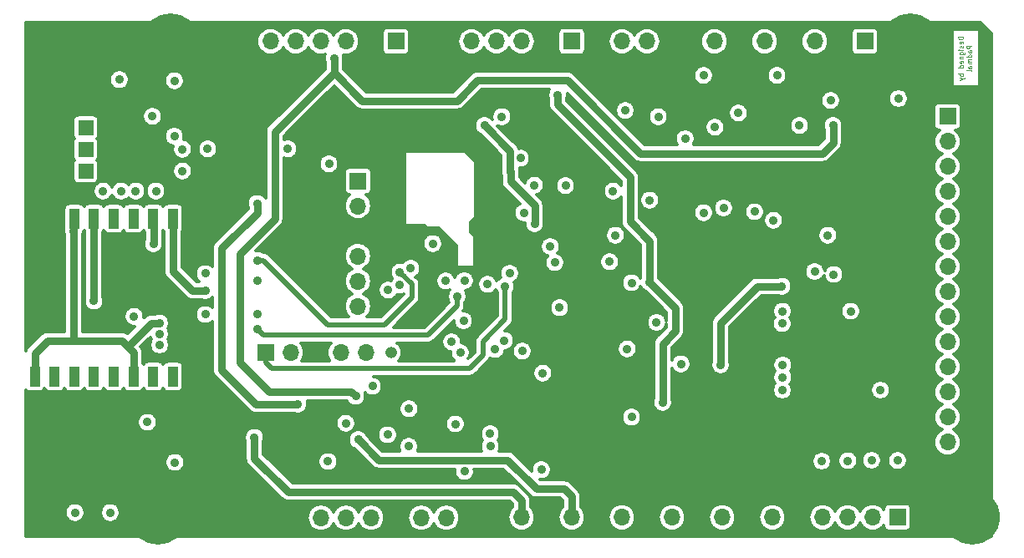
<source format=gbr>
G04 #@! TF.GenerationSoftware,KiCad,Pcbnew,5.0.2-bee76a0~70~ubuntu16.04.1*
G04 #@! TF.CreationDate,2019-03-07T08:45:19+05:30*
G04 #@! TF.ProjectId,PSLab,50534c61-622e-46b6-9963-61645f706362,v5.1*
G04 #@! TF.SameCoordinates,Original*
G04 #@! TF.FileFunction,Copper,L4,Bot*
G04 #@! TF.FilePolarity,Positive*
%FSLAX46Y46*%
G04 Gerber Fmt 4.6, Leading zero omitted, Abs format (unit mm)*
G04 Created by KiCad (PCBNEW 5.0.2-bee76a0~70~ubuntu16.04.1) date Thu 07 Mar 2019 08:45:19 +0530*
%MOMM*%
%LPD*%
G01*
G04 APERTURE LIST*
G04 #@! TA.AperFunction,NonConductor*
%ADD10C,0.100000*%
G04 #@! TD*
G04 #@! TA.AperFunction,SMDPad,CuDef*
%ADD11R,1.000000X2.000000*%
G04 #@! TD*
G04 #@! TA.AperFunction,ComponentPad*
%ADD12R,1.700000X1.700000*%
G04 #@! TD*
G04 #@! TA.AperFunction,ComponentPad*
%ADD13O,1.700000X1.700000*%
G04 #@! TD*
G04 #@! TA.AperFunction,SMDPad,CuDef*
%ADD14R,1.500000X1.500000*%
G04 #@! TD*
G04 #@! TA.AperFunction,ComponentPad*
%ADD15O,1.200000X1.200000*%
G04 #@! TD*
G04 #@! TA.AperFunction,ComponentPad*
%ADD16C,5.600000*%
G04 #@! TD*
G04 #@! TA.AperFunction,ComponentPad*
%ADD17R,1.900000X2.000000*%
G04 #@! TD*
G04 #@! TA.AperFunction,ComponentPad*
%ADD18R,1.250000X1.050000*%
G04 #@! TD*
G04 #@! TA.AperFunction,ViaPad*
%ADD19C,0.914400*%
G04 #@! TD*
G04 #@! TA.AperFunction,Conductor*
%ADD20C,0.508000*%
G04 #@! TD*
G04 #@! TA.AperFunction,Conductor*
%ADD21C,0.304800*%
G04 #@! TD*
G04 #@! TA.AperFunction,Conductor*
%ADD22C,0.762000*%
G04 #@! TD*
G04 #@! TA.AperFunction,Conductor*
%ADD23C,0.406400*%
G04 #@! TD*
G04 #@! TA.AperFunction,Conductor*
%ADD24C,0.300000*%
G04 #@! TD*
G04 APERTURE END LIST*
D10*
X186481190Y-62333333D02*
X185981190Y-62333333D01*
X185981190Y-62452380D01*
X186005000Y-62523809D01*
X186052619Y-62571428D01*
X186100238Y-62595238D01*
X186195476Y-62619047D01*
X186266904Y-62619047D01*
X186362142Y-62595238D01*
X186409761Y-62571428D01*
X186457380Y-62523809D01*
X186481190Y-62452380D01*
X186481190Y-62333333D01*
X186457380Y-63023809D02*
X186481190Y-62976190D01*
X186481190Y-62880952D01*
X186457380Y-62833333D01*
X186409761Y-62809523D01*
X186219285Y-62809523D01*
X186171666Y-62833333D01*
X186147857Y-62880952D01*
X186147857Y-62976190D01*
X186171666Y-63023809D01*
X186219285Y-63047619D01*
X186266904Y-63047619D01*
X186314523Y-62809523D01*
X186457380Y-63238095D02*
X186481190Y-63285714D01*
X186481190Y-63380952D01*
X186457380Y-63428571D01*
X186409761Y-63452380D01*
X186385952Y-63452380D01*
X186338333Y-63428571D01*
X186314523Y-63380952D01*
X186314523Y-63309523D01*
X186290714Y-63261904D01*
X186243095Y-63238095D01*
X186219285Y-63238095D01*
X186171666Y-63261904D01*
X186147857Y-63309523D01*
X186147857Y-63380952D01*
X186171666Y-63428571D01*
X186481190Y-63666666D02*
X186147857Y-63666666D01*
X185981190Y-63666666D02*
X186005000Y-63642857D01*
X186028809Y-63666666D01*
X186005000Y-63690476D01*
X185981190Y-63666666D01*
X186028809Y-63666666D01*
X186147857Y-64119047D02*
X186552619Y-64119047D01*
X186600238Y-64095238D01*
X186624047Y-64071428D01*
X186647857Y-64023809D01*
X186647857Y-63952380D01*
X186624047Y-63904761D01*
X186457380Y-64119047D02*
X186481190Y-64071428D01*
X186481190Y-63976190D01*
X186457380Y-63928571D01*
X186433571Y-63904761D01*
X186385952Y-63880952D01*
X186243095Y-63880952D01*
X186195476Y-63904761D01*
X186171666Y-63928571D01*
X186147857Y-63976190D01*
X186147857Y-64071428D01*
X186171666Y-64119047D01*
X186147857Y-64357142D02*
X186481190Y-64357142D01*
X186195476Y-64357142D02*
X186171666Y-64380952D01*
X186147857Y-64428571D01*
X186147857Y-64500000D01*
X186171666Y-64547619D01*
X186219285Y-64571428D01*
X186481190Y-64571428D01*
X186457380Y-65000000D02*
X186481190Y-64952380D01*
X186481190Y-64857142D01*
X186457380Y-64809523D01*
X186409761Y-64785714D01*
X186219285Y-64785714D01*
X186171666Y-64809523D01*
X186147857Y-64857142D01*
X186147857Y-64952380D01*
X186171666Y-65000000D01*
X186219285Y-65023809D01*
X186266904Y-65023809D01*
X186314523Y-64785714D01*
X186481190Y-65452380D02*
X185981190Y-65452380D01*
X186457380Y-65452380D02*
X186481190Y-65404761D01*
X186481190Y-65309523D01*
X186457380Y-65261904D01*
X186433571Y-65238095D01*
X186385952Y-65214285D01*
X186243095Y-65214285D01*
X186195476Y-65238095D01*
X186171666Y-65261904D01*
X186147857Y-65309523D01*
X186147857Y-65404761D01*
X186171666Y-65452380D01*
X186481190Y-66071428D02*
X185981190Y-66071428D01*
X186171666Y-66071428D02*
X186147857Y-66119047D01*
X186147857Y-66214285D01*
X186171666Y-66261904D01*
X186195476Y-66285714D01*
X186243095Y-66309523D01*
X186385952Y-66309523D01*
X186433571Y-66285714D01*
X186457380Y-66261904D01*
X186481190Y-66214285D01*
X186481190Y-66119047D01*
X186457380Y-66071428D01*
X186147857Y-66476190D02*
X186481190Y-66595238D01*
X186147857Y-66714285D02*
X186481190Y-66595238D01*
X186600238Y-66547619D01*
X186624047Y-66523809D01*
X186647857Y-66476190D01*
X187331190Y-63226190D02*
X186831190Y-63226190D01*
X186831190Y-63416666D01*
X186855000Y-63464285D01*
X186878809Y-63488095D01*
X186926428Y-63511904D01*
X186997857Y-63511904D01*
X187045476Y-63488095D01*
X187069285Y-63464285D01*
X187093095Y-63416666D01*
X187093095Y-63226190D01*
X187331190Y-63940476D02*
X187069285Y-63940476D01*
X187021666Y-63916666D01*
X186997857Y-63869047D01*
X186997857Y-63773809D01*
X187021666Y-63726190D01*
X187307380Y-63940476D02*
X187331190Y-63892857D01*
X187331190Y-63773809D01*
X187307380Y-63726190D01*
X187259761Y-63702380D01*
X187212142Y-63702380D01*
X187164523Y-63726190D01*
X187140714Y-63773809D01*
X187140714Y-63892857D01*
X187116904Y-63940476D01*
X187331190Y-64392857D02*
X186831190Y-64392857D01*
X187307380Y-64392857D02*
X187331190Y-64345238D01*
X187331190Y-64250000D01*
X187307380Y-64202380D01*
X187283571Y-64178571D01*
X187235952Y-64154761D01*
X187093095Y-64154761D01*
X187045476Y-64178571D01*
X187021666Y-64202380D01*
X186997857Y-64250000D01*
X186997857Y-64345238D01*
X187021666Y-64392857D01*
X187331190Y-64630952D02*
X186997857Y-64630952D01*
X187045476Y-64630952D02*
X187021666Y-64654761D01*
X186997857Y-64702380D01*
X186997857Y-64773809D01*
X187021666Y-64821428D01*
X187069285Y-64845238D01*
X187331190Y-64845238D01*
X187069285Y-64845238D02*
X187021666Y-64869047D01*
X186997857Y-64916666D01*
X186997857Y-64988095D01*
X187021666Y-65035714D01*
X187069285Y-65059523D01*
X187331190Y-65059523D01*
X187331190Y-65511904D02*
X187069285Y-65511904D01*
X187021666Y-65488095D01*
X186997857Y-65440476D01*
X186997857Y-65345238D01*
X187021666Y-65297619D01*
X187307380Y-65511904D02*
X187331190Y-65464285D01*
X187331190Y-65345238D01*
X187307380Y-65297619D01*
X187259761Y-65273809D01*
X187212142Y-65273809D01*
X187164523Y-65297619D01*
X187140714Y-65345238D01*
X187140714Y-65464285D01*
X187116904Y-65511904D01*
X187331190Y-65821428D02*
X187307380Y-65773809D01*
X187259761Y-65750000D01*
X186831190Y-65750000D01*
D11*
G04 #@! TO.P,U15,1*
G04 #@! TO.N,N/C*
X106440000Y-96770000D03*
G04 #@! TO.P,U15,2*
X104440000Y-96770000D03*
G04 #@! TO.P,U15,3*
G04 #@! TO.N,3.3V*
X102440000Y-96770000D03*
G04 #@! TO.P,U15,4*
G04 #@! TO.N,N/C*
X100440000Y-96770000D03*
G04 #@! TO.P,U15,5*
X98440000Y-96770000D03*
G04 #@! TO.P,U15,6*
X96440000Y-96770000D03*
G04 #@! TO.P,U15,7*
X94440000Y-96770000D03*
G04 #@! TO.P,U15,8*
G04 #@! TO.N,3.3V*
X92440000Y-96770000D03*
G04 #@! TO.P,U15,9*
G04 #@! TO.N,GND*
X92440000Y-80770000D03*
G04 #@! TO.P,U15,10*
X94440000Y-80770000D03*
G04 #@! TO.P,U15,11*
G04 #@! TO.N,3.3V*
X96440000Y-80770000D03*
G04 #@! TO.P,U15,12*
G04 #@! TO.N,/ESPROG*
X98440000Y-80770000D03*
G04 #@! TO.P,U15,13*
G04 #@! TO.N,N/C*
X100440000Y-80770000D03*
G04 #@! TO.P,U15,14*
X102440000Y-80770000D03*
G04 #@! TO.P,U15,15*
G04 #@! TO.N,/ERxD*
X104440000Y-80770000D03*
G04 #@! TO.P,U15,16*
G04 #@! TO.N,/ETxD*
X106440000Y-80770000D03*
G04 #@! TD*
D12*
G04 #@! TO.P,J6,1*
G04 #@! TO.N,GND*
X134130000Y-62800000D03*
D13*
G04 #@! TO.P,J6,2*
G04 #@! TO.N,3.3V*
X136670000Y-62800000D03*
G04 #@! TO.P,J6,3*
G04 #@! TO.N,SCL*
X139210000Y-62800000D03*
G04 #@! TO.P,J6,4*
G04 #@! TO.N,SDA*
X141750000Y-62800000D03*
G04 #@! TD*
D14*
G04 #@! TO.P,J10,1*
G04 #@! TO.N,GND*
X97620000Y-78200000D03*
G04 #@! TD*
G04 #@! TO.P,J11,1*
G04 #@! TO.N,VBus*
X97610000Y-71550000D03*
G04 #@! TD*
G04 #@! TO.P,J13,1*
G04 #@! TO.N,D+*
X97600000Y-75950000D03*
G04 #@! TD*
G04 #@! TO.P,J14,1*
G04 #@! TO.N,D-*
X97600000Y-73750000D03*
G04 #@! TD*
D12*
G04 #@! TO.P,J16,1*
G04 #@! TO.N,3.3V*
X146830000Y-62800000D03*
D13*
G04 #@! TO.P,J16,2*
G04 #@! TO.N,GND*
X149370000Y-62800000D03*
G04 #@! TO.P,J16,3*
G04 #@! TO.N,SCL*
X151910000Y-62800000D03*
G04 #@! TO.P,J16,4*
G04 #@! TO.N,SDA*
X154450000Y-62800000D03*
G04 #@! TD*
D12*
G04 #@! TO.P,J3,1*
G04 #@! TO.N,IDD*
X179840000Y-111040000D03*
D13*
G04 #@! TO.P,J3,2*
G04 #@! TO.N,IDC*
X177300000Y-111040000D03*
G04 #@! TO.P,J3,3*
G04 #@! TO.N,IDB*
X174760000Y-111040000D03*
G04 #@! TO.P,J3,4*
G04 #@! TO.N,IDA*
X172220000Y-111040000D03*
G04 #@! TD*
D12*
G04 #@! TO.P,J4,1*
G04 #@! TO.N,GND*
X139200000Y-111040000D03*
D13*
G04 #@! TO.P,J4,2*
G04 #@! TO.N,SINE1*
X141740000Y-111040000D03*
G04 #@! TO.P,J4,3*
G04 #@! TO.N,GND*
X144280000Y-111040000D03*
G04 #@! TO.P,J4,4*
G04 #@! TO.N,SINE2*
X146820000Y-111040000D03*
G04 #@! TO.P,J4,5*
G04 #@! TO.N,GND*
X149360000Y-111040000D03*
G04 #@! TO.P,J4,6*
G04 #@! TO.N,SQR1*
X151900000Y-111040000D03*
G04 #@! TO.P,J4,7*
G04 #@! TO.N,GND*
X154440000Y-111040000D03*
G04 #@! TO.P,J4,8*
G04 #@! TO.N,SQR2*
X156980000Y-111040000D03*
G04 #@! TO.P,J4,9*
G04 #@! TO.N,GND*
X159520000Y-111040000D03*
G04 #@! TO.P,J4,10*
G04 #@! TO.N,SQR3*
X162060000Y-111040000D03*
G04 #@! TO.P,J4,11*
G04 #@! TO.N,GND*
X164600000Y-111040000D03*
G04 #@! TO.P,J4,12*
G04 #@! TO.N,SQR4*
X167140000Y-111040000D03*
G04 #@! TD*
D12*
G04 #@! TO.P,J2,1*
G04 #@! TO.N,AN8*
X184890000Y-70410000D03*
D13*
G04 #@! TO.P,J2,2*
G04 #@! TO.N,GND*
X187430000Y-70410000D03*
G04 #@! TO.P,J2,3*
G04 #@! TO.N,SEN*
X184890000Y-72950000D03*
G04 #@! TO.P,J2,4*
G04 #@! TO.N,GND*
X187430000Y-72950000D03*
G04 #@! TO.P,J2,5*
G04 #@! TO.N,CAP*
X184890000Y-75490000D03*
G04 #@! TO.P,J2,6*
G04 #@! TO.N,GND*
X187430000Y-75490000D03*
G04 #@! TO.P,J2,7*
G04 #@! TO.N,FCin*
X184890000Y-78030000D03*
G04 #@! TO.P,J2,8*
G04 #@! TO.N,GND*
X187430000Y-78030000D03*
G04 #@! TO.P,J2,9*
G04 #@! TO.N,MIC*
X184890000Y-80570000D03*
G04 #@! TO.P,J2,10*
G04 #@! TO.N,GND*
X187430000Y-80570000D03*
G04 #@! TO.P,J2,11*
G04 #@! TO.N,CH3.GAIN*
X184890000Y-83110000D03*
G04 #@! TO.P,J2,12*
G04 #@! TO.N,GND*
X187430000Y-83110000D03*
G04 #@! TO.P,J2,13*
G04 #@! TO.N,CH3*
X184890000Y-85650000D03*
G04 #@! TO.P,J2,14*
G04 #@! TO.N,GND*
X187430000Y-85650000D03*
G04 #@! TO.P,J2,15*
G04 #@! TO.N,CH2*
X184890000Y-88190000D03*
G04 #@! TO.P,J2,16*
G04 #@! TO.N,GND*
X187430000Y-88190000D03*
G04 #@! TO.P,J2,17*
G04 #@! TO.N,CH1*
X184890000Y-90730000D03*
G04 #@! TO.P,J2,18*
G04 #@! TO.N,GND*
X187430000Y-90730000D03*
G04 #@! TO.P,J2,19*
G04 #@! TO.N,ACH1*
X184890000Y-93270000D03*
G04 #@! TO.P,J2,20*
G04 #@! TO.N,GND*
X187430000Y-93270000D03*
G04 #@! TO.P,J2,21*
G04 #@! TO.N,IDD*
X184890000Y-95810000D03*
G04 #@! TO.P,J2,22*
G04 #@! TO.N,GND*
X187430000Y-95810000D03*
G04 #@! TO.P,J2,23*
G04 #@! TO.N,IDC*
X184890000Y-98350000D03*
G04 #@! TO.P,J2,24*
G04 #@! TO.N,GND*
X187430000Y-98350000D03*
G04 #@! TO.P,J2,25*
G04 #@! TO.N,IDB*
X184890000Y-100890000D03*
G04 #@! TO.P,J2,26*
G04 #@! TO.N,GND*
X187430000Y-100890000D03*
G04 #@! TO.P,J2,27*
G04 #@! TO.N,IDA*
X184890000Y-103430000D03*
G04 #@! TO.P,J2,28*
G04 #@! TO.N,GND*
X187430000Y-103430000D03*
G04 #@! TD*
D12*
G04 #@! TO.P,J1,1*
G04 #@! TO.N,MCLR*
X115820000Y-94340000D03*
D13*
G04 #@! TO.P,J1,2*
G04 #@! TO.N,3.3V*
X118360000Y-94340000D03*
G04 #@! TO.P,J1,3*
G04 #@! TO.N,GND*
X120900000Y-94340000D03*
G04 #@! TO.P,J1,4*
G04 #@! TO.N,PGD2*
X123440000Y-94340000D03*
G04 #@! TO.P,J1,5*
G04 #@! TO.N,PGC2*
X125980000Y-94340000D03*
D15*
G04 #@! TO.P,J1,6*
G04 #@! TO.N,N/C*
X128520000Y-94340000D03*
G04 #@! TD*
D12*
G04 #@! TO.P,J5,1*
G04 #@! TO.N,N/C*
X125170000Y-76950000D03*
D13*
G04 #@! TO.P,J5,2*
G04 #@! TO.N,+5V*
X125170000Y-79490000D03*
G04 #@! TO.P,J5,3*
G04 #@! TO.N,GND*
X125170000Y-82030000D03*
G04 #@! TO.P,J5,4*
G04 #@! TO.N,TxD*
X125170000Y-84570000D03*
G04 #@! TO.P,J5,5*
G04 #@! TO.N,RxD*
X125170000Y-87110000D03*
G04 #@! TO.P,J5,6*
G04 #@! TO.N,N/C*
X125170000Y-89650000D03*
G04 #@! TD*
D12*
G04 #@! TO.P,J7,1*
G04 #@! TO.N,GND*
X118880000Y-111090000D03*
D13*
G04 #@! TO.P,J7,2*
G04 #@! TO.N,/ESPROG*
X121420000Y-111090000D03*
G04 #@! TO.P,J7,3*
G04 #@! TO.N,RxD*
X123960000Y-111090000D03*
G04 #@! TO.P,J7,4*
G04 #@! TO.N,TxD*
X126500000Y-111090000D03*
G04 #@! TO.P,J7,5*
G04 #@! TO.N,GND*
X129040000Y-111090000D03*
G04 #@! TO.P,J7,6*
G04 #@! TO.N,+5V*
X131580000Y-111090000D03*
G04 #@! TO.P,J7,7*
G04 #@! TO.N,3.3V*
X134120000Y-111090000D03*
G04 #@! TD*
D12*
G04 #@! TO.P,J8,1*
G04 #@! TO.N,PVS1*
X176530000Y-62800000D03*
D13*
G04 #@! TO.P,J8,2*
G04 #@! TO.N,GND*
X173990000Y-62800000D03*
G04 #@! TO.P,J8,3*
G04 #@! TO.N,PVS2*
X171450000Y-62800000D03*
G04 #@! TO.P,J8,4*
G04 #@! TO.N,GND*
X168910000Y-62800000D03*
G04 #@! TO.P,J8,5*
G04 #@! TO.N,PVS3*
X166370000Y-62800000D03*
G04 #@! TO.P,J8,6*
G04 #@! TO.N,GND*
X163830000Y-62800000D03*
G04 #@! TO.P,J8,7*
G04 #@! TO.N,PCS*
X161290000Y-62800000D03*
G04 #@! TO.P,J8,8*
G04 #@! TO.N,GND*
X158750000Y-62800000D03*
G04 #@! TD*
D16*
G04 #@! TO.P,MH1,1*
G04 #@! TO.N,GND*
X104880000Y-111020000D03*
G04 #@! TD*
G04 #@! TO.P,MH2,1*
G04 #@! TO.N,GND*
X181090000Y-62780000D03*
G04 #@! TD*
G04 #@! TO.P,MH3,1*
G04 #@! TO.N,GND*
X106150000Y-62770000D03*
G04 #@! TD*
G04 #@! TO.P,MH4,1*
G04 #@! TO.N,GND*
X187420000Y-111010000D03*
G04 #@! TD*
D17*
G04 #@! TO.P,CON1,6*
G04 #@! TO.N,GND*
X92700000Y-78406250D03*
G04 #@! TO.P,CON1,7*
X92700000Y-71293750D03*
D18*
G04 #@! TO.P,CON1,9*
X95700000Y-77275000D03*
G04 #@! TO.P,CON1,8*
X95700000Y-72425000D03*
G04 #@! TD*
D12*
G04 #@! TO.P,J9,1*
G04 #@! TO.N,3.3V*
X129030000Y-62800000D03*
D13*
G04 #@! TO.P,J9,2*
G04 #@! TO.N,GND*
X126490000Y-62800000D03*
G04 #@! TO.P,J9,3*
G04 #@! TO.N,SCK*
X123950000Y-62800000D03*
G04 #@! TO.P,J9,4*
G04 #@! TO.N,SDO*
X121410000Y-62800000D03*
G04 #@! TO.P,J9,5*
G04 #@! TO.N,SDI*
X118870000Y-62800000D03*
G04 #@! TO.P,J9,6*
G04 #@! TO.N,CS*
X116330000Y-62800000D03*
G04 #@! TD*
D19*
G04 #@! TO.N,GND*
X112465000Y-66480000D03*
X162760000Y-100480000D03*
X136570000Y-93300000D03*
X136850000Y-74110000D03*
X156910000Y-82700000D03*
X150740000Y-89920000D03*
X156230000Y-78410000D03*
X170370000Y-93540000D03*
X147760000Y-77420000D03*
X155310000Y-72590000D03*
X159010000Y-67910000D03*
X174350000Y-92650000D03*
X104130000Y-74865600D03*
X109950000Y-70675000D03*
X93090000Y-110570000D03*
X102755000Y-85075000D03*
X100030000Y-72400000D03*
G04 #@! TO.N,+5V*
X135050000Y-101580000D03*
X101020000Y-66680000D03*
X130330000Y-100040000D03*
X130320000Y-103850000D03*
X99340000Y-77980000D03*
G04 #@! TO.N,AVdd*
X141630000Y-74640000D03*
X168200000Y-95610000D03*
X145600000Y-89800000D03*
X152890000Y-100890000D03*
X144640000Y-83590000D03*
X138300000Y-87420000D03*
G04 #@! TO.N,V+*
X114970000Y-79230000D03*
X160190000Y-66250000D03*
X163700000Y-70050000D03*
X119100000Y-99560000D03*
X96530000Y-110570000D03*
G04 #@! TO.N,V-*
X173290000Y-71320000D03*
X122750000Y-64530000D03*
X100090000Y-110570000D03*
X124950000Y-98775000D03*
G04 #@! TO.N,SCK*
X135230000Y-88650000D03*
X168200000Y-96860000D03*
X114990000Y-91970000D03*
G04 #@! TO.N,SCL*
X152250000Y-69800000D03*
X134060000Y-87080000D03*
G04 #@! TO.N,SDA*
X135960000Y-87060000D03*
X155600000Y-70450000D03*
G04 #@! TO.N,SDO*
X178080000Y-98150000D03*
X130530000Y-85800000D03*
X130530000Y-85800000D03*
X168170000Y-98150000D03*
X105090000Y-92470000D03*
G04 #@! TO.N,/ID1*
X139070000Y-94010000D03*
X172150000Y-105350000D03*
G04 #@! TO.N,/ID2*
X140010000Y-93130000D03*
X174790000Y-105310000D03*
G04 #@! TO.N,/ID3*
X177210000Y-105260000D03*
X141830000Y-94180000D03*
G04 #@! TO.N,/ID4*
X179830000Y-105280000D03*
X143880000Y-96440000D03*
G04 #@! TO.N,PVS3*
X161330000Y-71500000D03*
G04 #@! TO.N,PCS*
X179930000Y-68600000D03*
G04 #@! TO.N,/ETxD*
X109710000Y-88070000D03*
G04 #@! TO.N,/ERxD*
X104460000Y-83320000D03*
G04 #@! TO.N,/MTxD*
X104710000Y-77974400D03*
X109710000Y-90480000D03*
G04 #@! TO.N,/MRxD*
X102670000Y-77974400D03*
X109710000Y-86330000D03*
G04 #@! TO.N,Net-(C11-Pad1)*
X118080000Y-73690000D03*
X109950000Y-73690000D03*
X101190000Y-77990000D03*
G04 #@! TO.N,VR-*
X145390000Y-68240000D03*
X156050000Y-99410000D03*
X154720000Y-87230000D03*
G04 #@! TO.N,VR+*
X122240000Y-75210000D03*
X162210000Y-79690000D03*
X168120000Y-87620000D03*
X161905000Y-95595000D03*
G04 #@! TO.N,Net-(R16-Pad1)*
X168150000Y-91410000D03*
X146200000Y-77420000D03*
X157890000Y-95500000D03*
G04 #@! TO.N,Net-(R19-Pad2)*
X167620000Y-66240000D03*
X173060000Y-68780000D03*
G04 #@! TO.N,CH1out*
X145130000Y-85220000D03*
X173370000Y-86430000D03*
G04 #@! TO.N,AN8*
X140550000Y-86300000D03*
G04 #@! TO.N,MIC*
X165360000Y-80070000D03*
G04 #@! TO.N,/I/O Processing/DAC4*
X169900000Y-71320000D03*
X158330000Y-72660000D03*
G04 #@! TO.N,SQ4*
X135980000Y-106400000D03*
X106620000Y-105480000D03*
G04 #@! TO.N,CH1*
X167250000Y-80940000D03*
G04 #@! TO.N,ACH1*
X172760000Y-82460000D03*
G04 #@! TO.N,CH2*
X171440000Y-86130000D03*
X155420000Y-91290000D03*
G04 #@! TO.N,CH3*
X151240000Y-82460000D03*
G04 #@! TO.N,Net-(R33-Pad2)*
X154710000Y-78900000D03*
X152890000Y-87270000D03*
G04 #@! TO.N,Net-(U11-Pad3)*
X175100000Y-90150000D03*
X168170000Y-90160000D03*
G04 #@! TO.N,Net-(R14-Pad2)*
X160190000Y-80170000D03*
X150660000Y-85140000D03*
G04 #@! TO.N,SINE1*
X114680000Y-102950000D03*
G04 #@! TO.N,SQ3*
X138570000Y-102580000D03*
X122130000Y-105380000D03*
G04 #@! TO.N,SINE2*
X125210000Y-103170000D03*
G04 #@! TO.N,CH3.GAIN*
X151020000Y-77990000D03*
G04 #@! TO.N,FCin*
X152430000Y-93990000D03*
G04 #@! TO.N,MCLR*
X139750000Y-70440000D03*
X140070000Y-87630000D03*
G04 #@! TO.N,SQR3*
X138580000Y-103850000D03*
X143750000Y-106220000D03*
G04 #@! TO.N,SQR1*
X128180000Y-102670000D03*
G04 #@! TO.N,SEN*
X143040000Y-77390000D03*
G04 #@! TO.N,CAP*
X141980000Y-80180000D03*
G04 #@! TO.N,RxD*
X134650000Y-93250000D03*
X114980000Y-87040000D03*
X123955000Y-101525000D03*
G04 #@! TO.N,TxD*
X135550000Y-94350000D03*
X114990000Y-90480000D03*
G04 #@! TO.N,/ESPROG*
X98440000Y-89120000D03*
G04 #@! TO.N,SDI*
X129430000Y-86200000D03*
X114970000Y-85000000D03*
G04 #@! TO.N,3.3V*
X143070000Y-81270000D03*
X140610000Y-76020000D03*
X135870000Y-91120000D03*
X137990000Y-71320000D03*
X132770000Y-83310000D03*
X106580000Y-72410000D03*
X106600000Y-66800000D03*
X103840000Y-101400000D03*
X96366239Y-93163761D03*
X105090000Y-91370000D03*
X96366239Y-82090000D03*
G04 #@! TO.N,VBus*
X97600000Y-71600000D03*
X104350000Y-70390000D03*
G04 #@! TO.N,D-*
X97687522Y-73750000D03*
X107390000Y-73750000D03*
G04 #@! TO.N,D+*
X97600000Y-75950000D03*
X107390000Y-75950000D03*
G04 #@! TO.N,CS.CH3*
X126640000Y-97750000D03*
X105090000Y-93580000D03*
G04 #@! TO.N,CS*
X129430000Y-87500000D03*
X129430000Y-87500000D03*
G04 #@! TO.N,SW*
X128230000Y-88000000D03*
X102490000Y-90680000D03*
G04 #@! TD*
D20*
G04 #@! TO.N,GND*
X112445000Y-66500000D02*
X112430000Y-66500000D01*
X112465000Y-66480000D02*
X112445000Y-66500000D01*
D21*
X126430000Y-62800000D02*
X126490000Y-62800000D01*
D22*
G04 #@! TO.N,V+*
X114800000Y-99560000D02*
X119100000Y-99560000D01*
X114970000Y-79230000D02*
X114970000Y-80190000D01*
X114970000Y-80190000D02*
X111370000Y-83790000D01*
X111370000Y-83790000D02*
X111370000Y-96130000D01*
X111370000Y-96130000D02*
X114800000Y-99560000D01*
G04 #@! TO.N,V-*
X122750000Y-64530000D02*
X122750000Y-65990000D01*
X122750000Y-65990000D02*
X125580000Y-68820000D01*
X137290000Y-66750000D02*
X146380000Y-66750000D01*
X135220000Y-68820000D02*
X137290000Y-66750000D01*
X125580000Y-68820000D02*
X135220000Y-68820000D01*
X146380000Y-66750000D02*
X153780000Y-74150000D01*
X153780000Y-74150000D02*
X172230000Y-74150000D01*
X172230000Y-74150000D02*
X173290000Y-73090000D01*
X173290000Y-73090000D02*
X173290000Y-71320000D01*
X173290000Y-73090000D02*
X173290000Y-71320000D01*
X172230000Y-74150000D02*
X173290000Y-73090000D01*
X153780000Y-74150000D02*
X172230000Y-74150000D01*
X113210000Y-84320000D02*
X116740000Y-80790000D01*
X124950000Y-98775000D02*
X124492801Y-98317801D01*
X116740000Y-72000000D02*
X122750000Y-65990000D01*
X124492801Y-98317801D02*
X116167801Y-98317801D01*
X116740000Y-80790000D02*
X116740000Y-72000000D01*
X116167801Y-98317801D02*
X113210000Y-95360000D01*
X113210000Y-95360000D02*
X113210000Y-84320000D01*
D20*
G04 #@! TO.N,SCK*
X135230000Y-89580000D02*
X135230000Y-88650000D01*
X132230000Y-92580000D02*
X135230000Y-89580000D01*
X115600000Y-92580000D02*
X132230000Y-92580000D01*
X114990000Y-91970000D02*
X115600000Y-92580000D01*
D22*
G04 #@! TO.N,/ETxD*
X106440000Y-86110000D02*
X108400000Y-88070000D01*
X106440000Y-80770000D02*
X106440000Y-86110000D01*
X109710000Y-88070000D02*
X108400000Y-88070000D01*
D21*
G04 #@! TO.N,/ERxD*
X104440000Y-80270000D02*
X104440000Y-80770000D01*
D22*
X104460000Y-80790000D02*
X104440000Y-80770000D01*
X104460000Y-83320000D02*
X104460000Y-80790000D01*
G04 #@! TO.N,VR-*
X145390000Y-68240000D02*
X145390000Y-69210000D01*
X154720000Y-83040000D02*
X154720000Y-87230000D01*
X152760000Y-81080000D02*
X154720000Y-83040000D01*
X152760000Y-76580000D02*
X152760000Y-81080000D01*
X145390000Y-69210000D02*
X152760000Y-76580000D01*
X156050000Y-99410000D02*
X156050000Y-93450000D01*
X157340000Y-89850000D02*
X154720000Y-87230000D01*
X157340000Y-92160000D02*
X157340000Y-89850000D01*
X156050000Y-93450000D02*
X157340000Y-92160000D01*
G04 #@! TO.N,VR+*
X161905000Y-91345000D02*
X165630000Y-87620000D01*
X161905000Y-95595000D02*
X161905000Y-91345000D01*
X168120000Y-87620000D02*
X165630000Y-87620000D01*
G04 #@! TO.N,SINE1*
X141750000Y-111040000D02*
X141740000Y-111040000D01*
X141740000Y-109310000D02*
X141740000Y-111040000D01*
X114680000Y-102950000D02*
X114680000Y-105050000D01*
X114680000Y-105050000D02*
X118130000Y-108500000D01*
X140930000Y-108500000D02*
X141740000Y-109310000D01*
X118130000Y-108500000D02*
X140930000Y-108500000D01*
G04 #@! TO.N,SINE2*
X143260000Y-108170000D02*
X145140000Y-108170000D01*
X146820000Y-109850000D02*
X146820000Y-111040000D01*
X127260000Y-105220000D02*
X125210000Y-103170000D01*
X140310000Y-105220000D02*
X127260000Y-105220000D01*
X146820000Y-111040000D02*
X146820000Y-108940000D01*
X143260000Y-108170000D02*
X140310000Y-105220000D01*
X146820000Y-108940000D02*
X146050000Y-108170000D01*
X146050000Y-108170000D02*
X143260000Y-108170000D01*
D20*
G04 #@! TO.N,MCLR*
X137820000Y-93230000D02*
X140070000Y-90980000D01*
X140070000Y-90980000D02*
X140070000Y-87630000D01*
X137820000Y-94630000D02*
X137820000Y-93230000D01*
X115820000Y-94340000D02*
X115820000Y-95360000D01*
X115820000Y-95360000D02*
X116410000Y-95950000D01*
X136500000Y-95950000D02*
X137820000Y-94630000D01*
X116410000Y-95950000D02*
X136500000Y-95950000D01*
D23*
G04 #@! TO.N,IDC*
X184840000Y-98400000D02*
X184890000Y-98350000D01*
D22*
G04 #@! TO.N,/ESPROG*
X98440000Y-80770000D02*
X98440000Y-86280000D01*
X98440000Y-80770000D02*
X98440000Y-89120000D01*
D20*
G04 #@! TO.N,SDI*
X129887199Y-86657199D02*
X129887199Y-86673741D01*
X129430000Y-86200000D02*
X129887199Y-86657199D01*
X130640000Y-87426542D02*
X130640000Y-88770000D01*
X129430000Y-86216542D02*
X130640000Y-87426542D01*
X129430000Y-86200000D02*
X129430000Y-86216542D01*
X130640000Y-88770000D02*
X127890000Y-91520000D01*
X127890000Y-91520000D02*
X122136578Y-91520000D01*
X114970000Y-85000000D02*
X115616578Y-85000000D01*
X115616578Y-85000000D02*
X122136578Y-91520000D01*
D21*
G04 #@! TO.N,3.3V*
X102440000Y-96270000D02*
X102440000Y-96770000D01*
X92440000Y-96770000D02*
X92440000Y-96270000D01*
D22*
X102440000Y-94310000D02*
X102440000Y-96770000D01*
X92440000Y-96770000D02*
X92440000Y-94440000D01*
X92440000Y-94440000D02*
X93710000Y-93170000D01*
X96366239Y-93163761D02*
X96360000Y-93170000D01*
X96360000Y-93170000D02*
X101300000Y-93170000D01*
X93710000Y-93170000D02*
X96360000Y-93170000D01*
X101300000Y-93170000D02*
X101860000Y-93730000D01*
X101860000Y-93730000D02*
X102440000Y-94310000D01*
X104220000Y-91370000D02*
X101860000Y-93730000D01*
X105090000Y-91370000D02*
X104220000Y-91370000D01*
X96366239Y-80843761D02*
X96366239Y-82090000D01*
X96366239Y-82090000D02*
X96366239Y-93163761D01*
X143070000Y-81270000D02*
X143070000Y-79440000D01*
X140610000Y-76980000D02*
X140610000Y-76020000D01*
X143070000Y-79440000D02*
X140610000Y-76980000D01*
X140605000Y-76015000D02*
X140610000Y-76020000D01*
X140605000Y-73950000D02*
X140605000Y-76015000D01*
X137990000Y-71335000D02*
X140605000Y-73950000D01*
X137990000Y-71320000D02*
X137990000Y-71335000D01*
G04 #@! TD*
D24*
G04 #@! TO.N,GND*
G36*
X189370000Y-62038529D02*
X189370001Y-112980000D01*
X91540000Y-112980000D01*
X91540000Y-110470799D01*
X95522800Y-110470799D01*
X95522800Y-110669201D01*
X95561507Y-110863789D01*
X95637431Y-111047088D01*
X95747657Y-111212052D01*
X95887948Y-111352343D01*
X96052912Y-111462569D01*
X96236211Y-111538493D01*
X96430799Y-111577200D01*
X96629201Y-111577200D01*
X96823789Y-111538493D01*
X97007088Y-111462569D01*
X97172052Y-111352343D01*
X97312343Y-111212052D01*
X97422569Y-111047088D01*
X97498493Y-110863789D01*
X97537200Y-110669201D01*
X97537200Y-110470799D01*
X99082800Y-110470799D01*
X99082800Y-110669201D01*
X99121507Y-110863789D01*
X99197431Y-111047088D01*
X99307657Y-111212052D01*
X99447948Y-111352343D01*
X99612912Y-111462569D01*
X99796211Y-111538493D01*
X99990799Y-111577200D01*
X100189201Y-111577200D01*
X100383789Y-111538493D01*
X100567088Y-111462569D01*
X100732052Y-111352343D01*
X100872343Y-111212052D01*
X100953895Y-111090000D01*
X120013226Y-111090000D01*
X120040257Y-111364448D01*
X120120310Y-111628349D01*
X120250310Y-111871562D01*
X120425261Y-112084739D01*
X120638438Y-112259690D01*
X120881651Y-112389690D01*
X121145552Y-112469743D01*
X121351223Y-112490000D01*
X121488777Y-112490000D01*
X121694448Y-112469743D01*
X121958349Y-112389690D01*
X122201562Y-112259690D01*
X122414739Y-112084739D01*
X122589690Y-111871562D01*
X122690000Y-111683895D01*
X122790310Y-111871562D01*
X122965261Y-112084739D01*
X123178438Y-112259690D01*
X123421651Y-112389690D01*
X123685552Y-112469743D01*
X123891223Y-112490000D01*
X124028777Y-112490000D01*
X124234448Y-112469743D01*
X124498349Y-112389690D01*
X124741562Y-112259690D01*
X124954739Y-112084739D01*
X125129690Y-111871562D01*
X125230000Y-111683895D01*
X125330310Y-111871562D01*
X125505261Y-112084739D01*
X125718438Y-112259690D01*
X125961651Y-112389690D01*
X126225552Y-112469743D01*
X126431223Y-112490000D01*
X126568777Y-112490000D01*
X126774448Y-112469743D01*
X127038349Y-112389690D01*
X127281562Y-112259690D01*
X127494739Y-112084739D01*
X127669690Y-111871562D01*
X127799690Y-111628349D01*
X127879743Y-111364448D01*
X127906774Y-111090000D01*
X130173226Y-111090000D01*
X130200257Y-111364448D01*
X130280310Y-111628349D01*
X130410310Y-111871562D01*
X130585261Y-112084739D01*
X130798438Y-112259690D01*
X131041651Y-112389690D01*
X131305552Y-112469743D01*
X131511223Y-112490000D01*
X131648777Y-112490000D01*
X131854448Y-112469743D01*
X132118349Y-112389690D01*
X132361562Y-112259690D01*
X132574739Y-112084739D01*
X132749690Y-111871562D01*
X132850000Y-111683895D01*
X132950310Y-111871562D01*
X133125261Y-112084739D01*
X133338438Y-112259690D01*
X133581651Y-112389690D01*
X133845552Y-112469743D01*
X134051223Y-112490000D01*
X134188777Y-112490000D01*
X134394448Y-112469743D01*
X134658349Y-112389690D01*
X134901562Y-112259690D01*
X135114739Y-112084739D01*
X135289690Y-111871562D01*
X135419690Y-111628349D01*
X135499743Y-111364448D01*
X135526774Y-111090000D01*
X135499743Y-110815552D01*
X135419690Y-110551651D01*
X135289690Y-110308438D01*
X135114739Y-110095261D01*
X134901562Y-109920310D01*
X134658349Y-109790310D01*
X134394448Y-109710257D01*
X134188777Y-109690000D01*
X134051223Y-109690000D01*
X133845552Y-109710257D01*
X133581651Y-109790310D01*
X133338438Y-109920310D01*
X133125261Y-110095261D01*
X132950310Y-110308438D01*
X132850000Y-110496105D01*
X132749690Y-110308438D01*
X132574739Y-110095261D01*
X132361562Y-109920310D01*
X132118349Y-109790310D01*
X131854448Y-109710257D01*
X131648777Y-109690000D01*
X131511223Y-109690000D01*
X131305552Y-109710257D01*
X131041651Y-109790310D01*
X130798438Y-109920310D01*
X130585261Y-110095261D01*
X130410310Y-110308438D01*
X130280310Y-110551651D01*
X130200257Y-110815552D01*
X130173226Y-111090000D01*
X127906774Y-111090000D01*
X127879743Y-110815552D01*
X127799690Y-110551651D01*
X127669690Y-110308438D01*
X127494739Y-110095261D01*
X127281562Y-109920310D01*
X127038349Y-109790310D01*
X126774448Y-109710257D01*
X126568777Y-109690000D01*
X126431223Y-109690000D01*
X126225552Y-109710257D01*
X125961651Y-109790310D01*
X125718438Y-109920310D01*
X125505261Y-110095261D01*
X125330310Y-110308438D01*
X125230000Y-110496105D01*
X125129690Y-110308438D01*
X124954739Y-110095261D01*
X124741562Y-109920310D01*
X124498349Y-109790310D01*
X124234448Y-109710257D01*
X124028777Y-109690000D01*
X123891223Y-109690000D01*
X123685552Y-109710257D01*
X123421651Y-109790310D01*
X123178438Y-109920310D01*
X122965261Y-110095261D01*
X122790310Y-110308438D01*
X122690000Y-110496105D01*
X122589690Y-110308438D01*
X122414739Y-110095261D01*
X122201562Y-109920310D01*
X121958349Y-109790310D01*
X121694448Y-109710257D01*
X121488777Y-109690000D01*
X121351223Y-109690000D01*
X121145552Y-109710257D01*
X120881651Y-109790310D01*
X120638438Y-109920310D01*
X120425261Y-110095261D01*
X120250310Y-110308438D01*
X120120310Y-110551651D01*
X120040257Y-110815552D01*
X120013226Y-111090000D01*
X100953895Y-111090000D01*
X100982569Y-111047088D01*
X101058493Y-110863789D01*
X101097200Y-110669201D01*
X101097200Y-110470799D01*
X101058493Y-110276211D01*
X100982569Y-110092912D01*
X100872343Y-109927948D01*
X100732052Y-109787657D01*
X100567088Y-109677431D01*
X100383789Y-109601507D01*
X100189201Y-109562800D01*
X99990799Y-109562800D01*
X99796211Y-109601507D01*
X99612912Y-109677431D01*
X99447948Y-109787657D01*
X99307657Y-109927948D01*
X99197431Y-110092912D01*
X99121507Y-110276211D01*
X99082800Y-110470799D01*
X97537200Y-110470799D01*
X97498493Y-110276211D01*
X97422569Y-110092912D01*
X97312343Y-109927948D01*
X97172052Y-109787657D01*
X97007088Y-109677431D01*
X96823789Y-109601507D01*
X96629201Y-109562800D01*
X96430799Y-109562800D01*
X96236211Y-109601507D01*
X96052912Y-109677431D01*
X95887948Y-109787657D01*
X95747657Y-109927948D01*
X95637431Y-110092912D01*
X95561507Y-110276211D01*
X95522800Y-110470799D01*
X91540000Y-110470799D01*
X91540000Y-105380799D01*
X105612800Y-105380799D01*
X105612800Y-105579201D01*
X105651507Y-105773789D01*
X105727431Y-105957088D01*
X105837657Y-106122052D01*
X105977948Y-106262343D01*
X106142912Y-106372569D01*
X106326211Y-106448493D01*
X106520799Y-106487200D01*
X106719201Y-106487200D01*
X106913789Y-106448493D01*
X107097088Y-106372569D01*
X107262052Y-106262343D01*
X107402343Y-106122052D01*
X107512569Y-105957088D01*
X107588493Y-105773789D01*
X107627200Y-105579201D01*
X107627200Y-105380799D01*
X107588493Y-105186211D01*
X107512569Y-105002912D01*
X107402343Y-104837948D01*
X107262052Y-104697657D01*
X107097088Y-104587431D01*
X106913789Y-104511507D01*
X106719201Y-104472800D01*
X106520799Y-104472800D01*
X106326211Y-104511507D01*
X106142912Y-104587431D01*
X105977948Y-104697657D01*
X105837657Y-104837948D01*
X105727431Y-105002912D01*
X105651507Y-105186211D01*
X105612800Y-105380799D01*
X91540000Y-105380799D01*
X91540000Y-102850799D01*
X113672800Y-102850799D01*
X113672800Y-103049201D01*
X113711507Y-103243789D01*
X113749000Y-103334307D01*
X113749001Y-105004270D01*
X113744497Y-105050000D01*
X113749001Y-105095731D01*
X113762472Y-105232508D01*
X113777121Y-105280799D01*
X113815707Y-105408001D01*
X113902157Y-105569738D01*
X113989347Y-105675979D01*
X113989352Y-105675984D01*
X114018500Y-105711501D01*
X114054017Y-105740649D01*
X117439350Y-109125983D01*
X117468499Y-109161501D01*
X117504016Y-109190649D01*
X117504020Y-109190653D01*
X117610261Y-109277843D01*
X117771998Y-109364293D01*
X117947492Y-109417529D01*
X118084269Y-109431000D01*
X118084279Y-109431000D01*
X118130000Y-109435503D01*
X118175721Y-109431000D01*
X140544368Y-109431000D01*
X140809000Y-109695633D01*
X140809000Y-109992951D01*
X140745261Y-110045261D01*
X140570310Y-110258438D01*
X140440310Y-110501651D01*
X140360257Y-110765552D01*
X140333226Y-111040000D01*
X140360257Y-111314448D01*
X140440310Y-111578349D01*
X140570310Y-111821562D01*
X140745261Y-112034739D01*
X140958438Y-112209690D01*
X141201651Y-112339690D01*
X141465552Y-112419743D01*
X141671223Y-112440000D01*
X141808777Y-112440000D01*
X142014448Y-112419743D01*
X142278349Y-112339690D01*
X142521562Y-112209690D01*
X142734739Y-112034739D01*
X142909690Y-111821562D01*
X143039690Y-111578349D01*
X143119743Y-111314448D01*
X143146774Y-111040000D01*
X143119743Y-110765552D01*
X143039690Y-110501651D01*
X142909690Y-110258438D01*
X142734739Y-110045261D01*
X142671000Y-109992951D01*
X142671000Y-109355721D01*
X142675503Y-109310000D01*
X142671000Y-109264279D01*
X142671000Y-109264269D01*
X142657529Y-109127492D01*
X142604293Y-108951998D01*
X142554051Y-108858002D01*
X142517843Y-108790261D01*
X142430653Y-108684020D01*
X142430649Y-108684016D01*
X142401501Y-108648499D01*
X142365984Y-108619351D01*
X141620652Y-107874020D01*
X141591501Y-107838499D01*
X141449738Y-107722157D01*
X141288002Y-107635707D01*
X141112508Y-107582471D01*
X140975731Y-107569000D01*
X140975721Y-107569000D01*
X140930000Y-107564497D01*
X140884279Y-107569000D01*
X118515633Y-107569000D01*
X116227432Y-105280799D01*
X121122800Y-105280799D01*
X121122800Y-105479201D01*
X121161507Y-105673789D01*
X121237431Y-105857088D01*
X121347657Y-106022052D01*
X121487948Y-106162343D01*
X121652912Y-106272569D01*
X121836211Y-106348493D01*
X122030799Y-106387200D01*
X122229201Y-106387200D01*
X122423789Y-106348493D01*
X122607088Y-106272569D01*
X122772052Y-106162343D01*
X122912343Y-106022052D01*
X123022569Y-105857088D01*
X123098493Y-105673789D01*
X123137200Y-105479201D01*
X123137200Y-105280799D01*
X123098493Y-105086211D01*
X123022569Y-104902912D01*
X122912343Y-104737948D01*
X122772052Y-104597657D01*
X122607088Y-104487431D01*
X122423789Y-104411507D01*
X122229201Y-104372800D01*
X122030799Y-104372800D01*
X121836211Y-104411507D01*
X121652912Y-104487431D01*
X121487948Y-104597657D01*
X121347657Y-104737948D01*
X121237431Y-104902912D01*
X121161507Y-105086211D01*
X121122800Y-105280799D01*
X116227432Y-105280799D01*
X115611000Y-104664368D01*
X115611000Y-103334306D01*
X115648493Y-103243789D01*
X115682903Y-103070799D01*
X124202800Y-103070799D01*
X124202800Y-103269201D01*
X124241507Y-103463789D01*
X124317431Y-103647088D01*
X124427657Y-103812052D01*
X124567948Y-103952343D01*
X124732912Y-104062569D01*
X124823430Y-104100062D01*
X126569350Y-105845983D01*
X126598499Y-105881501D01*
X126634016Y-105910649D01*
X126634020Y-105910653D01*
X126740261Y-105997843D01*
X126901998Y-106084293D01*
X127077492Y-106137529D01*
X127214269Y-106151000D01*
X127214279Y-106151000D01*
X127260000Y-106155503D01*
X127305721Y-106151000D01*
X135002598Y-106151000D01*
X134972800Y-106300799D01*
X134972800Y-106499201D01*
X135011507Y-106693789D01*
X135087431Y-106877088D01*
X135197657Y-107042052D01*
X135337948Y-107182343D01*
X135502912Y-107292569D01*
X135686211Y-107368493D01*
X135880799Y-107407200D01*
X136079201Y-107407200D01*
X136273789Y-107368493D01*
X136457088Y-107292569D01*
X136622052Y-107182343D01*
X136762343Y-107042052D01*
X136872569Y-106877088D01*
X136948493Y-106693789D01*
X136987200Y-106499201D01*
X136987200Y-106300799D01*
X136957402Y-106151000D01*
X139924368Y-106151000D01*
X142569350Y-108795983D01*
X142598499Y-108831501D01*
X142634016Y-108860649D01*
X142634020Y-108860653D01*
X142740261Y-108947843D01*
X142901998Y-109034293D01*
X143077492Y-109087529D01*
X143214269Y-109101000D01*
X143214278Y-109101000D01*
X143259999Y-109105503D01*
X143305720Y-109101000D01*
X145664368Y-109101000D01*
X145889001Y-109325633D01*
X145889001Y-109804264D01*
X145889000Y-109804270D01*
X145889000Y-109992951D01*
X145825261Y-110045261D01*
X145650310Y-110258438D01*
X145520310Y-110501651D01*
X145440257Y-110765552D01*
X145413226Y-111040000D01*
X145440257Y-111314448D01*
X145520310Y-111578349D01*
X145650310Y-111821562D01*
X145825261Y-112034739D01*
X146038438Y-112209690D01*
X146281651Y-112339690D01*
X146545552Y-112419743D01*
X146751223Y-112440000D01*
X146888777Y-112440000D01*
X147094448Y-112419743D01*
X147358349Y-112339690D01*
X147601562Y-112209690D01*
X147814739Y-112034739D01*
X147989690Y-111821562D01*
X148119690Y-111578349D01*
X148199743Y-111314448D01*
X148226774Y-111040000D01*
X150493226Y-111040000D01*
X150520257Y-111314448D01*
X150600310Y-111578349D01*
X150730310Y-111821562D01*
X150905261Y-112034739D01*
X151118438Y-112209690D01*
X151361651Y-112339690D01*
X151625552Y-112419743D01*
X151831223Y-112440000D01*
X151968777Y-112440000D01*
X152174448Y-112419743D01*
X152438349Y-112339690D01*
X152681562Y-112209690D01*
X152894739Y-112034739D01*
X153069690Y-111821562D01*
X153199690Y-111578349D01*
X153279743Y-111314448D01*
X153306774Y-111040000D01*
X155573226Y-111040000D01*
X155600257Y-111314448D01*
X155680310Y-111578349D01*
X155810310Y-111821562D01*
X155985261Y-112034739D01*
X156198438Y-112209690D01*
X156441651Y-112339690D01*
X156705552Y-112419743D01*
X156911223Y-112440000D01*
X157048777Y-112440000D01*
X157254448Y-112419743D01*
X157518349Y-112339690D01*
X157761562Y-112209690D01*
X157974739Y-112034739D01*
X158149690Y-111821562D01*
X158279690Y-111578349D01*
X158359743Y-111314448D01*
X158386774Y-111040000D01*
X160653226Y-111040000D01*
X160680257Y-111314448D01*
X160760310Y-111578349D01*
X160890310Y-111821562D01*
X161065261Y-112034739D01*
X161278438Y-112209690D01*
X161521651Y-112339690D01*
X161785552Y-112419743D01*
X161991223Y-112440000D01*
X162128777Y-112440000D01*
X162334448Y-112419743D01*
X162598349Y-112339690D01*
X162841562Y-112209690D01*
X163054739Y-112034739D01*
X163229690Y-111821562D01*
X163359690Y-111578349D01*
X163439743Y-111314448D01*
X163466774Y-111040000D01*
X165733226Y-111040000D01*
X165760257Y-111314448D01*
X165840310Y-111578349D01*
X165970310Y-111821562D01*
X166145261Y-112034739D01*
X166358438Y-112209690D01*
X166601651Y-112339690D01*
X166865552Y-112419743D01*
X167071223Y-112440000D01*
X167208777Y-112440000D01*
X167414448Y-112419743D01*
X167678349Y-112339690D01*
X167921562Y-112209690D01*
X168134739Y-112034739D01*
X168309690Y-111821562D01*
X168439690Y-111578349D01*
X168519743Y-111314448D01*
X168546774Y-111040000D01*
X170813226Y-111040000D01*
X170840257Y-111314448D01*
X170920310Y-111578349D01*
X171050310Y-111821562D01*
X171225261Y-112034739D01*
X171438438Y-112209690D01*
X171681651Y-112339690D01*
X171945552Y-112419743D01*
X172151223Y-112440000D01*
X172288777Y-112440000D01*
X172494448Y-112419743D01*
X172758349Y-112339690D01*
X173001562Y-112209690D01*
X173214739Y-112034739D01*
X173389690Y-111821562D01*
X173490000Y-111633895D01*
X173590310Y-111821562D01*
X173765261Y-112034739D01*
X173978438Y-112209690D01*
X174221651Y-112339690D01*
X174485552Y-112419743D01*
X174691223Y-112440000D01*
X174828777Y-112440000D01*
X175034448Y-112419743D01*
X175298349Y-112339690D01*
X175541562Y-112209690D01*
X175754739Y-112034739D01*
X175929690Y-111821562D01*
X176030000Y-111633895D01*
X176130310Y-111821562D01*
X176305261Y-112034739D01*
X176518438Y-112209690D01*
X176761651Y-112339690D01*
X177025552Y-112419743D01*
X177231223Y-112440000D01*
X177368777Y-112440000D01*
X177574448Y-112419743D01*
X177838349Y-112339690D01*
X178081562Y-112209690D01*
X178294739Y-112034739D01*
X178437339Y-111860982D01*
X178437339Y-111890000D01*
X178447958Y-111997819D01*
X178479408Y-112101494D01*
X178530479Y-112197042D01*
X178599210Y-112280790D01*
X178682958Y-112349521D01*
X178778506Y-112400592D01*
X178882181Y-112432042D01*
X178990000Y-112442661D01*
X180690000Y-112442661D01*
X180797819Y-112432042D01*
X180901494Y-112400592D01*
X180997042Y-112349521D01*
X181080790Y-112280790D01*
X181149521Y-112197042D01*
X181200592Y-112101494D01*
X181232042Y-111997819D01*
X181242661Y-111890000D01*
X181242661Y-110190000D01*
X181232042Y-110082181D01*
X181200592Y-109978506D01*
X181149521Y-109882958D01*
X181080790Y-109799210D01*
X180997042Y-109730479D01*
X180901494Y-109679408D01*
X180797819Y-109647958D01*
X180690000Y-109637339D01*
X178990000Y-109637339D01*
X178882181Y-109647958D01*
X178778506Y-109679408D01*
X178682958Y-109730479D01*
X178599210Y-109799210D01*
X178530479Y-109882958D01*
X178479408Y-109978506D01*
X178447958Y-110082181D01*
X178437339Y-110190000D01*
X178437339Y-110219018D01*
X178294739Y-110045261D01*
X178081562Y-109870310D01*
X177838349Y-109740310D01*
X177574448Y-109660257D01*
X177368777Y-109640000D01*
X177231223Y-109640000D01*
X177025552Y-109660257D01*
X176761651Y-109740310D01*
X176518438Y-109870310D01*
X176305261Y-110045261D01*
X176130310Y-110258438D01*
X176030000Y-110446105D01*
X175929690Y-110258438D01*
X175754739Y-110045261D01*
X175541562Y-109870310D01*
X175298349Y-109740310D01*
X175034448Y-109660257D01*
X174828777Y-109640000D01*
X174691223Y-109640000D01*
X174485552Y-109660257D01*
X174221651Y-109740310D01*
X173978438Y-109870310D01*
X173765261Y-110045261D01*
X173590310Y-110258438D01*
X173490000Y-110446105D01*
X173389690Y-110258438D01*
X173214739Y-110045261D01*
X173001562Y-109870310D01*
X172758349Y-109740310D01*
X172494448Y-109660257D01*
X172288777Y-109640000D01*
X172151223Y-109640000D01*
X171945552Y-109660257D01*
X171681651Y-109740310D01*
X171438438Y-109870310D01*
X171225261Y-110045261D01*
X171050310Y-110258438D01*
X170920310Y-110501651D01*
X170840257Y-110765552D01*
X170813226Y-111040000D01*
X168546774Y-111040000D01*
X168519743Y-110765552D01*
X168439690Y-110501651D01*
X168309690Y-110258438D01*
X168134739Y-110045261D01*
X167921562Y-109870310D01*
X167678349Y-109740310D01*
X167414448Y-109660257D01*
X167208777Y-109640000D01*
X167071223Y-109640000D01*
X166865552Y-109660257D01*
X166601651Y-109740310D01*
X166358438Y-109870310D01*
X166145261Y-110045261D01*
X165970310Y-110258438D01*
X165840310Y-110501651D01*
X165760257Y-110765552D01*
X165733226Y-111040000D01*
X163466774Y-111040000D01*
X163439743Y-110765552D01*
X163359690Y-110501651D01*
X163229690Y-110258438D01*
X163054739Y-110045261D01*
X162841562Y-109870310D01*
X162598349Y-109740310D01*
X162334448Y-109660257D01*
X162128777Y-109640000D01*
X161991223Y-109640000D01*
X161785552Y-109660257D01*
X161521651Y-109740310D01*
X161278438Y-109870310D01*
X161065261Y-110045261D01*
X160890310Y-110258438D01*
X160760310Y-110501651D01*
X160680257Y-110765552D01*
X160653226Y-111040000D01*
X158386774Y-111040000D01*
X158359743Y-110765552D01*
X158279690Y-110501651D01*
X158149690Y-110258438D01*
X157974739Y-110045261D01*
X157761562Y-109870310D01*
X157518349Y-109740310D01*
X157254448Y-109660257D01*
X157048777Y-109640000D01*
X156911223Y-109640000D01*
X156705552Y-109660257D01*
X156441651Y-109740310D01*
X156198438Y-109870310D01*
X155985261Y-110045261D01*
X155810310Y-110258438D01*
X155680310Y-110501651D01*
X155600257Y-110765552D01*
X155573226Y-111040000D01*
X153306774Y-111040000D01*
X153279743Y-110765552D01*
X153199690Y-110501651D01*
X153069690Y-110258438D01*
X152894739Y-110045261D01*
X152681562Y-109870310D01*
X152438349Y-109740310D01*
X152174448Y-109660257D01*
X151968777Y-109640000D01*
X151831223Y-109640000D01*
X151625552Y-109660257D01*
X151361651Y-109740310D01*
X151118438Y-109870310D01*
X150905261Y-110045261D01*
X150730310Y-110258438D01*
X150600310Y-110501651D01*
X150520257Y-110765552D01*
X150493226Y-111040000D01*
X148226774Y-111040000D01*
X148199743Y-110765552D01*
X148119690Y-110501651D01*
X147989690Y-110258438D01*
X147814739Y-110045261D01*
X147751000Y-109992951D01*
X147751000Y-108985720D01*
X147755503Y-108939999D01*
X147751000Y-108894278D01*
X147751000Y-108894269D01*
X147737529Y-108757492D01*
X147684293Y-108581998D01*
X147611444Y-108445707D01*
X147597843Y-108420261D01*
X147510652Y-108314019D01*
X147510649Y-108314016D01*
X147481501Y-108278499D01*
X147445983Y-108249350D01*
X146740652Y-107544020D01*
X146711501Y-107508499D01*
X146569738Y-107392157D01*
X146408002Y-107305707D01*
X146232508Y-107252471D01*
X146095731Y-107239000D01*
X146095721Y-107239000D01*
X146050000Y-107234497D01*
X146004279Y-107239000D01*
X143645633Y-107239000D01*
X143629620Y-107222987D01*
X143650799Y-107227200D01*
X143849201Y-107227200D01*
X144043789Y-107188493D01*
X144227088Y-107112569D01*
X144392052Y-107002343D01*
X144532343Y-106862052D01*
X144642569Y-106697088D01*
X144718493Y-106513789D01*
X144757200Y-106319201D01*
X144757200Y-106120799D01*
X144718493Y-105926211D01*
X144642569Y-105742912D01*
X144532343Y-105577948D01*
X144392052Y-105437657D01*
X144227088Y-105327431D01*
X144043789Y-105251507D01*
X144040230Y-105250799D01*
X171142800Y-105250799D01*
X171142800Y-105449201D01*
X171181507Y-105643789D01*
X171257431Y-105827088D01*
X171367657Y-105992052D01*
X171507948Y-106132343D01*
X171672912Y-106242569D01*
X171856211Y-106318493D01*
X172050799Y-106357200D01*
X172249201Y-106357200D01*
X172443789Y-106318493D01*
X172627088Y-106242569D01*
X172792052Y-106132343D01*
X172932343Y-105992052D01*
X173042569Y-105827088D01*
X173118493Y-105643789D01*
X173157200Y-105449201D01*
X173157200Y-105250799D01*
X173149244Y-105210799D01*
X173782800Y-105210799D01*
X173782800Y-105409201D01*
X173821507Y-105603789D01*
X173897431Y-105787088D01*
X174007657Y-105952052D01*
X174147948Y-106092343D01*
X174312912Y-106202569D01*
X174496211Y-106278493D01*
X174690799Y-106317200D01*
X174889201Y-106317200D01*
X175083789Y-106278493D01*
X175267088Y-106202569D01*
X175432052Y-106092343D01*
X175572343Y-105952052D01*
X175682569Y-105787088D01*
X175758493Y-105603789D01*
X175797200Y-105409201D01*
X175797200Y-105210799D01*
X175787255Y-105160799D01*
X176202800Y-105160799D01*
X176202800Y-105359201D01*
X176241507Y-105553789D01*
X176317431Y-105737088D01*
X176427657Y-105902052D01*
X176567948Y-106042343D01*
X176732912Y-106152569D01*
X176916211Y-106228493D01*
X177110799Y-106267200D01*
X177309201Y-106267200D01*
X177503789Y-106228493D01*
X177687088Y-106152569D01*
X177852052Y-106042343D01*
X177992343Y-105902052D01*
X178102569Y-105737088D01*
X178178493Y-105553789D01*
X178217200Y-105359201D01*
X178217200Y-105180799D01*
X178822800Y-105180799D01*
X178822800Y-105379201D01*
X178861507Y-105573789D01*
X178937431Y-105757088D01*
X179047657Y-105922052D01*
X179187948Y-106062343D01*
X179352912Y-106172569D01*
X179536211Y-106248493D01*
X179730799Y-106287200D01*
X179929201Y-106287200D01*
X180123789Y-106248493D01*
X180307088Y-106172569D01*
X180472052Y-106062343D01*
X180612343Y-105922052D01*
X180722569Y-105757088D01*
X180798493Y-105573789D01*
X180837200Y-105379201D01*
X180837200Y-105180799D01*
X180798493Y-104986211D01*
X180722569Y-104802912D01*
X180612343Y-104637948D01*
X180472052Y-104497657D01*
X180307088Y-104387431D01*
X180123789Y-104311507D01*
X179929201Y-104272800D01*
X179730799Y-104272800D01*
X179536211Y-104311507D01*
X179352912Y-104387431D01*
X179187948Y-104497657D01*
X179047657Y-104637948D01*
X178937431Y-104802912D01*
X178861507Y-104986211D01*
X178822800Y-105180799D01*
X178217200Y-105180799D01*
X178217200Y-105160799D01*
X178178493Y-104966211D01*
X178102569Y-104782912D01*
X177992343Y-104617948D01*
X177852052Y-104477657D01*
X177687088Y-104367431D01*
X177503789Y-104291507D01*
X177309201Y-104252800D01*
X177110799Y-104252800D01*
X176916211Y-104291507D01*
X176732912Y-104367431D01*
X176567948Y-104477657D01*
X176427657Y-104617948D01*
X176317431Y-104782912D01*
X176241507Y-104966211D01*
X176202800Y-105160799D01*
X175787255Y-105160799D01*
X175758493Y-105016211D01*
X175682569Y-104832912D01*
X175572343Y-104667948D01*
X175432052Y-104527657D01*
X175267088Y-104417431D01*
X175083789Y-104341507D01*
X174889201Y-104302800D01*
X174690799Y-104302800D01*
X174496211Y-104341507D01*
X174312912Y-104417431D01*
X174147948Y-104527657D01*
X174007657Y-104667948D01*
X173897431Y-104832912D01*
X173821507Y-105016211D01*
X173782800Y-105210799D01*
X173149244Y-105210799D01*
X173118493Y-105056211D01*
X173042569Y-104872912D01*
X172932343Y-104707948D01*
X172792052Y-104567657D01*
X172627088Y-104457431D01*
X172443789Y-104381507D01*
X172249201Y-104342800D01*
X172050799Y-104342800D01*
X171856211Y-104381507D01*
X171672912Y-104457431D01*
X171507948Y-104567657D01*
X171367657Y-104707948D01*
X171257431Y-104872912D01*
X171181507Y-105056211D01*
X171142800Y-105250799D01*
X144040230Y-105250799D01*
X143849201Y-105212800D01*
X143650799Y-105212800D01*
X143456211Y-105251507D01*
X143272912Y-105327431D01*
X143107948Y-105437657D01*
X142967657Y-105577948D01*
X142857431Y-105742912D01*
X142781507Y-105926211D01*
X142742800Y-106120799D01*
X142742800Y-106319201D01*
X142747013Y-106340380D01*
X141000652Y-104594020D01*
X140971501Y-104558499D01*
X140829738Y-104442157D01*
X140668002Y-104355707D01*
X140492508Y-104302471D01*
X140355731Y-104289000D01*
X140355721Y-104289000D01*
X140310000Y-104284497D01*
X140264279Y-104289000D01*
X139488345Y-104289000D01*
X139548493Y-104143789D01*
X139587200Y-103949201D01*
X139587200Y-103750799D01*
X139548493Y-103556211D01*
X139472569Y-103372912D01*
X139362343Y-103207948D01*
X139361998Y-103207603D01*
X139462569Y-103057088D01*
X139538493Y-102873789D01*
X139577200Y-102679201D01*
X139577200Y-102480799D01*
X139538493Y-102286211D01*
X139462569Y-102102912D01*
X139352343Y-101937948D01*
X139212052Y-101797657D01*
X139047088Y-101687431D01*
X138863789Y-101611507D01*
X138669201Y-101572800D01*
X138470799Y-101572800D01*
X138276211Y-101611507D01*
X138092912Y-101687431D01*
X137927948Y-101797657D01*
X137787657Y-101937948D01*
X137677431Y-102102912D01*
X137601507Y-102286211D01*
X137562800Y-102480799D01*
X137562800Y-102679201D01*
X137601507Y-102873789D01*
X137677431Y-103057088D01*
X137787657Y-103222052D01*
X137788002Y-103222397D01*
X137687431Y-103372912D01*
X137611507Y-103556211D01*
X137572800Y-103750799D01*
X137572800Y-103949201D01*
X137611507Y-104143789D01*
X137671655Y-104289000D01*
X131228345Y-104289000D01*
X131288493Y-104143789D01*
X131327200Y-103949201D01*
X131327200Y-103750799D01*
X131288493Y-103556211D01*
X131212569Y-103372912D01*
X131102343Y-103207948D01*
X130962052Y-103067657D01*
X130797088Y-102957431D01*
X130613789Y-102881507D01*
X130419201Y-102842800D01*
X130220799Y-102842800D01*
X130026211Y-102881507D01*
X129842912Y-102957431D01*
X129677948Y-103067657D01*
X129537657Y-103207948D01*
X129427431Y-103372912D01*
X129351507Y-103556211D01*
X129312800Y-103750799D01*
X129312800Y-103949201D01*
X129351507Y-104143789D01*
X129411655Y-104289000D01*
X127645633Y-104289000D01*
X126140062Y-102783430D01*
X126102569Y-102692912D01*
X126020976Y-102570799D01*
X127172800Y-102570799D01*
X127172800Y-102769201D01*
X127211507Y-102963789D01*
X127287431Y-103147088D01*
X127397657Y-103312052D01*
X127537948Y-103452343D01*
X127702912Y-103562569D01*
X127886211Y-103638493D01*
X128080799Y-103677200D01*
X128279201Y-103677200D01*
X128473789Y-103638493D01*
X128657088Y-103562569D01*
X128822052Y-103452343D01*
X128962343Y-103312052D01*
X129072569Y-103147088D01*
X129148493Y-102963789D01*
X129187200Y-102769201D01*
X129187200Y-102570799D01*
X129148493Y-102376211D01*
X129072569Y-102192912D01*
X128962343Y-102027948D01*
X128822052Y-101887657D01*
X128657088Y-101777431D01*
X128473789Y-101701507D01*
X128279201Y-101662800D01*
X128080799Y-101662800D01*
X127886211Y-101701507D01*
X127702912Y-101777431D01*
X127537948Y-101887657D01*
X127397657Y-102027948D01*
X127287431Y-102192912D01*
X127211507Y-102376211D01*
X127172800Y-102570799D01*
X126020976Y-102570799D01*
X125992343Y-102527948D01*
X125852052Y-102387657D01*
X125687088Y-102277431D01*
X125503789Y-102201507D01*
X125309201Y-102162800D01*
X125110799Y-102162800D01*
X124916211Y-102201507D01*
X124732912Y-102277431D01*
X124567948Y-102387657D01*
X124427657Y-102527948D01*
X124317431Y-102692912D01*
X124241507Y-102876211D01*
X124202800Y-103070799D01*
X115682903Y-103070799D01*
X115687200Y-103049201D01*
X115687200Y-102850799D01*
X115648493Y-102656211D01*
X115572569Y-102472912D01*
X115462343Y-102307948D01*
X115322052Y-102167657D01*
X115157088Y-102057431D01*
X114973789Y-101981507D01*
X114779201Y-101942800D01*
X114580799Y-101942800D01*
X114386211Y-101981507D01*
X114202912Y-102057431D01*
X114037948Y-102167657D01*
X113897657Y-102307948D01*
X113787431Y-102472912D01*
X113711507Y-102656211D01*
X113672800Y-102850799D01*
X91540000Y-102850799D01*
X91540000Y-101300799D01*
X102832800Y-101300799D01*
X102832800Y-101499201D01*
X102871507Y-101693789D01*
X102947431Y-101877088D01*
X103057657Y-102042052D01*
X103197948Y-102182343D01*
X103362912Y-102292569D01*
X103546211Y-102368493D01*
X103740799Y-102407200D01*
X103939201Y-102407200D01*
X104133789Y-102368493D01*
X104317088Y-102292569D01*
X104482052Y-102182343D01*
X104622343Y-102042052D01*
X104732569Y-101877088D01*
X104808493Y-101693789D01*
X104847200Y-101499201D01*
X104847200Y-101425799D01*
X122947800Y-101425799D01*
X122947800Y-101624201D01*
X122986507Y-101818789D01*
X123062431Y-102002088D01*
X123172657Y-102167052D01*
X123312948Y-102307343D01*
X123477912Y-102417569D01*
X123661211Y-102493493D01*
X123855799Y-102532200D01*
X124054201Y-102532200D01*
X124248789Y-102493493D01*
X124432088Y-102417569D01*
X124597052Y-102307343D01*
X124737343Y-102167052D01*
X124847569Y-102002088D01*
X124923493Y-101818789D01*
X124962200Y-101624201D01*
X124962200Y-101480799D01*
X134042800Y-101480799D01*
X134042800Y-101679201D01*
X134081507Y-101873789D01*
X134157431Y-102057088D01*
X134267657Y-102222052D01*
X134407948Y-102362343D01*
X134572912Y-102472569D01*
X134756211Y-102548493D01*
X134950799Y-102587200D01*
X135149201Y-102587200D01*
X135343789Y-102548493D01*
X135527088Y-102472569D01*
X135692052Y-102362343D01*
X135832343Y-102222052D01*
X135942569Y-102057088D01*
X136018493Y-101873789D01*
X136057200Y-101679201D01*
X136057200Y-101480799D01*
X136018493Y-101286211D01*
X135942569Y-101102912D01*
X135832343Y-100937948D01*
X135692052Y-100797657D01*
X135681789Y-100790799D01*
X151882800Y-100790799D01*
X151882800Y-100989201D01*
X151921507Y-101183789D01*
X151997431Y-101367088D01*
X152107657Y-101532052D01*
X152247948Y-101672343D01*
X152412912Y-101782569D01*
X152596211Y-101858493D01*
X152790799Y-101897200D01*
X152989201Y-101897200D01*
X153183789Y-101858493D01*
X153367088Y-101782569D01*
X153532052Y-101672343D01*
X153672343Y-101532052D01*
X153782569Y-101367088D01*
X153858493Y-101183789D01*
X153897200Y-100989201D01*
X153897200Y-100790799D01*
X153858493Y-100596211D01*
X153782569Y-100412912D01*
X153672343Y-100247948D01*
X153532052Y-100107657D01*
X153367088Y-99997431D01*
X153183789Y-99921507D01*
X152989201Y-99882800D01*
X152790799Y-99882800D01*
X152596211Y-99921507D01*
X152412912Y-99997431D01*
X152247948Y-100107657D01*
X152107657Y-100247948D01*
X151997431Y-100412912D01*
X151921507Y-100596211D01*
X151882800Y-100790799D01*
X135681789Y-100790799D01*
X135527088Y-100687431D01*
X135343789Y-100611507D01*
X135149201Y-100572800D01*
X134950799Y-100572800D01*
X134756211Y-100611507D01*
X134572912Y-100687431D01*
X134407948Y-100797657D01*
X134267657Y-100937948D01*
X134157431Y-101102912D01*
X134081507Y-101286211D01*
X134042800Y-101480799D01*
X124962200Y-101480799D01*
X124962200Y-101425799D01*
X124923493Y-101231211D01*
X124847569Y-101047912D01*
X124737343Y-100882948D01*
X124597052Y-100742657D01*
X124432088Y-100632431D01*
X124248789Y-100556507D01*
X124054201Y-100517800D01*
X123855799Y-100517800D01*
X123661211Y-100556507D01*
X123477912Y-100632431D01*
X123312948Y-100742657D01*
X123172657Y-100882948D01*
X123062431Y-101047912D01*
X122986507Y-101231211D01*
X122947800Y-101425799D01*
X104847200Y-101425799D01*
X104847200Y-101300799D01*
X104808493Y-101106211D01*
X104732569Y-100922912D01*
X104622343Y-100757948D01*
X104482052Y-100617657D01*
X104317088Y-100507431D01*
X104133789Y-100431507D01*
X103939201Y-100392800D01*
X103740799Y-100392800D01*
X103546211Y-100431507D01*
X103362912Y-100507431D01*
X103197948Y-100617657D01*
X103057657Y-100757948D01*
X102947431Y-100922912D01*
X102871507Y-101106211D01*
X102832800Y-101300799D01*
X91540000Y-101300799D01*
X91540000Y-98149568D01*
X91549210Y-98160790D01*
X91632958Y-98229521D01*
X91728506Y-98280592D01*
X91832181Y-98312042D01*
X91940000Y-98322661D01*
X92940000Y-98322661D01*
X93047819Y-98312042D01*
X93151494Y-98280592D01*
X93247042Y-98229521D01*
X93330790Y-98160790D01*
X93399521Y-98077042D01*
X93440000Y-98001310D01*
X93480479Y-98077042D01*
X93549210Y-98160790D01*
X93632958Y-98229521D01*
X93728506Y-98280592D01*
X93832181Y-98312042D01*
X93940000Y-98322661D01*
X94940000Y-98322661D01*
X95047819Y-98312042D01*
X95151494Y-98280592D01*
X95247042Y-98229521D01*
X95330790Y-98160790D01*
X95399521Y-98077042D01*
X95440000Y-98001310D01*
X95480479Y-98077042D01*
X95549210Y-98160790D01*
X95632958Y-98229521D01*
X95728506Y-98280592D01*
X95832181Y-98312042D01*
X95940000Y-98322661D01*
X96940000Y-98322661D01*
X97047819Y-98312042D01*
X97151494Y-98280592D01*
X97247042Y-98229521D01*
X97330790Y-98160790D01*
X97399521Y-98077042D01*
X97440000Y-98001310D01*
X97480479Y-98077042D01*
X97549210Y-98160790D01*
X97632958Y-98229521D01*
X97728506Y-98280592D01*
X97832181Y-98312042D01*
X97940000Y-98322661D01*
X98940000Y-98322661D01*
X99047819Y-98312042D01*
X99151494Y-98280592D01*
X99247042Y-98229521D01*
X99330790Y-98160790D01*
X99399521Y-98077042D01*
X99440000Y-98001310D01*
X99480479Y-98077042D01*
X99549210Y-98160790D01*
X99632958Y-98229521D01*
X99728506Y-98280592D01*
X99832181Y-98312042D01*
X99940000Y-98322661D01*
X100940000Y-98322661D01*
X101047819Y-98312042D01*
X101151494Y-98280592D01*
X101247042Y-98229521D01*
X101330790Y-98160790D01*
X101399521Y-98077042D01*
X101440000Y-98001310D01*
X101480479Y-98077042D01*
X101549210Y-98160790D01*
X101632958Y-98229521D01*
X101728506Y-98280592D01*
X101832181Y-98312042D01*
X101940000Y-98322661D01*
X102940000Y-98322661D01*
X103047819Y-98312042D01*
X103151494Y-98280592D01*
X103247042Y-98229521D01*
X103330790Y-98160790D01*
X103399521Y-98077042D01*
X103440000Y-98001310D01*
X103480479Y-98077042D01*
X103549210Y-98160790D01*
X103632958Y-98229521D01*
X103728506Y-98280592D01*
X103832181Y-98312042D01*
X103940000Y-98322661D01*
X104940000Y-98322661D01*
X105047819Y-98312042D01*
X105151494Y-98280592D01*
X105247042Y-98229521D01*
X105330790Y-98160790D01*
X105399521Y-98077042D01*
X105440000Y-98001310D01*
X105480479Y-98077042D01*
X105549210Y-98160790D01*
X105632958Y-98229521D01*
X105728506Y-98280592D01*
X105832181Y-98312042D01*
X105940000Y-98322661D01*
X106940000Y-98322661D01*
X107047819Y-98312042D01*
X107151494Y-98280592D01*
X107247042Y-98229521D01*
X107330790Y-98160790D01*
X107399521Y-98077042D01*
X107450592Y-97981494D01*
X107482042Y-97877819D01*
X107492661Y-97770000D01*
X107492661Y-95770000D01*
X107482042Y-95662181D01*
X107450592Y-95558506D01*
X107399521Y-95462958D01*
X107330790Y-95379210D01*
X107247042Y-95310479D01*
X107151494Y-95259408D01*
X107047819Y-95227958D01*
X106940000Y-95217339D01*
X105940000Y-95217339D01*
X105832181Y-95227958D01*
X105728506Y-95259408D01*
X105632958Y-95310479D01*
X105549210Y-95379210D01*
X105480479Y-95462958D01*
X105440000Y-95538690D01*
X105399521Y-95462958D01*
X105330790Y-95379210D01*
X105247042Y-95310479D01*
X105151494Y-95259408D01*
X105047819Y-95227958D01*
X104940000Y-95217339D01*
X103940000Y-95217339D01*
X103832181Y-95227958D01*
X103728506Y-95259408D01*
X103632958Y-95310479D01*
X103549210Y-95379210D01*
X103480479Y-95462958D01*
X103440000Y-95538690D01*
X103399521Y-95462958D01*
X103371000Y-95428205D01*
X103371000Y-94355721D01*
X103375503Y-94310000D01*
X103371000Y-94264279D01*
X103371000Y-94264269D01*
X103357529Y-94127492D01*
X103304293Y-93951998D01*
X103277427Y-93901736D01*
X103217843Y-93790261D01*
X103172104Y-93734528D01*
X104127756Y-92778876D01*
X104197431Y-92947088D01*
X104249490Y-93025000D01*
X104197431Y-93102912D01*
X104121507Y-93286211D01*
X104082800Y-93480799D01*
X104082800Y-93679201D01*
X104121507Y-93873789D01*
X104197431Y-94057088D01*
X104307657Y-94222052D01*
X104447948Y-94362343D01*
X104612912Y-94472569D01*
X104796211Y-94548493D01*
X104990799Y-94587200D01*
X105189201Y-94587200D01*
X105383789Y-94548493D01*
X105567088Y-94472569D01*
X105732052Y-94362343D01*
X105872343Y-94222052D01*
X105982569Y-94057088D01*
X106058493Y-93873789D01*
X106097200Y-93679201D01*
X106097200Y-93480799D01*
X106058493Y-93286211D01*
X105982569Y-93102912D01*
X105930510Y-93025000D01*
X105982569Y-92947088D01*
X106058493Y-92763789D01*
X106097200Y-92569201D01*
X106097200Y-92370799D01*
X106058493Y-92176211D01*
X105982569Y-91992912D01*
X105933851Y-91920000D01*
X105982569Y-91847088D01*
X106058493Y-91663789D01*
X106097200Y-91469201D01*
X106097200Y-91270799D01*
X106058493Y-91076211D01*
X105982569Y-90892912D01*
X105872343Y-90727948D01*
X105732052Y-90587657D01*
X105567088Y-90477431D01*
X105383789Y-90401507D01*
X105189201Y-90362800D01*
X104990799Y-90362800D01*
X104796211Y-90401507D01*
X104705694Y-90439000D01*
X104265720Y-90439000D01*
X104219999Y-90434497D01*
X104174278Y-90439000D01*
X104174269Y-90439000D01*
X104037492Y-90452471D01*
X103861998Y-90505707D01*
X103700261Y-90592157D01*
X103594020Y-90679347D01*
X103594016Y-90679351D01*
X103558499Y-90708499D01*
X103529350Y-90744017D01*
X103497200Y-90776167D01*
X103497200Y-90580799D01*
X103458493Y-90386211D01*
X103382569Y-90202912D01*
X103272343Y-90037948D01*
X103132052Y-89897657D01*
X102967088Y-89787431D01*
X102783789Y-89711507D01*
X102589201Y-89672800D01*
X102390799Y-89672800D01*
X102196211Y-89711507D01*
X102012912Y-89787431D01*
X101847948Y-89897657D01*
X101707657Y-90037948D01*
X101597431Y-90202912D01*
X101521507Y-90386211D01*
X101482800Y-90580799D01*
X101482800Y-90779201D01*
X101521507Y-90973789D01*
X101597431Y-91157088D01*
X101707657Y-91322052D01*
X101847948Y-91462343D01*
X102012912Y-91572569D01*
X102196211Y-91648493D01*
X102390799Y-91687200D01*
X102586167Y-91687200D01*
X101853502Y-92419866D01*
X101819738Y-92392157D01*
X101658002Y-92305707D01*
X101482508Y-92252471D01*
X101345731Y-92239000D01*
X101345721Y-92239000D01*
X101300000Y-92234497D01*
X101254279Y-92239000D01*
X97297239Y-92239000D01*
X97297239Y-82474306D01*
X97334732Y-82383789D01*
X97373439Y-82189201D01*
X97373439Y-82108823D01*
X97399521Y-82077042D01*
X97440000Y-82001310D01*
X97480479Y-82077042D01*
X97509000Y-82111795D01*
X97509001Y-88735691D01*
X97471507Y-88826211D01*
X97432800Y-89020799D01*
X97432800Y-89219201D01*
X97471507Y-89413789D01*
X97547431Y-89597088D01*
X97657657Y-89762052D01*
X97797948Y-89902343D01*
X97962912Y-90012569D01*
X98146211Y-90088493D01*
X98340799Y-90127200D01*
X98539201Y-90127200D01*
X98733789Y-90088493D01*
X98917088Y-90012569D01*
X99082052Y-89902343D01*
X99222343Y-89762052D01*
X99332569Y-89597088D01*
X99408493Y-89413789D01*
X99447200Y-89219201D01*
X99447200Y-89020799D01*
X99408493Y-88826211D01*
X99371000Y-88735694D01*
X99371000Y-82111795D01*
X99399521Y-82077042D01*
X99440000Y-82001310D01*
X99480479Y-82077042D01*
X99549210Y-82160790D01*
X99632958Y-82229521D01*
X99728506Y-82280592D01*
X99832181Y-82312042D01*
X99940000Y-82322661D01*
X100940000Y-82322661D01*
X101047819Y-82312042D01*
X101151494Y-82280592D01*
X101247042Y-82229521D01*
X101330790Y-82160790D01*
X101399521Y-82077042D01*
X101440000Y-82001310D01*
X101480479Y-82077042D01*
X101549210Y-82160790D01*
X101632958Y-82229521D01*
X101728506Y-82280592D01*
X101832181Y-82312042D01*
X101940000Y-82322661D01*
X102940000Y-82322661D01*
X103047819Y-82312042D01*
X103151494Y-82280592D01*
X103247042Y-82229521D01*
X103330790Y-82160790D01*
X103399521Y-82077042D01*
X103440000Y-82001310D01*
X103480479Y-82077042D01*
X103529000Y-82136165D01*
X103529000Y-82935693D01*
X103491507Y-83026211D01*
X103452800Y-83220799D01*
X103452800Y-83419201D01*
X103491507Y-83613789D01*
X103567431Y-83797088D01*
X103677657Y-83962052D01*
X103817948Y-84102343D01*
X103982912Y-84212569D01*
X104166211Y-84288493D01*
X104360799Y-84327200D01*
X104559201Y-84327200D01*
X104753789Y-84288493D01*
X104937088Y-84212569D01*
X105102052Y-84102343D01*
X105242343Y-83962052D01*
X105352569Y-83797088D01*
X105428493Y-83613789D01*
X105467200Y-83419201D01*
X105467200Y-83220799D01*
X105428493Y-83026211D01*
X105391000Y-82935694D01*
X105391000Y-82087425D01*
X105399521Y-82077042D01*
X105440000Y-82001310D01*
X105480479Y-82077042D01*
X105509000Y-82111795D01*
X105509001Y-86064269D01*
X105504497Y-86110000D01*
X105509001Y-86155731D01*
X105522472Y-86292508D01*
X105525202Y-86301507D01*
X105575707Y-86468001D01*
X105662157Y-86629738D01*
X105749347Y-86735979D01*
X105749352Y-86735984D01*
X105778500Y-86771501D01*
X105814017Y-86800649D01*
X107709350Y-88695983D01*
X107738499Y-88731501D01*
X107774016Y-88760649D01*
X107774020Y-88760653D01*
X107880261Y-88847843D01*
X108029499Y-88927612D01*
X108041998Y-88934293D01*
X108217492Y-88987529D01*
X108354269Y-89001000D01*
X108354279Y-89001000D01*
X108400000Y-89005503D01*
X108445721Y-89001000D01*
X109325694Y-89001000D01*
X109416211Y-89038493D01*
X109610799Y-89077200D01*
X109809201Y-89077200D01*
X110003789Y-89038493D01*
X110187088Y-88962569D01*
X110352052Y-88852343D01*
X110439000Y-88765395D01*
X110439000Y-89784605D01*
X110352052Y-89697657D01*
X110187088Y-89587431D01*
X110003789Y-89511507D01*
X109809201Y-89472800D01*
X109610799Y-89472800D01*
X109416211Y-89511507D01*
X109232912Y-89587431D01*
X109067948Y-89697657D01*
X108927657Y-89837948D01*
X108817431Y-90002912D01*
X108741507Y-90186211D01*
X108702800Y-90380799D01*
X108702800Y-90579201D01*
X108741507Y-90773789D01*
X108817431Y-90957088D01*
X108927657Y-91122052D01*
X109067948Y-91262343D01*
X109232912Y-91372569D01*
X109416211Y-91448493D01*
X109610799Y-91487200D01*
X109809201Y-91487200D01*
X110003789Y-91448493D01*
X110187088Y-91372569D01*
X110352052Y-91262343D01*
X110439001Y-91175394D01*
X110439001Y-96084269D01*
X110434497Y-96130000D01*
X110452472Y-96312507D01*
X110505707Y-96488001D01*
X110592157Y-96649738D01*
X110679347Y-96755979D01*
X110679352Y-96755984D01*
X110708500Y-96791501D01*
X110744017Y-96820649D01*
X114109350Y-100185983D01*
X114138499Y-100221501D01*
X114174016Y-100250649D01*
X114174020Y-100250653D01*
X114267694Y-100327529D01*
X114280262Y-100337843D01*
X114441998Y-100424293D01*
X114617492Y-100477529D01*
X114754269Y-100491000D01*
X114754271Y-100491000D01*
X114800000Y-100495504D01*
X114845729Y-100491000D01*
X118715694Y-100491000D01*
X118806211Y-100528493D01*
X119000799Y-100567200D01*
X119199201Y-100567200D01*
X119393789Y-100528493D01*
X119577088Y-100452569D01*
X119742052Y-100342343D01*
X119882343Y-100202052D01*
X119992569Y-100037088D01*
X120032452Y-99940799D01*
X129322800Y-99940799D01*
X129322800Y-100139201D01*
X129361507Y-100333789D01*
X129437431Y-100517088D01*
X129547657Y-100682052D01*
X129687948Y-100822343D01*
X129852912Y-100932569D01*
X130036211Y-101008493D01*
X130230799Y-101047200D01*
X130429201Y-101047200D01*
X130623789Y-101008493D01*
X130807088Y-100932569D01*
X130972052Y-100822343D01*
X131112343Y-100682052D01*
X131222569Y-100517088D01*
X131298493Y-100333789D01*
X131337200Y-100139201D01*
X131337200Y-99940799D01*
X131298493Y-99746211D01*
X131222569Y-99562912D01*
X131112343Y-99397948D01*
X130972052Y-99257657D01*
X130807088Y-99147431D01*
X130623789Y-99071507D01*
X130429201Y-99032800D01*
X130230799Y-99032800D01*
X130036211Y-99071507D01*
X129852912Y-99147431D01*
X129687948Y-99257657D01*
X129547657Y-99397948D01*
X129437431Y-99562912D01*
X129361507Y-99746211D01*
X129322800Y-99940799D01*
X120032452Y-99940799D01*
X120068493Y-99853789D01*
X120107200Y-99659201D01*
X120107200Y-99460799D01*
X120068493Y-99266211D01*
X120061282Y-99248801D01*
X124056069Y-99248801D01*
X124057431Y-99252088D01*
X124167657Y-99417052D01*
X124307948Y-99557343D01*
X124472912Y-99667569D01*
X124656211Y-99743493D01*
X124850799Y-99782200D01*
X125049201Y-99782200D01*
X125243789Y-99743493D01*
X125427088Y-99667569D01*
X125592052Y-99557343D01*
X125732343Y-99417052D01*
X125842569Y-99252088D01*
X125918493Y-99068789D01*
X125957200Y-98874201D01*
X125957200Y-98675799D01*
X125918493Y-98481211D01*
X125898466Y-98432861D01*
X125997948Y-98532343D01*
X126162912Y-98642569D01*
X126346211Y-98718493D01*
X126540799Y-98757200D01*
X126739201Y-98757200D01*
X126933789Y-98718493D01*
X127117088Y-98642569D01*
X127282052Y-98532343D01*
X127422343Y-98392052D01*
X127532569Y-98227088D01*
X127608493Y-98043789D01*
X127647200Y-97849201D01*
X127647200Y-97650799D01*
X127608493Y-97456211D01*
X127532569Y-97272912D01*
X127422343Y-97107948D01*
X127282052Y-96967657D01*
X127117088Y-96857431D01*
X126933789Y-96781507D01*
X126795506Y-96754000D01*
X136460513Y-96754000D01*
X136500000Y-96757889D01*
X136539487Y-96754000D01*
X136539497Y-96754000D01*
X136657612Y-96742367D01*
X136809166Y-96696393D01*
X136948840Y-96621736D01*
X137071264Y-96521264D01*
X137096441Y-96490586D01*
X137246228Y-96340799D01*
X142872800Y-96340799D01*
X142872800Y-96539201D01*
X142911507Y-96733789D01*
X142987431Y-96917088D01*
X143097657Y-97082052D01*
X143237948Y-97222343D01*
X143402912Y-97332569D01*
X143586211Y-97408493D01*
X143780799Y-97447200D01*
X143979201Y-97447200D01*
X144173789Y-97408493D01*
X144357088Y-97332569D01*
X144522052Y-97222343D01*
X144662343Y-97082052D01*
X144772569Y-96917088D01*
X144848493Y-96733789D01*
X144887200Y-96539201D01*
X144887200Y-96340799D01*
X144848493Y-96146211D01*
X144772569Y-95962912D01*
X144662343Y-95797948D01*
X144522052Y-95657657D01*
X144357088Y-95547431D01*
X144173789Y-95471507D01*
X143979201Y-95432800D01*
X143780799Y-95432800D01*
X143586211Y-95471507D01*
X143402912Y-95547431D01*
X143237948Y-95657657D01*
X143097657Y-95797948D01*
X142987431Y-95962912D01*
X142911507Y-96146211D01*
X142872800Y-96340799D01*
X137246228Y-96340799D01*
X138360592Y-95226436D01*
X138391264Y-95201264D01*
X138416437Y-95170591D01*
X138416442Y-95170586D01*
X138491736Y-95078840D01*
X138532808Y-95001999D01*
X138566393Y-94939166D01*
X138580093Y-94894004D01*
X138592912Y-94902569D01*
X138776211Y-94978493D01*
X138970799Y-95017200D01*
X139169201Y-95017200D01*
X139363789Y-94978493D01*
X139547088Y-94902569D01*
X139712052Y-94792343D01*
X139852343Y-94652052D01*
X139962569Y-94487088D01*
X140038493Y-94303789D01*
X140071631Y-94137200D01*
X140109201Y-94137200D01*
X140303789Y-94098493D01*
X140346506Y-94080799D01*
X140822800Y-94080799D01*
X140822800Y-94279201D01*
X140861507Y-94473789D01*
X140937431Y-94657088D01*
X141047657Y-94822052D01*
X141187948Y-94962343D01*
X141352912Y-95072569D01*
X141536211Y-95148493D01*
X141730799Y-95187200D01*
X141929201Y-95187200D01*
X142123789Y-95148493D01*
X142307088Y-95072569D01*
X142472052Y-94962343D01*
X142612343Y-94822052D01*
X142722569Y-94657088D01*
X142798493Y-94473789D01*
X142837200Y-94279201D01*
X142837200Y-94080799D01*
X142799406Y-93890799D01*
X151422800Y-93890799D01*
X151422800Y-94089201D01*
X151461507Y-94283789D01*
X151537431Y-94467088D01*
X151647657Y-94632052D01*
X151787948Y-94772343D01*
X151952912Y-94882569D01*
X152136211Y-94958493D01*
X152330799Y-94997200D01*
X152529201Y-94997200D01*
X152723789Y-94958493D01*
X152907088Y-94882569D01*
X153072052Y-94772343D01*
X153212343Y-94632052D01*
X153322569Y-94467088D01*
X153398493Y-94283789D01*
X153437200Y-94089201D01*
X153437200Y-93890799D01*
X153398493Y-93696211D01*
X153322569Y-93512912D01*
X153212343Y-93347948D01*
X153072052Y-93207657D01*
X152907088Y-93097431D01*
X152723789Y-93021507D01*
X152529201Y-92982800D01*
X152330799Y-92982800D01*
X152136211Y-93021507D01*
X151952912Y-93097431D01*
X151787948Y-93207657D01*
X151647657Y-93347948D01*
X151537431Y-93512912D01*
X151461507Y-93696211D01*
X151422800Y-93890799D01*
X142799406Y-93890799D01*
X142798493Y-93886211D01*
X142722569Y-93702912D01*
X142612343Y-93537948D01*
X142472052Y-93397657D01*
X142307088Y-93287431D01*
X142123789Y-93211507D01*
X141929201Y-93172800D01*
X141730799Y-93172800D01*
X141536211Y-93211507D01*
X141352912Y-93287431D01*
X141187948Y-93397657D01*
X141047657Y-93537948D01*
X140937431Y-93702912D01*
X140861507Y-93886211D01*
X140822800Y-94080799D01*
X140346506Y-94080799D01*
X140487088Y-94022569D01*
X140652052Y-93912343D01*
X140792343Y-93772052D01*
X140902569Y-93607088D01*
X140978493Y-93423789D01*
X141017200Y-93229201D01*
X141017200Y-93030799D01*
X140978493Y-92836211D01*
X140902569Y-92652912D01*
X140792343Y-92487948D01*
X140652052Y-92347657D01*
X140487088Y-92237431D01*
X140303789Y-92161507D01*
X140109201Y-92122800D01*
X140064227Y-92122800D01*
X140610587Y-91576440D01*
X140641264Y-91551264D01*
X140741736Y-91428840D01*
X140816393Y-91289166D01*
X140862367Y-91137612D01*
X140874000Y-91019497D01*
X140874000Y-91019489D01*
X140877889Y-90980000D01*
X140874000Y-90940511D01*
X140874000Y-89700799D01*
X144592800Y-89700799D01*
X144592800Y-89899201D01*
X144631507Y-90093789D01*
X144707431Y-90277088D01*
X144817657Y-90442052D01*
X144957948Y-90582343D01*
X145122912Y-90692569D01*
X145306211Y-90768493D01*
X145500799Y-90807200D01*
X145699201Y-90807200D01*
X145893789Y-90768493D01*
X146077088Y-90692569D01*
X146242052Y-90582343D01*
X146382343Y-90442052D01*
X146492569Y-90277088D01*
X146568493Y-90093789D01*
X146607200Y-89899201D01*
X146607200Y-89700799D01*
X146568493Y-89506211D01*
X146492569Y-89322912D01*
X146382343Y-89157948D01*
X146242052Y-89017657D01*
X146077088Y-88907431D01*
X145893789Y-88831507D01*
X145699201Y-88792800D01*
X145500799Y-88792800D01*
X145306211Y-88831507D01*
X145122912Y-88907431D01*
X144957948Y-89017657D01*
X144817657Y-89157948D01*
X144707431Y-89322912D01*
X144631507Y-89506211D01*
X144592800Y-89700799D01*
X140874000Y-89700799D01*
X140874000Y-88239640D01*
X140962569Y-88107088D01*
X141038493Y-87923789D01*
X141077200Y-87729201D01*
X141077200Y-87530799D01*
X141038493Y-87336211D01*
X140986038Y-87209572D01*
X141027088Y-87192569D01*
X141192052Y-87082343D01*
X141332343Y-86942052D01*
X141442569Y-86777088D01*
X141518493Y-86593789D01*
X141557200Y-86399201D01*
X141557200Y-86200799D01*
X141518493Y-86006211D01*
X141442569Y-85822912D01*
X141332343Y-85657948D01*
X141192052Y-85517657D01*
X141027088Y-85407431D01*
X140843789Y-85331507D01*
X140649201Y-85292800D01*
X140450799Y-85292800D01*
X140256211Y-85331507D01*
X140072912Y-85407431D01*
X139907948Y-85517657D01*
X139767657Y-85657948D01*
X139657431Y-85822912D01*
X139581507Y-86006211D01*
X139542800Y-86200799D01*
X139542800Y-86399201D01*
X139581507Y-86593789D01*
X139633962Y-86720428D01*
X139592912Y-86737431D01*
X139427948Y-86847657D01*
X139287657Y-86987948D01*
X139240473Y-87058564D01*
X139192569Y-86942912D01*
X139082343Y-86777948D01*
X138942052Y-86637657D01*
X138777088Y-86527431D01*
X138593789Y-86451507D01*
X138399201Y-86412800D01*
X138200799Y-86412800D01*
X138006211Y-86451507D01*
X137822912Y-86527431D01*
X137657948Y-86637657D01*
X137517657Y-86777948D01*
X137407431Y-86942912D01*
X137331507Y-87126211D01*
X137292800Y-87320799D01*
X137292800Y-87519201D01*
X137331507Y-87713789D01*
X137407431Y-87897088D01*
X137517657Y-88062052D01*
X137657948Y-88202343D01*
X137822912Y-88312569D01*
X138006211Y-88388493D01*
X138200799Y-88427200D01*
X138399201Y-88427200D01*
X138593789Y-88388493D01*
X138777088Y-88312569D01*
X138942052Y-88202343D01*
X139082343Y-88062052D01*
X139129527Y-87991436D01*
X139177431Y-88107088D01*
X139266001Y-88239641D01*
X139266000Y-90646973D01*
X137279410Y-92633563D01*
X137248737Y-92658736D01*
X137223564Y-92689409D01*
X137223558Y-92689415D01*
X137148264Y-92781161D01*
X137104751Y-92862569D01*
X137073608Y-92920834D01*
X137040845Y-93028840D01*
X137027634Y-93072389D01*
X137012111Y-93230000D01*
X137016001Y-93269496D01*
X137016000Y-94296972D01*
X136355344Y-94957629D01*
X136442569Y-94827088D01*
X136518493Y-94643789D01*
X136557200Y-94449201D01*
X136557200Y-94250799D01*
X136518493Y-94056211D01*
X136442569Y-93872912D01*
X136332343Y-93707948D01*
X136192052Y-93567657D01*
X136027088Y-93457431D01*
X135843789Y-93381507D01*
X135657200Y-93344391D01*
X135657200Y-93150799D01*
X135618493Y-92956211D01*
X135542569Y-92772912D01*
X135432343Y-92607948D01*
X135292052Y-92467657D01*
X135127088Y-92357431D01*
X134943789Y-92281507D01*
X134749201Y-92242800D01*
X134550799Y-92242800D01*
X134356211Y-92281507D01*
X134172912Y-92357431D01*
X134007948Y-92467657D01*
X133867657Y-92607948D01*
X133757431Y-92772912D01*
X133681507Y-92956211D01*
X133642800Y-93150799D01*
X133642800Y-93349201D01*
X133681507Y-93543789D01*
X133757431Y-93727088D01*
X133867657Y-93892052D01*
X134007948Y-94032343D01*
X134172912Y-94142569D01*
X134356211Y-94218493D01*
X134542800Y-94255609D01*
X134542800Y-94449201D01*
X134581507Y-94643789D01*
X134657431Y-94827088D01*
X134767657Y-94992052D01*
X134907948Y-95132343D01*
X134928387Y-95146000D01*
X129346222Y-95146000D01*
X129480816Y-94981997D01*
X129587602Y-94782215D01*
X129653360Y-94565439D01*
X129675564Y-94340000D01*
X129653360Y-94114561D01*
X129587602Y-93897785D01*
X129480816Y-93698003D01*
X129337107Y-93522893D01*
X129167865Y-93384000D01*
X132190513Y-93384000D01*
X132230000Y-93387889D01*
X132269487Y-93384000D01*
X132269497Y-93384000D01*
X132387612Y-93372367D01*
X132539166Y-93326393D01*
X132678840Y-93251736D01*
X132801264Y-93151264D01*
X132826441Y-93120586D01*
X134862800Y-91084228D01*
X134862800Y-91219201D01*
X134901507Y-91413789D01*
X134977431Y-91597088D01*
X135087657Y-91762052D01*
X135227948Y-91902343D01*
X135392912Y-92012569D01*
X135576211Y-92088493D01*
X135770799Y-92127200D01*
X135969201Y-92127200D01*
X136163789Y-92088493D01*
X136347088Y-92012569D01*
X136512052Y-91902343D01*
X136652343Y-91762052D01*
X136762569Y-91597088D01*
X136838493Y-91413789D01*
X136877200Y-91219201D01*
X136877200Y-91020799D01*
X136838493Y-90826211D01*
X136762569Y-90642912D01*
X136652343Y-90477948D01*
X136512052Y-90337657D01*
X136347088Y-90227431D01*
X136163789Y-90151507D01*
X135969201Y-90112800D01*
X135832832Y-90112800D01*
X135901736Y-90028840D01*
X135976393Y-89889166D01*
X136022367Y-89737612D01*
X136024938Y-89711507D01*
X136034000Y-89619497D01*
X136034000Y-89619489D01*
X136037889Y-89580000D01*
X136034000Y-89540511D01*
X136034000Y-89259640D01*
X136122569Y-89127088D01*
X136198493Y-88943789D01*
X136237200Y-88749201D01*
X136237200Y-88550799D01*
X136198493Y-88356211D01*
X136122569Y-88172912D01*
X136051934Y-88067200D01*
X136059201Y-88067200D01*
X136253789Y-88028493D01*
X136437088Y-87952569D01*
X136602052Y-87842343D01*
X136742343Y-87702052D01*
X136852569Y-87537088D01*
X136928493Y-87353789D01*
X136967200Y-87159201D01*
X136967200Y-86960799D01*
X136928493Y-86766211D01*
X136852569Y-86582912D01*
X136742343Y-86417948D01*
X136602052Y-86277657D01*
X136437088Y-86167431D01*
X136253789Y-86091507D01*
X136059201Y-86052800D01*
X135860799Y-86052800D01*
X135666211Y-86091507D01*
X135482912Y-86167431D01*
X135317948Y-86277657D01*
X135177657Y-86417948D01*
X135067431Y-86582912D01*
X135005858Y-86731564D01*
X134952569Y-86602912D01*
X134842343Y-86437948D01*
X134702052Y-86297657D01*
X134537088Y-86187431D01*
X134353789Y-86111507D01*
X134159201Y-86072800D01*
X133960799Y-86072800D01*
X133766211Y-86111507D01*
X133582912Y-86187431D01*
X133417948Y-86297657D01*
X133277657Y-86437948D01*
X133167431Y-86602912D01*
X133091507Y-86786211D01*
X133052800Y-86980799D01*
X133052800Y-87179201D01*
X133091507Y-87373789D01*
X133167431Y-87557088D01*
X133277657Y-87722052D01*
X133417948Y-87862343D01*
X133582912Y-87972569D01*
X133766211Y-88048493D01*
X133960799Y-88087200D01*
X134159201Y-88087200D01*
X134353789Y-88048493D01*
X134446120Y-88010249D01*
X134337431Y-88172912D01*
X134261507Y-88356211D01*
X134222800Y-88550799D01*
X134222800Y-88749201D01*
X134261507Y-88943789D01*
X134337431Y-89127088D01*
X134420926Y-89252046D01*
X131896973Y-91776000D01*
X128771027Y-91776000D01*
X131180591Y-89366437D01*
X131211264Y-89341264D01*
X131236437Y-89310591D01*
X131236442Y-89310586D01*
X131311736Y-89218840D01*
X131326346Y-89191507D01*
X131386393Y-89079166D01*
X131432367Y-88927612D01*
X131444000Y-88809497D01*
X131444000Y-88809488D01*
X131447889Y-88770001D01*
X131444000Y-88730514D01*
X131444000Y-87466028D01*
X131447889Y-87426541D01*
X131444000Y-87387054D01*
X131444000Y-87387045D01*
X131432367Y-87268930D01*
X131386393Y-87117376D01*
X131311736Y-86977702D01*
X131297864Y-86960799D01*
X131236442Y-86885956D01*
X131236437Y-86885951D01*
X131211264Y-86855278D01*
X131180592Y-86830106D01*
X131028648Y-86678163D01*
X131172052Y-86582343D01*
X131312343Y-86442052D01*
X131422569Y-86277088D01*
X131498493Y-86093789D01*
X131537200Y-85899201D01*
X131537200Y-85700799D01*
X131498493Y-85506211D01*
X131422569Y-85322912D01*
X131312343Y-85157948D01*
X131172052Y-85017657D01*
X131007088Y-84907431D01*
X130823789Y-84831507D01*
X130629201Y-84792800D01*
X130430799Y-84792800D01*
X130236211Y-84831507D01*
X130052912Y-84907431D01*
X129887948Y-85017657D01*
X129747657Y-85157948D01*
X129701472Y-85227068D01*
X129529201Y-85192800D01*
X129330799Y-85192800D01*
X129136211Y-85231507D01*
X128952912Y-85307431D01*
X128787948Y-85417657D01*
X128647657Y-85557948D01*
X128537431Y-85722912D01*
X128461507Y-85906211D01*
X128422800Y-86100799D01*
X128422800Y-86299201D01*
X128461507Y-86493789D01*
X128537431Y-86677088D01*
X128647657Y-86842052D01*
X128655605Y-86850000D01*
X128647657Y-86857948D01*
X128537431Y-87022912D01*
X128532394Y-87035071D01*
X128523789Y-87031507D01*
X128329201Y-86992800D01*
X128130799Y-86992800D01*
X127936211Y-87031507D01*
X127752912Y-87107431D01*
X127587948Y-87217657D01*
X127447657Y-87357948D01*
X127337431Y-87522912D01*
X127261507Y-87706211D01*
X127222800Y-87900799D01*
X127222800Y-88099201D01*
X127261507Y-88293789D01*
X127337431Y-88477088D01*
X127447657Y-88642052D01*
X127587948Y-88782343D01*
X127752912Y-88892569D01*
X127936211Y-88968493D01*
X128130799Y-89007200D01*
X128329201Y-89007200D01*
X128523789Y-88968493D01*
X128707088Y-88892569D01*
X128872052Y-88782343D01*
X129012343Y-88642052D01*
X129122569Y-88477088D01*
X129127606Y-88464929D01*
X129136211Y-88468493D01*
X129330799Y-88507200D01*
X129529201Y-88507200D01*
X129723789Y-88468493D01*
X129836001Y-88422014D01*
X129836001Y-88436971D01*
X127556973Y-90716000D01*
X126077908Y-90716000D01*
X126164739Y-90644739D01*
X126339690Y-90431562D01*
X126469690Y-90188349D01*
X126549743Y-89924448D01*
X126576774Y-89650000D01*
X126549743Y-89375552D01*
X126469690Y-89111651D01*
X126339690Y-88868438D01*
X126164739Y-88655261D01*
X125951562Y-88480310D01*
X125763895Y-88380000D01*
X125951562Y-88279690D01*
X126164739Y-88104739D01*
X126339690Y-87891562D01*
X126469690Y-87648349D01*
X126549743Y-87384448D01*
X126576774Y-87110000D01*
X126549743Y-86835552D01*
X126469690Y-86571651D01*
X126339690Y-86328438D01*
X126164739Y-86115261D01*
X125951562Y-85940310D01*
X125763895Y-85840000D01*
X125951562Y-85739690D01*
X126164739Y-85564739D01*
X126339690Y-85351562D01*
X126469690Y-85108349D01*
X126549743Y-84844448D01*
X126576774Y-84570000D01*
X126549743Y-84295552D01*
X126469690Y-84031651D01*
X126339690Y-83788438D01*
X126164739Y-83575261D01*
X125951562Y-83400310D01*
X125708349Y-83270310D01*
X125512167Y-83210799D01*
X131762800Y-83210799D01*
X131762800Y-83409201D01*
X131801507Y-83603789D01*
X131877431Y-83787088D01*
X131987657Y-83952052D01*
X132127948Y-84092343D01*
X132292912Y-84202569D01*
X132476211Y-84278493D01*
X132670799Y-84317200D01*
X132869201Y-84317200D01*
X133063789Y-84278493D01*
X133247088Y-84202569D01*
X133412052Y-84092343D01*
X133552343Y-83952052D01*
X133662569Y-83787088D01*
X133738493Y-83603789D01*
X133777200Y-83409201D01*
X133777200Y-83210799D01*
X133738493Y-83016211D01*
X133662569Y-82832912D01*
X133552343Y-82667948D01*
X133412052Y-82527657D01*
X133247088Y-82417431D01*
X133063789Y-82341507D01*
X132869201Y-82302800D01*
X132670799Y-82302800D01*
X132476211Y-82341507D01*
X132292912Y-82417431D01*
X132127948Y-82527657D01*
X131987657Y-82667948D01*
X131877431Y-82832912D01*
X131801507Y-83016211D01*
X131762800Y-83210799D01*
X125512167Y-83210799D01*
X125444448Y-83190257D01*
X125238777Y-83170000D01*
X125101223Y-83170000D01*
X124895552Y-83190257D01*
X124631651Y-83270310D01*
X124388438Y-83400310D01*
X124175261Y-83575261D01*
X124000310Y-83788438D01*
X123870310Y-84031651D01*
X123790257Y-84295552D01*
X123763226Y-84570000D01*
X123790257Y-84844448D01*
X123870310Y-85108349D01*
X124000310Y-85351562D01*
X124175261Y-85564739D01*
X124388438Y-85739690D01*
X124576105Y-85840000D01*
X124388438Y-85940310D01*
X124175261Y-86115261D01*
X124000310Y-86328438D01*
X123870310Y-86571651D01*
X123790257Y-86835552D01*
X123763226Y-87110000D01*
X123790257Y-87384448D01*
X123870310Y-87648349D01*
X124000310Y-87891562D01*
X124175261Y-88104739D01*
X124388438Y-88279690D01*
X124576105Y-88380000D01*
X124388438Y-88480310D01*
X124175261Y-88655261D01*
X124000310Y-88868438D01*
X123870310Y-89111651D01*
X123790257Y-89375552D01*
X123763226Y-89650000D01*
X123790257Y-89924448D01*
X123870310Y-90188349D01*
X124000310Y-90431562D01*
X124175261Y-90644739D01*
X124262092Y-90716000D01*
X122469606Y-90716000D01*
X116213019Y-84459414D01*
X116187842Y-84428736D01*
X116065418Y-84328264D01*
X115925744Y-84253607D01*
X115774190Y-84207633D01*
X115656075Y-84196000D01*
X115656065Y-84196000D01*
X115616578Y-84192111D01*
X115579313Y-84195781D01*
X115447088Y-84107431D01*
X115263789Y-84031507D01*
X115069201Y-83992800D01*
X114870799Y-83992800D01*
X114849619Y-83997013D01*
X117365985Y-81480648D01*
X117401501Y-81451501D01*
X117430649Y-81415984D01*
X117430653Y-81415980D01*
X117517843Y-81309739D01*
X117604293Y-81148002D01*
X117604293Y-81148001D01*
X117657529Y-80972508D01*
X117671000Y-80835731D01*
X117671000Y-80835721D01*
X117675503Y-80790000D01*
X117671000Y-80744279D01*
X117671000Y-79490000D01*
X123763226Y-79490000D01*
X123790257Y-79764448D01*
X123870310Y-80028349D01*
X124000310Y-80271562D01*
X124175261Y-80484739D01*
X124388438Y-80659690D01*
X124631651Y-80789690D01*
X124895552Y-80869743D01*
X125101223Y-80890000D01*
X125238777Y-80890000D01*
X125444448Y-80869743D01*
X125708349Y-80789690D01*
X125951562Y-80659690D01*
X126164739Y-80484739D01*
X126339690Y-80271562D01*
X126469690Y-80028349D01*
X126549743Y-79764448D01*
X126576774Y-79490000D01*
X126549743Y-79215552D01*
X126469690Y-78951651D01*
X126339690Y-78708438D01*
X126164739Y-78495261D01*
X125990982Y-78352661D01*
X126020000Y-78352661D01*
X126127819Y-78342042D01*
X126231494Y-78310592D01*
X126327042Y-78259521D01*
X126410790Y-78190790D01*
X126479521Y-78107042D01*
X126530592Y-78011494D01*
X126562042Y-77907819D01*
X126572661Y-77800000D01*
X126572661Y-76100000D01*
X126562042Y-75992181D01*
X126530592Y-75888506D01*
X126479521Y-75792958D01*
X126410790Y-75709210D01*
X126327042Y-75640479D01*
X126231494Y-75589408D01*
X126127819Y-75557958D01*
X126020000Y-75547339D01*
X124320000Y-75547339D01*
X124212181Y-75557958D01*
X124108506Y-75589408D01*
X124012958Y-75640479D01*
X123929210Y-75709210D01*
X123860479Y-75792958D01*
X123809408Y-75888506D01*
X123777958Y-75992181D01*
X123767339Y-76100000D01*
X123767339Y-77800000D01*
X123777958Y-77907819D01*
X123809408Y-78011494D01*
X123860479Y-78107042D01*
X123929210Y-78190790D01*
X124012958Y-78259521D01*
X124108506Y-78310592D01*
X124212181Y-78342042D01*
X124320000Y-78352661D01*
X124349018Y-78352661D01*
X124175261Y-78495261D01*
X124000310Y-78708438D01*
X123870310Y-78951651D01*
X123790257Y-79215552D01*
X123763226Y-79490000D01*
X117671000Y-79490000D01*
X117671000Y-75110799D01*
X121232800Y-75110799D01*
X121232800Y-75309201D01*
X121271507Y-75503789D01*
X121347431Y-75687088D01*
X121457657Y-75852052D01*
X121597948Y-75992343D01*
X121762912Y-76102569D01*
X121946211Y-76178493D01*
X122140799Y-76217200D01*
X122339201Y-76217200D01*
X122533789Y-76178493D01*
X122717088Y-76102569D01*
X122882052Y-75992343D01*
X123022343Y-75852052D01*
X123132569Y-75687088D01*
X123208493Y-75503789D01*
X123247200Y-75309201D01*
X123247200Y-75110799D01*
X123208493Y-74916211D01*
X123132569Y-74732912D01*
X123022343Y-74567948D01*
X122882052Y-74427657D01*
X122717088Y-74317431D01*
X122533789Y-74241507D01*
X122339201Y-74202800D01*
X122140799Y-74202800D01*
X121946211Y-74241507D01*
X121762912Y-74317431D01*
X121597948Y-74427657D01*
X121457657Y-74567948D01*
X121347431Y-74732912D01*
X121271507Y-74916211D01*
X121232800Y-75110799D01*
X117671000Y-75110799D01*
X117671000Y-74610772D01*
X117786211Y-74658493D01*
X117980799Y-74697200D01*
X118179201Y-74697200D01*
X118373789Y-74658493D01*
X118557088Y-74582569D01*
X118722052Y-74472343D01*
X118862343Y-74332052D01*
X118972569Y-74167088D01*
X119012783Y-74070000D01*
X129900000Y-74070000D01*
X129900000Y-81310000D01*
X129911418Y-81367403D01*
X129943934Y-81416066D01*
X129992597Y-81448582D01*
X130050000Y-81460000D01*
X131917868Y-81460000D01*
X132133934Y-81676066D01*
X132182597Y-81708582D01*
X132240000Y-81720000D01*
X133367868Y-81720000D01*
X135110000Y-83462132D01*
X135110000Y-85570000D01*
X135121418Y-85627403D01*
X135153934Y-85676066D01*
X135202597Y-85708582D01*
X135260000Y-85720000D01*
X136860000Y-85720000D01*
X136917403Y-85708582D01*
X136966066Y-85676066D01*
X136998582Y-85627403D01*
X137010000Y-85570000D01*
X137010000Y-83490799D01*
X143632800Y-83490799D01*
X143632800Y-83689201D01*
X143671507Y-83883789D01*
X143747431Y-84067088D01*
X143857657Y-84232052D01*
X143997948Y-84372343D01*
X144162912Y-84482569D01*
X144346211Y-84558493D01*
X144363644Y-84561961D01*
X144347657Y-84577948D01*
X144237431Y-84742912D01*
X144161507Y-84926211D01*
X144122800Y-85120799D01*
X144122800Y-85319201D01*
X144161507Y-85513789D01*
X144237431Y-85697088D01*
X144347657Y-85862052D01*
X144487948Y-86002343D01*
X144652912Y-86112569D01*
X144836211Y-86188493D01*
X145030799Y-86227200D01*
X145229201Y-86227200D01*
X145423789Y-86188493D01*
X145607088Y-86112569D01*
X145772052Y-86002343D01*
X145912343Y-85862052D01*
X146022569Y-85697088D01*
X146098493Y-85513789D01*
X146137200Y-85319201D01*
X146137200Y-85120799D01*
X146121287Y-85040799D01*
X149652800Y-85040799D01*
X149652800Y-85239201D01*
X149691507Y-85433789D01*
X149767431Y-85617088D01*
X149877657Y-85782052D01*
X150017948Y-85922343D01*
X150182912Y-86032569D01*
X150366211Y-86108493D01*
X150560799Y-86147200D01*
X150759201Y-86147200D01*
X150953789Y-86108493D01*
X151137088Y-86032569D01*
X151302052Y-85922343D01*
X151442343Y-85782052D01*
X151552569Y-85617088D01*
X151628493Y-85433789D01*
X151667200Y-85239201D01*
X151667200Y-85040799D01*
X151628493Y-84846211D01*
X151552569Y-84662912D01*
X151442343Y-84497948D01*
X151302052Y-84357657D01*
X151137088Y-84247431D01*
X150953789Y-84171507D01*
X150759201Y-84132800D01*
X150560799Y-84132800D01*
X150366211Y-84171507D01*
X150182912Y-84247431D01*
X150017948Y-84357657D01*
X149877657Y-84497948D01*
X149767431Y-84662912D01*
X149691507Y-84846211D01*
X149652800Y-85040799D01*
X146121287Y-85040799D01*
X146098493Y-84926211D01*
X146022569Y-84742912D01*
X145912343Y-84577948D01*
X145772052Y-84437657D01*
X145607088Y-84327431D01*
X145423789Y-84251507D01*
X145406356Y-84248039D01*
X145422343Y-84232052D01*
X145532569Y-84067088D01*
X145608493Y-83883789D01*
X145647200Y-83689201D01*
X145647200Y-83490799D01*
X145608493Y-83296211D01*
X145532569Y-83112912D01*
X145422343Y-82947948D01*
X145282052Y-82807657D01*
X145117088Y-82697431D01*
X144933789Y-82621507D01*
X144739201Y-82582800D01*
X144540799Y-82582800D01*
X144346211Y-82621507D01*
X144162912Y-82697431D01*
X143997948Y-82807657D01*
X143857657Y-82947948D01*
X143747431Y-83112912D01*
X143671507Y-83296211D01*
X143632800Y-83490799D01*
X137010000Y-83490799D01*
X137010000Y-82590000D01*
X136998582Y-82532597D01*
X136966066Y-82483934D01*
X136842931Y-82360799D01*
X150232800Y-82360799D01*
X150232800Y-82559201D01*
X150271507Y-82753789D01*
X150347431Y-82937088D01*
X150457657Y-83102052D01*
X150597948Y-83242343D01*
X150762912Y-83352569D01*
X150946211Y-83428493D01*
X151140799Y-83467200D01*
X151339201Y-83467200D01*
X151533789Y-83428493D01*
X151717088Y-83352569D01*
X151882052Y-83242343D01*
X152022343Y-83102052D01*
X152132569Y-82937088D01*
X152208493Y-82753789D01*
X152247200Y-82559201D01*
X152247200Y-82360799D01*
X152208493Y-82166211D01*
X152132569Y-81982912D01*
X152022343Y-81817948D01*
X151882052Y-81677657D01*
X151717088Y-81567431D01*
X151533789Y-81491507D01*
X151339201Y-81452800D01*
X151140799Y-81452800D01*
X150946211Y-81491507D01*
X150762912Y-81567431D01*
X150597948Y-81677657D01*
X150457657Y-81817948D01*
X150347431Y-81982912D01*
X150271507Y-82166211D01*
X150232800Y-82360799D01*
X136842931Y-82360799D01*
X136610000Y-82127868D01*
X136610000Y-81172132D01*
X137036066Y-80746066D01*
X137068582Y-80697403D01*
X137080000Y-80640000D01*
X137080000Y-75090000D01*
X137068582Y-75032597D01*
X137036066Y-74983934D01*
X136016066Y-73963934D01*
X135967403Y-73931418D01*
X135910000Y-73920000D01*
X130050000Y-73920000D01*
X129992597Y-73931418D01*
X129943934Y-73963934D01*
X129911418Y-74012597D01*
X129900000Y-74070000D01*
X119012783Y-74070000D01*
X119048493Y-73983789D01*
X119087200Y-73789201D01*
X119087200Y-73590799D01*
X119048493Y-73396211D01*
X118972569Y-73212912D01*
X118862343Y-73047948D01*
X118722052Y-72907657D01*
X118557088Y-72797431D01*
X118373789Y-72721507D01*
X118179201Y-72682800D01*
X117980799Y-72682800D01*
X117786211Y-72721507D01*
X117671000Y-72769228D01*
X117671000Y-72385632D01*
X118835833Y-71220799D01*
X136982800Y-71220799D01*
X136982800Y-71419201D01*
X137021507Y-71613789D01*
X137097431Y-71797088D01*
X137207657Y-71962052D01*
X137347948Y-72102343D01*
X137512912Y-72212569D01*
X137577824Y-72239456D01*
X139674000Y-74335633D01*
X139674001Y-75647763D01*
X139641507Y-75726211D01*
X139602800Y-75920799D01*
X139602800Y-76119201D01*
X139641507Y-76313789D01*
X139679001Y-76404308D01*
X139679000Y-76934278D01*
X139674497Y-76980000D01*
X139679000Y-77025721D01*
X139679000Y-77025730D01*
X139692471Y-77162507D01*
X139740489Y-77320799D01*
X139745707Y-77338001D01*
X139832157Y-77499738D01*
X139919347Y-77605979D01*
X139948499Y-77641501D01*
X139984022Y-77670654D01*
X141572129Y-79258761D01*
X141502912Y-79287431D01*
X141337948Y-79397657D01*
X141197657Y-79537948D01*
X141087431Y-79702912D01*
X141011507Y-79886211D01*
X140972800Y-80080799D01*
X140972800Y-80279201D01*
X141011507Y-80473789D01*
X141087431Y-80657088D01*
X141197657Y-80822052D01*
X141337948Y-80962343D01*
X141502912Y-81072569D01*
X141686211Y-81148493D01*
X141880799Y-81187200D01*
X142062800Y-81187200D01*
X142062800Y-81369201D01*
X142101507Y-81563789D01*
X142177431Y-81747088D01*
X142287657Y-81912052D01*
X142427948Y-82052343D01*
X142592912Y-82162569D01*
X142776211Y-82238493D01*
X142970799Y-82277200D01*
X143169201Y-82277200D01*
X143363789Y-82238493D01*
X143547088Y-82162569D01*
X143712052Y-82052343D01*
X143852343Y-81912052D01*
X143962569Y-81747088D01*
X144038493Y-81563789D01*
X144077200Y-81369201D01*
X144077200Y-81170799D01*
X144038493Y-80976211D01*
X144001000Y-80885694D01*
X144001000Y-79485720D01*
X144005503Y-79439999D01*
X144001000Y-79394278D01*
X144001000Y-79394269D01*
X143987529Y-79257492D01*
X143934293Y-79081998D01*
X143856368Y-78936211D01*
X143847843Y-78920261D01*
X143760652Y-78814020D01*
X143731501Y-78778499D01*
X143695978Y-78749346D01*
X143309881Y-78363249D01*
X143333789Y-78358493D01*
X143517088Y-78282569D01*
X143682052Y-78172343D01*
X143822343Y-78032052D01*
X143932569Y-77867088D01*
X144008493Y-77683789D01*
X144047200Y-77489201D01*
X144047200Y-77320799D01*
X145192800Y-77320799D01*
X145192800Y-77519201D01*
X145231507Y-77713789D01*
X145307431Y-77897088D01*
X145417657Y-78062052D01*
X145557948Y-78202343D01*
X145722912Y-78312569D01*
X145906211Y-78388493D01*
X146100799Y-78427200D01*
X146299201Y-78427200D01*
X146493789Y-78388493D01*
X146677088Y-78312569D01*
X146842052Y-78202343D01*
X146982343Y-78062052D01*
X147092569Y-77897088D01*
X147168493Y-77713789D01*
X147207200Y-77519201D01*
X147207200Y-77320799D01*
X147168493Y-77126211D01*
X147092569Y-76942912D01*
X146982343Y-76777948D01*
X146842052Y-76637657D01*
X146677088Y-76527431D01*
X146493789Y-76451507D01*
X146299201Y-76412800D01*
X146100799Y-76412800D01*
X145906211Y-76451507D01*
X145722912Y-76527431D01*
X145557948Y-76637657D01*
X145417657Y-76777948D01*
X145307431Y-76942912D01*
X145231507Y-77126211D01*
X145192800Y-77320799D01*
X144047200Y-77320799D01*
X144047200Y-77290799D01*
X144008493Y-77096211D01*
X143932569Y-76912912D01*
X143822343Y-76747948D01*
X143682052Y-76607657D01*
X143517088Y-76497431D01*
X143333789Y-76421507D01*
X143139201Y-76382800D01*
X142940799Y-76382800D01*
X142746211Y-76421507D01*
X142562912Y-76497431D01*
X142397948Y-76607657D01*
X142257657Y-76747948D01*
X142147431Y-76912912D01*
X142071507Y-77096211D01*
X142066751Y-77120119D01*
X141541000Y-76594368D01*
X141541000Y-76404306D01*
X141578493Y-76313789D01*
X141617200Y-76119201D01*
X141617200Y-75920799D01*
X141578493Y-75726211D01*
X141545766Y-75647200D01*
X141729201Y-75647200D01*
X141923789Y-75608493D01*
X142107088Y-75532569D01*
X142272052Y-75422343D01*
X142412343Y-75282052D01*
X142522569Y-75117088D01*
X142598493Y-74933789D01*
X142637200Y-74739201D01*
X142637200Y-74540799D01*
X142598493Y-74346211D01*
X142522569Y-74162912D01*
X142412343Y-73997948D01*
X142272052Y-73857657D01*
X142107088Y-73747431D01*
X141923789Y-73671507D01*
X141729201Y-73632800D01*
X141530799Y-73632800D01*
X141484466Y-73642016D01*
X141469293Y-73591998D01*
X141429051Y-73516711D01*
X141382843Y-73430261D01*
X141295652Y-73324019D01*
X141295649Y-73324016D01*
X141266501Y-73288499D01*
X141230985Y-73259352D01*
X139326326Y-71354693D01*
X139456211Y-71408493D01*
X139650799Y-71447200D01*
X139849201Y-71447200D01*
X140043789Y-71408493D01*
X140227088Y-71332569D01*
X140392052Y-71222343D01*
X140532343Y-71082052D01*
X140642569Y-70917088D01*
X140718493Y-70733789D01*
X140757200Y-70539201D01*
X140757200Y-70340799D01*
X140718493Y-70146211D01*
X140642569Y-69962912D01*
X140532343Y-69797948D01*
X140392052Y-69657657D01*
X140227088Y-69547431D01*
X140043789Y-69471507D01*
X139849201Y-69432800D01*
X139650799Y-69432800D01*
X139456211Y-69471507D01*
X139272912Y-69547431D01*
X139107948Y-69657657D01*
X138967657Y-69797948D01*
X138857431Y-69962912D01*
X138781507Y-70146211D01*
X138742800Y-70340799D01*
X138742800Y-70539201D01*
X138769917Y-70675522D01*
X138632052Y-70537657D01*
X138467088Y-70427431D01*
X138283789Y-70351507D01*
X138089201Y-70312800D01*
X137890799Y-70312800D01*
X137696211Y-70351507D01*
X137512912Y-70427431D01*
X137347948Y-70537657D01*
X137207657Y-70677948D01*
X137097431Y-70842912D01*
X137021507Y-71026211D01*
X136982800Y-71220799D01*
X118835833Y-71220799D01*
X122750000Y-67306632D01*
X124889346Y-69445978D01*
X124918499Y-69481501D01*
X124954020Y-69510652D01*
X125060261Y-69597843D01*
X125146711Y-69644051D01*
X125221998Y-69684293D01*
X125397492Y-69737529D01*
X125534269Y-69751000D01*
X125534278Y-69751000D01*
X125579999Y-69755503D01*
X125625720Y-69751000D01*
X135174279Y-69751000D01*
X135220000Y-69755503D01*
X135265721Y-69751000D01*
X135265731Y-69751000D01*
X135402508Y-69737529D01*
X135578002Y-69684293D01*
X135739738Y-69597843D01*
X135881501Y-69481501D01*
X135910654Y-69445978D01*
X137675633Y-67681000D01*
X144552163Y-67681000D01*
X144497431Y-67762912D01*
X144421507Y-67946211D01*
X144382800Y-68140799D01*
X144382800Y-68339201D01*
X144421507Y-68533789D01*
X144459000Y-68624307D01*
X144459001Y-69164270D01*
X144454497Y-69210000D01*
X144472472Y-69392507D01*
X144525707Y-69568001D01*
X144612157Y-69729738D01*
X144699347Y-69835979D01*
X144699352Y-69835984D01*
X144728500Y-69871501D01*
X144764017Y-69900649D01*
X151829000Y-76965633D01*
X151829000Y-77387843D01*
X151802343Y-77347948D01*
X151662052Y-77207657D01*
X151497088Y-77097431D01*
X151313789Y-77021507D01*
X151119201Y-76982800D01*
X150920799Y-76982800D01*
X150726211Y-77021507D01*
X150542912Y-77097431D01*
X150377948Y-77207657D01*
X150237657Y-77347948D01*
X150127431Y-77512912D01*
X150051507Y-77696211D01*
X150012800Y-77890799D01*
X150012800Y-78089201D01*
X150051507Y-78283789D01*
X150127431Y-78467088D01*
X150237657Y-78632052D01*
X150377948Y-78772343D01*
X150542912Y-78882569D01*
X150726211Y-78958493D01*
X150920799Y-78997200D01*
X151119201Y-78997200D01*
X151313789Y-78958493D01*
X151497088Y-78882569D01*
X151662052Y-78772343D01*
X151802343Y-78632052D01*
X151829000Y-78592157D01*
X151829001Y-81034269D01*
X151824497Y-81080000D01*
X151829001Y-81125731D01*
X151842472Y-81262508D01*
X151856879Y-81310000D01*
X151895707Y-81438001D01*
X151982157Y-81599738D01*
X152069347Y-81705979D01*
X152069352Y-81705984D01*
X152098500Y-81741501D01*
X152134017Y-81770649D01*
X153789000Y-83425633D01*
X153789001Y-86808440D01*
X153782569Y-86792912D01*
X153672343Y-86627948D01*
X153532052Y-86487657D01*
X153367088Y-86377431D01*
X153183789Y-86301507D01*
X152989201Y-86262800D01*
X152790799Y-86262800D01*
X152596211Y-86301507D01*
X152412912Y-86377431D01*
X152247948Y-86487657D01*
X152107657Y-86627948D01*
X151997431Y-86792912D01*
X151921507Y-86976211D01*
X151882800Y-87170799D01*
X151882800Y-87369201D01*
X151921507Y-87563789D01*
X151997431Y-87747088D01*
X152107657Y-87912052D01*
X152247948Y-88052343D01*
X152412912Y-88162569D01*
X152596211Y-88238493D01*
X152790799Y-88277200D01*
X152989201Y-88277200D01*
X153183789Y-88238493D01*
X153367088Y-88162569D01*
X153532052Y-88052343D01*
X153672343Y-87912052D01*
X153782569Y-87747088D01*
X153813284Y-87672934D01*
X153827431Y-87707088D01*
X153937657Y-87872052D01*
X154077948Y-88012343D01*
X154242912Y-88122569D01*
X154333430Y-88160062D01*
X156409001Y-90235634D01*
X156409000Y-91099306D01*
X156388493Y-90996211D01*
X156312569Y-90812912D01*
X156202343Y-90647948D01*
X156062052Y-90507657D01*
X155897088Y-90397431D01*
X155713789Y-90321507D01*
X155519201Y-90282800D01*
X155320799Y-90282800D01*
X155126211Y-90321507D01*
X154942912Y-90397431D01*
X154777948Y-90507657D01*
X154637657Y-90647948D01*
X154527431Y-90812912D01*
X154451507Y-90996211D01*
X154412800Y-91190799D01*
X154412800Y-91389201D01*
X154451507Y-91583789D01*
X154527431Y-91767088D01*
X154637657Y-91932052D01*
X154777948Y-92072343D01*
X154942912Y-92182569D01*
X155126211Y-92258493D01*
X155320799Y-92297200D01*
X155519201Y-92297200D01*
X155713789Y-92258493D01*
X155897088Y-92182569D01*
X156062052Y-92072343D01*
X156202343Y-91932052D01*
X156312569Y-91767088D01*
X156388493Y-91583789D01*
X156409000Y-91480695D01*
X156409000Y-91774367D01*
X155424017Y-92759351D01*
X155388500Y-92788499D01*
X155359352Y-92824016D01*
X155359347Y-92824021D01*
X155272157Y-92930262D01*
X155185707Y-93091999D01*
X155150931Y-93206640D01*
X155137068Y-93252343D01*
X155132472Y-93267493D01*
X155114497Y-93450000D01*
X155119001Y-93495731D01*
X155119000Y-99025694D01*
X155081507Y-99116211D01*
X155042800Y-99310799D01*
X155042800Y-99509201D01*
X155081507Y-99703789D01*
X155157431Y-99887088D01*
X155267657Y-100052052D01*
X155407948Y-100192343D01*
X155572912Y-100302569D01*
X155756211Y-100378493D01*
X155950799Y-100417200D01*
X156149201Y-100417200D01*
X156343789Y-100378493D01*
X156527088Y-100302569D01*
X156692052Y-100192343D01*
X156832343Y-100052052D01*
X156942569Y-99887088D01*
X157018493Y-99703789D01*
X157057200Y-99509201D01*
X157057200Y-99310799D01*
X157018493Y-99116211D01*
X156981000Y-99025694D01*
X156981000Y-98050799D01*
X167162800Y-98050799D01*
X167162800Y-98249201D01*
X167201507Y-98443789D01*
X167277431Y-98627088D01*
X167387657Y-98792052D01*
X167527948Y-98932343D01*
X167692912Y-99042569D01*
X167876211Y-99118493D01*
X168070799Y-99157200D01*
X168269201Y-99157200D01*
X168463789Y-99118493D01*
X168647088Y-99042569D01*
X168812052Y-98932343D01*
X168952343Y-98792052D01*
X169062569Y-98627088D01*
X169138493Y-98443789D01*
X169177200Y-98249201D01*
X169177200Y-98050799D01*
X177072800Y-98050799D01*
X177072800Y-98249201D01*
X177111507Y-98443789D01*
X177187431Y-98627088D01*
X177297657Y-98792052D01*
X177437948Y-98932343D01*
X177602912Y-99042569D01*
X177786211Y-99118493D01*
X177980799Y-99157200D01*
X178179201Y-99157200D01*
X178373789Y-99118493D01*
X178557088Y-99042569D01*
X178722052Y-98932343D01*
X178862343Y-98792052D01*
X178972569Y-98627088D01*
X179048493Y-98443789D01*
X179087200Y-98249201D01*
X179087200Y-98050799D01*
X179048493Y-97856211D01*
X178972569Y-97672912D01*
X178862343Y-97507948D01*
X178722052Y-97367657D01*
X178557088Y-97257431D01*
X178373789Y-97181507D01*
X178179201Y-97142800D01*
X177980799Y-97142800D01*
X177786211Y-97181507D01*
X177602912Y-97257431D01*
X177437948Y-97367657D01*
X177297657Y-97507948D01*
X177187431Y-97672912D01*
X177111507Y-97856211D01*
X177072800Y-98050799D01*
X169177200Y-98050799D01*
X169138493Y-97856211D01*
X169062569Y-97672912D01*
X168961998Y-97522397D01*
X168982343Y-97502052D01*
X169092569Y-97337088D01*
X169168493Y-97153789D01*
X169207200Y-96959201D01*
X169207200Y-96760799D01*
X169168493Y-96566211D01*
X169092569Y-96382912D01*
X168993737Y-96235000D01*
X169092569Y-96087088D01*
X169168493Y-95903789D01*
X169207200Y-95709201D01*
X169207200Y-95510799D01*
X169168493Y-95316211D01*
X169092569Y-95132912D01*
X168982343Y-94967948D01*
X168842052Y-94827657D01*
X168677088Y-94717431D01*
X168493789Y-94641507D01*
X168299201Y-94602800D01*
X168100799Y-94602800D01*
X167906211Y-94641507D01*
X167722912Y-94717431D01*
X167557948Y-94827657D01*
X167417657Y-94967948D01*
X167307431Y-95132912D01*
X167231507Y-95316211D01*
X167192800Y-95510799D01*
X167192800Y-95709201D01*
X167231507Y-95903789D01*
X167307431Y-96087088D01*
X167406263Y-96235000D01*
X167307431Y-96382912D01*
X167231507Y-96566211D01*
X167192800Y-96760799D01*
X167192800Y-96959201D01*
X167231507Y-97153789D01*
X167307431Y-97337088D01*
X167408002Y-97487603D01*
X167387657Y-97507948D01*
X167277431Y-97672912D01*
X167201507Y-97856211D01*
X167162800Y-98050799D01*
X156981000Y-98050799D01*
X156981000Y-95937420D01*
X156997431Y-95977088D01*
X157107657Y-96142052D01*
X157247948Y-96282343D01*
X157412912Y-96392569D01*
X157596211Y-96468493D01*
X157790799Y-96507200D01*
X157989201Y-96507200D01*
X158183789Y-96468493D01*
X158367088Y-96392569D01*
X158532052Y-96282343D01*
X158672343Y-96142052D01*
X158782569Y-95977088D01*
X158858493Y-95793789D01*
X158897200Y-95599201D01*
X158897200Y-95495799D01*
X160897800Y-95495799D01*
X160897800Y-95694201D01*
X160936507Y-95888789D01*
X161012431Y-96072088D01*
X161122657Y-96237052D01*
X161262948Y-96377343D01*
X161427912Y-96487569D01*
X161611211Y-96563493D01*
X161805799Y-96602200D01*
X162004201Y-96602200D01*
X162198789Y-96563493D01*
X162382088Y-96487569D01*
X162547052Y-96377343D01*
X162687343Y-96237052D01*
X162797569Y-96072088D01*
X162873493Y-95888789D01*
X162912200Y-95694201D01*
X162912200Y-95495799D01*
X162873493Y-95301211D01*
X162836000Y-95210694D01*
X162836000Y-91730632D01*
X163255833Y-91310799D01*
X167142800Y-91310799D01*
X167142800Y-91509201D01*
X167181507Y-91703789D01*
X167257431Y-91887088D01*
X167367657Y-92052052D01*
X167507948Y-92192343D01*
X167672912Y-92302569D01*
X167856211Y-92378493D01*
X168050799Y-92417200D01*
X168249201Y-92417200D01*
X168443789Y-92378493D01*
X168627088Y-92302569D01*
X168792052Y-92192343D01*
X168932343Y-92052052D01*
X169042569Y-91887088D01*
X169118493Y-91703789D01*
X169157200Y-91509201D01*
X169157200Y-91310799D01*
X169118493Y-91116211D01*
X169042569Y-90932912D01*
X168953737Y-90799966D01*
X169062569Y-90637088D01*
X169138493Y-90453789D01*
X169177200Y-90259201D01*
X169177200Y-90060799D01*
X169175211Y-90050799D01*
X174092800Y-90050799D01*
X174092800Y-90249201D01*
X174131507Y-90443789D01*
X174207431Y-90627088D01*
X174317657Y-90792052D01*
X174457948Y-90932343D01*
X174622912Y-91042569D01*
X174806211Y-91118493D01*
X175000799Y-91157200D01*
X175199201Y-91157200D01*
X175393789Y-91118493D01*
X175577088Y-91042569D01*
X175742052Y-90932343D01*
X175882343Y-90792052D01*
X175992569Y-90627088D01*
X176068493Y-90443789D01*
X176107200Y-90249201D01*
X176107200Y-90050799D01*
X176068493Y-89856211D01*
X175992569Y-89672912D01*
X175882343Y-89507948D01*
X175742052Y-89367657D01*
X175577088Y-89257431D01*
X175393789Y-89181507D01*
X175199201Y-89142800D01*
X175000799Y-89142800D01*
X174806211Y-89181507D01*
X174622912Y-89257431D01*
X174457948Y-89367657D01*
X174317657Y-89507948D01*
X174207431Y-89672912D01*
X174131507Y-89856211D01*
X174092800Y-90050799D01*
X169175211Y-90050799D01*
X169138493Y-89866211D01*
X169062569Y-89682912D01*
X168952343Y-89517948D01*
X168812052Y-89377657D01*
X168647088Y-89267431D01*
X168463789Y-89191507D01*
X168269201Y-89152800D01*
X168070799Y-89152800D01*
X167876211Y-89191507D01*
X167692912Y-89267431D01*
X167527948Y-89377657D01*
X167387657Y-89517948D01*
X167277431Y-89682912D01*
X167201507Y-89866211D01*
X167162800Y-90060799D01*
X167162800Y-90259201D01*
X167201507Y-90453789D01*
X167277431Y-90637088D01*
X167366263Y-90770034D01*
X167257431Y-90932912D01*
X167181507Y-91116211D01*
X167142800Y-91310799D01*
X163255833Y-91310799D01*
X166015633Y-88551000D01*
X167735694Y-88551000D01*
X167826211Y-88588493D01*
X168020799Y-88627200D01*
X168219201Y-88627200D01*
X168413789Y-88588493D01*
X168597088Y-88512569D01*
X168762052Y-88402343D01*
X168902343Y-88262052D01*
X169012569Y-88097088D01*
X169088493Y-87913789D01*
X169127200Y-87719201D01*
X169127200Y-87520799D01*
X169088493Y-87326211D01*
X169012569Y-87142912D01*
X168902343Y-86977948D01*
X168762052Y-86837657D01*
X168597088Y-86727431D01*
X168413789Y-86651507D01*
X168219201Y-86612800D01*
X168020799Y-86612800D01*
X167826211Y-86651507D01*
X167735694Y-86689000D01*
X165675729Y-86689000D01*
X165630000Y-86684496D01*
X165584271Y-86689000D01*
X165584269Y-86689000D01*
X165447492Y-86702471D01*
X165303302Y-86746211D01*
X165271998Y-86755707D01*
X165110262Y-86842157D01*
X165004020Y-86929347D01*
X165004016Y-86929351D01*
X164968499Y-86958499D01*
X164939350Y-86994017D01*
X161279017Y-90654351D01*
X161243500Y-90683499D01*
X161214352Y-90719016D01*
X161214347Y-90719021D01*
X161127157Y-90825262D01*
X161040707Y-90986999D01*
X161015177Y-91071161D01*
X160989078Y-91157200D01*
X160987472Y-91162493D01*
X160969497Y-91345000D01*
X160974001Y-91390731D01*
X160974000Y-95210694D01*
X160936507Y-95301211D01*
X160897800Y-95495799D01*
X158897200Y-95495799D01*
X158897200Y-95400799D01*
X158858493Y-95206211D01*
X158782569Y-95022912D01*
X158672343Y-94857948D01*
X158532052Y-94717657D01*
X158367088Y-94607431D01*
X158183789Y-94531507D01*
X157989201Y-94492800D01*
X157790799Y-94492800D01*
X157596211Y-94531507D01*
X157412912Y-94607431D01*
X157247948Y-94717657D01*
X157107657Y-94857948D01*
X156997431Y-95022912D01*
X156981000Y-95062580D01*
X156981000Y-93835632D01*
X157965984Y-92850649D01*
X158001501Y-92821501D01*
X158030652Y-92785981D01*
X158117843Y-92679739D01*
X158182772Y-92558264D01*
X158204293Y-92518002D01*
X158257529Y-92342508D01*
X158271000Y-92205731D01*
X158271000Y-92205719D01*
X158275503Y-92160001D01*
X158271000Y-92114283D01*
X158271000Y-89895729D01*
X158275504Y-89850000D01*
X158271000Y-89804269D01*
X158257529Y-89667492D01*
X158204293Y-89491998D01*
X158167086Y-89422389D01*
X158117843Y-89330261D01*
X158030653Y-89224020D01*
X158030649Y-89224016D01*
X158001501Y-89188499D01*
X157965983Y-89159350D01*
X155651000Y-86844368D01*
X155651000Y-86030799D01*
X170432800Y-86030799D01*
X170432800Y-86229201D01*
X170471507Y-86423789D01*
X170547431Y-86607088D01*
X170657657Y-86772052D01*
X170797948Y-86912343D01*
X170962912Y-87022569D01*
X171146211Y-87098493D01*
X171340799Y-87137200D01*
X171539201Y-87137200D01*
X171733789Y-87098493D01*
X171917088Y-87022569D01*
X172082052Y-86912343D01*
X172222343Y-86772052D01*
X172332569Y-86607088D01*
X172363459Y-86532513D01*
X172401507Y-86723789D01*
X172477431Y-86907088D01*
X172587657Y-87072052D01*
X172727948Y-87212343D01*
X172892912Y-87322569D01*
X173076211Y-87398493D01*
X173270799Y-87437200D01*
X173469201Y-87437200D01*
X173663789Y-87398493D01*
X173847088Y-87322569D01*
X174012052Y-87212343D01*
X174152343Y-87072052D01*
X174262569Y-86907088D01*
X174338493Y-86723789D01*
X174377200Y-86529201D01*
X174377200Y-86330799D01*
X174338493Y-86136211D01*
X174262569Y-85952912D01*
X174152343Y-85787948D01*
X174012052Y-85647657D01*
X173847088Y-85537431D01*
X173663789Y-85461507D01*
X173469201Y-85422800D01*
X173270799Y-85422800D01*
X173076211Y-85461507D01*
X172892912Y-85537431D01*
X172727948Y-85647657D01*
X172587657Y-85787948D01*
X172477431Y-85952912D01*
X172446541Y-86027487D01*
X172408493Y-85836211D01*
X172332569Y-85652912D01*
X172222343Y-85487948D01*
X172082052Y-85347657D01*
X171917088Y-85237431D01*
X171733789Y-85161507D01*
X171539201Y-85122800D01*
X171340799Y-85122800D01*
X171146211Y-85161507D01*
X170962912Y-85237431D01*
X170797948Y-85347657D01*
X170657657Y-85487948D01*
X170547431Y-85652912D01*
X170471507Y-85836211D01*
X170432800Y-86030799D01*
X155651000Y-86030799D01*
X155651000Y-83085721D01*
X155655503Y-83040000D01*
X155651000Y-82994279D01*
X155651000Y-82994269D01*
X155637529Y-82857492D01*
X155584293Y-82681998D01*
X155535119Y-82590000D01*
X155497843Y-82520261D01*
X155410653Y-82414020D01*
X155410649Y-82414016D01*
X155381501Y-82378499D01*
X155359934Y-82360799D01*
X171752800Y-82360799D01*
X171752800Y-82559201D01*
X171791507Y-82753789D01*
X171867431Y-82937088D01*
X171977657Y-83102052D01*
X172117948Y-83242343D01*
X172282912Y-83352569D01*
X172466211Y-83428493D01*
X172660799Y-83467200D01*
X172859201Y-83467200D01*
X173053789Y-83428493D01*
X173237088Y-83352569D01*
X173402052Y-83242343D01*
X173542343Y-83102052D01*
X173652569Y-82937088D01*
X173728493Y-82753789D01*
X173767200Y-82559201D01*
X173767200Y-82360799D01*
X173728493Y-82166211D01*
X173652569Y-81982912D01*
X173542343Y-81817948D01*
X173402052Y-81677657D01*
X173237088Y-81567431D01*
X173053789Y-81491507D01*
X172859201Y-81452800D01*
X172660799Y-81452800D01*
X172466211Y-81491507D01*
X172282912Y-81567431D01*
X172117948Y-81677657D01*
X171977657Y-81817948D01*
X171867431Y-81982912D01*
X171791507Y-82166211D01*
X171752800Y-82360799D01*
X155359934Y-82360799D01*
X155345985Y-82349352D01*
X153691000Y-80694368D01*
X153691000Y-80070799D01*
X159182800Y-80070799D01*
X159182800Y-80269201D01*
X159221507Y-80463789D01*
X159297431Y-80647088D01*
X159407657Y-80812052D01*
X159547948Y-80952343D01*
X159712912Y-81062569D01*
X159896211Y-81138493D01*
X160090799Y-81177200D01*
X160289201Y-81177200D01*
X160483789Y-81138493D01*
X160667088Y-81062569D01*
X160832052Y-80952343D01*
X160972343Y-80812052D01*
X161082569Y-80647088D01*
X161158493Y-80463789D01*
X161197200Y-80269201D01*
X161197200Y-80070799D01*
X161158493Y-79876211D01*
X161082569Y-79692912D01*
X161014339Y-79590799D01*
X161202800Y-79590799D01*
X161202800Y-79789201D01*
X161241507Y-79983789D01*
X161317431Y-80167088D01*
X161427657Y-80332052D01*
X161567948Y-80472343D01*
X161732912Y-80582569D01*
X161916211Y-80658493D01*
X162110799Y-80697200D01*
X162309201Y-80697200D01*
X162503789Y-80658493D01*
X162687088Y-80582569D01*
X162852052Y-80472343D01*
X162992343Y-80332052D01*
X163102569Y-80167088D01*
X163178493Y-79983789D01*
X163181076Y-79970799D01*
X164352800Y-79970799D01*
X164352800Y-80169201D01*
X164391507Y-80363789D01*
X164467431Y-80547088D01*
X164577657Y-80712052D01*
X164717948Y-80852343D01*
X164882912Y-80962569D01*
X165066211Y-81038493D01*
X165260799Y-81077200D01*
X165459201Y-81077200D01*
X165653789Y-81038493D01*
X165837088Y-80962569D01*
X166002052Y-80852343D01*
X166013596Y-80840799D01*
X166242800Y-80840799D01*
X166242800Y-81039201D01*
X166281507Y-81233789D01*
X166357431Y-81417088D01*
X166467657Y-81582052D01*
X166607948Y-81722343D01*
X166772912Y-81832569D01*
X166956211Y-81908493D01*
X167150799Y-81947200D01*
X167349201Y-81947200D01*
X167543789Y-81908493D01*
X167727088Y-81832569D01*
X167892052Y-81722343D01*
X168032343Y-81582052D01*
X168142569Y-81417088D01*
X168218493Y-81233789D01*
X168257200Y-81039201D01*
X168257200Y-80840799D01*
X168218493Y-80646211D01*
X168142569Y-80462912D01*
X168032343Y-80297948D01*
X167892052Y-80157657D01*
X167727088Y-80047431D01*
X167543789Y-79971507D01*
X167349201Y-79932800D01*
X167150799Y-79932800D01*
X166956211Y-79971507D01*
X166772912Y-80047431D01*
X166607948Y-80157657D01*
X166467657Y-80297948D01*
X166357431Y-80462912D01*
X166281507Y-80646211D01*
X166242800Y-80840799D01*
X166013596Y-80840799D01*
X166142343Y-80712052D01*
X166252569Y-80547088D01*
X166328493Y-80363789D01*
X166367200Y-80169201D01*
X166367200Y-79970799D01*
X166328493Y-79776211D01*
X166252569Y-79592912D01*
X166142343Y-79427948D01*
X166002052Y-79287657D01*
X165837088Y-79177431D01*
X165653789Y-79101507D01*
X165459201Y-79062800D01*
X165260799Y-79062800D01*
X165066211Y-79101507D01*
X164882912Y-79177431D01*
X164717948Y-79287657D01*
X164577657Y-79427948D01*
X164467431Y-79592912D01*
X164391507Y-79776211D01*
X164352800Y-79970799D01*
X163181076Y-79970799D01*
X163217200Y-79789201D01*
X163217200Y-79590799D01*
X163178493Y-79396211D01*
X163102569Y-79212912D01*
X162992343Y-79047948D01*
X162852052Y-78907657D01*
X162687088Y-78797431D01*
X162503789Y-78721507D01*
X162309201Y-78682800D01*
X162110799Y-78682800D01*
X161916211Y-78721507D01*
X161732912Y-78797431D01*
X161567948Y-78907657D01*
X161427657Y-79047948D01*
X161317431Y-79212912D01*
X161241507Y-79396211D01*
X161202800Y-79590799D01*
X161014339Y-79590799D01*
X160972343Y-79527948D01*
X160832052Y-79387657D01*
X160667088Y-79277431D01*
X160483789Y-79201507D01*
X160289201Y-79162800D01*
X160090799Y-79162800D01*
X159896211Y-79201507D01*
X159712912Y-79277431D01*
X159547948Y-79387657D01*
X159407657Y-79527948D01*
X159297431Y-79692912D01*
X159221507Y-79876211D01*
X159182800Y-80070799D01*
X153691000Y-80070799D01*
X153691000Y-78800799D01*
X153702800Y-78800799D01*
X153702800Y-78999201D01*
X153741507Y-79193789D01*
X153817431Y-79377088D01*
X153927657Y-79542052D01*
X154067948Y-79682343D01*
X154232912Y-79792569D01*
X154416211Y-79868493D01*
X154610799Y-79907200D01*
X154809201Y-79907200D01*
X155003789Y-79868493D01*
X155187088Y-79792569D01*
X155352052Y-79682343D01*
X155492343Y-79542052D01*
X155602569Y-79377088D01*
X155678493Y-79193789D01*
X155717200Y-78999201D01*
X155717200Y-78800799D01*
X155678493Y-78606211D01*
X155602569Y-78422912D01*
X155492343Y-78257948D01*
X155352052Y-78117657D01*
X155187088Y-78007431D01*
X155003789Y-77931507D01*
X154809201Y-77892800D01*
X154610799Y-77892800D01*
X154416211Y-77931507D01*
X154232912Y-78007431D01*
X154067948Y-78117657D01*
X153927657Y-78257948D01*
X153817431Y-78422912D01*
X153741507Y-78606211D01*
X153702800Y-78800799D01*
X153691000Y-78800799D01*
X153691000Y-76625721D01*
X153695503Y-76580000D01*
X153691000Y-76534279D01*
X153691000Y-76534269D01*
X153677529Y-76397492D01*
X153624293Y-76221998D01*
X153560457Y-76102569D01*
X153537843Y-76060261D01*
X153450653Y-75954020D01*
X153450649Y-75954016D01*
X153421501Y-75918499D01*
X153385985Y-75889352D01*
X146321000Y-68824368D01*
X146321000Y-68624306D01*
X146358493Y-68533789D01*
X146397200Y-68339201D01*
X146397200Y-68140799D01*
X146383054Y-68069686D01*
X153089346Y-74775978D01*
X153118499Y-74811501D01*
X153154020Y-74840652D01*
X153260261Y-74927843D01*
X153288244Y-74942800D01*
X153421998Y-75014293D01*
X153597492Y-75067529D01*
X153734269Y-75081000D01*
X153734278Y-75081000D01*
X153779999Y-75085503D01*
X153825720Y-75081000D01*
X172184279Y-75081000D01*
X172230000Y-75085503D01*
X172275721Y-75081000D01*
X172275731Y-75081000D01*
X172412508Y-75067529D01*
X172588002Y-75014293D01*
X172749738Y-74927843D01*
X172891501Y-74811501D01*
X172920654Y-74775978D01*
X173915979Y-73780653D01*
X173951501Y-73751501D01*
X174007214Y-73683615D01*
X174067843Y-73609739D01*
X174154292Y-73448003D01*
X174154293Y-73448002D01*
X174207529Y-73272508D01*
X174221000Y-73135731D01*
X174221000Y-73135722D01*
X174225503Y-73090001D01*
X174221000Y-73044280D01*
X174221000Y-72950000D01*
X183483226Y-72950000D01*
X183510257Y-73224448D01*
X183590310Y-73488349D01*
X183720310Y-73731562D01*
X183895261Y-73944739D01*
X184108438Y-74119690D01*
X184296105Y-74220000D01*
X184108438Y-74320310D01*
X183895261Y-74495261D01*
X183720310Y-74708438D01*
X183590310Y-74951651D01*
X183510257Y-75215552D01*
X183483226Y-75490000D01*
X183510257Y-75764448D01*
X183590310Y-76028349D01*
X183720310Y-76271562D01*
X183895261Y-76484739D01*
X184108438Y-76659690D01*
X184296105Y-76760000D01*
X184108438Y-76860310D01*
X183895261Y-77035261D01*
X183720310Y-77248438D01*
X183590310Y-77491651D01*
X183510257Y-77755552D01*
X183483226Y-78030000D01*
X183510257Y-78304448D01*
X183590310Y-78568349D01*
X183720310Y-78811562D01*
X183895261Y-79024739D01*
X184108438Y-79199690D01*
X184296105Y-79300000D01*
X184108438Y-79400310D01*
X183895261Y-79575261D01*
X183720310Y-79788438D01*
X183590310Y-80031651D01*
X183510257Y-80295552D01*
X183483226Y-80570000D01*
X183510257Y-80844448D01*
X183590310Y-81108349D01*
X183720310Y-81351562D01*
X183895261Y-81564739D01*
X184108438Y-81739690D01*
X184296105Y-81840000D01*
X184108438Y-81940310D01*
X183895261Y-82115261D01*
X183720310Y-82328438D01*
X183590310Y-82571651D01*
X183510257Y-82835552D01*
X183483226Y-83110000D01*
X183510257Y-83384448D01*
X183590310Y-83648349D01*
X183720310Y-83891562D01*
X183895261Y-84104739D01*
X184108438Y-84279690D01*
X184296105Y-84380000D01*
X184108438Y-84480310D01*
X183895261Y-84655261D01*
X183720310Y-84868438D01*
X183590310Y-85111651D01*
X183510257Y-85375552D01*
X183483226Y-85650000D01*
X183510257Y-85924448D01*
X183590310Y-86188349D01*
X183720310Y-86431562D01*
X183895261Y-86644739D01*
X184108438Y-86819690D01*
X184296105Y-86920000D01*
X184108438Y-87020310D01*
X183895261Y-87195261D01*
X183720310Y-87408438D01*
X183590310Y-87651651D01*
X183510257Y-87915552D01*
X183483226Y-88190000D01*
X183510257Y-88464448D01*
X183590310Y-88728349D01*
X183720310Y-88971562D01*
X183895261Y-89184739D01*
X184108438Y-89359690D01*
X184296105Y-89460000D01*
X184108438Y-89560310D01*
X183895261Y-89735261D01*
X183720310Y-89948438D01*
X183590310Y-90191651D01*
X183510257Y-90455552D01*
X183483226Y-90730000D01*
X183510257Y-91004448D01*
X183590310Y-91268349D01*
X183720310Y-91511562D01*
X183895261Y-91724739D01*
X184108438Y-91899690D01*
X184296105Y-92000000D01*
X184108438Y-92100310D01*
X183895261Y-92275261D01*
X183720310Y-92488438D01*
X183590310Y-92731651D01*
X183510257Y-92995552D01*
X183483226Y-93270000D01*
X183510257Y-93544448D01*
X183590310Y-93808349D01*
X183720310Y-94051562D01*
X183895261Y-94264739D01*
X184108438Y-94439690D01*
X184296105Y-94540000D01*
X184108438Y-94640310D01*
X183895261Y-94815261D01*
X183720310Y-95028438D01*
X183590310Y-95271651D01*
X183510257Y-95535552D01*
X183483226Y-95810000D01*
X183510257Y-96084448D01*
X183590310Y-96348349D01*
X183720310Y-96591562D01*
X183895261Y-96804739D01*
X184108438Y-96979690D01*
X184296105Y-97080000D01*
X184108438Y-97180310D01*
X183895261Y-97355261D01*
X183720310Y-97568438D01*
X183590310Y-97811651D01*
X183510257Y-98075552D01*
X183483226Y-98350000D01*
X183510257Y-98624448D01*
X183590310Y-98888349D01*
X183720310Y-99131562D01*
X183895261Y-99344739D01*
X184108438Y-99519690D01*
X184296105Y-99620000D01*
X184108438Y-99720310D01*
X183895261Y-99895261D01*
X183720310Y-100108438D01*
X183590310Y-100351651D01*
X183510257Y-100615552D01*
X183483226Y-100890000D01*
X183510257Y-101164448D01*
X183590310Y-101428349D01*
X183720310Y-101671562D01*
X183895261Y-101884739D01*
X184108438Y-102059690D01*
X184296105Y-102160000D01*
X184108438Y-102260310D01*
X183895261Y-102435261D01*
X183720310Y-102648438D01*
X183590310Y-102891651D01*
X183510257Y-103155552D01*
X183483226Y-103430000D01*
X183510257Y-103704448D01*
X183590310Y-103968349D01*
X183720310Y-104211562D01*
X183895261Y-104424739D01*
X184108438Y-104599690D01*
X184351651Y-104729690D01*
X184615552Y-104809743D01*
X184821223Y-104830000D01*
X184958777Y-104830000D01*
X185164448Y-104809743D01*
X185428349Y-104729690D01*
X185671562Y-104599690D01*
X185884739Y-104424739D01*
X186059690Y-104211562D01*
X186189690Y-103968349D01*
X186269743Y-103704448D01*
X186296774Y-103430000D01*
X186269743Y-103155552D01*
X186189690Y-102891651D01*
X186059690Y-102648438D01*
X185884739Y-102435261D01*
X185671562Y-102260310D01*
X185483895Y-102160000D01*
X185671562Y-102059690D01*
X185884739Y-101884739D01*
X186059690Y-101671562D01*
X186189690Y-101428349D01*
X186269743Y-101164448D01*
X186296774Y-100890000D01*
X186269743Y-100615552D01*
X186189690Y-100351651D01*
X186059690Y-100108438D01*
X185884739Y-99895261D01*
X185671562Y-99720310D01*
X185483895Y-99620000D01*
X185671562Y-99519690D01*
X185884739Y-99344739D01*
X186059690Y-99131562D01*
X186189690Y-98888349D01*
X186269743Y-98624448D01*
X186296774Y-98350000D01*
X186269743Y-98075552D01*
X186189690Y-97811651D01*
X186059690Y-97568438D01*
X185884739Y-97355261D01*
X185671562Y-97180310D01*
X185483895Y-97080000D01*
X185671562Y-96979690D01*
X185884739Y-96804739D01*
X186059690Y-96591562D01*
X186189690Y-96348349D01*
X186269743Y-96084448D01*
X186296774Y-95810000D01*
X186269743Y-95535552D01*
X186189690Y-95271651D01*
X186059690Y-95028438D01*
X185884739Y-94815261D01*
X185671562Y-94640310D01*
X185483895Y-94540000D01*
X185671562Y-94439690D01*
X185884739Y-94264739D01*
X186059690Y-94051562D01*
X186189690Y-93808349D01*
X186269743Y-93544448D01*
X186296774Y-93270000D01*
X186269743Y-92995552D01*
X186189690Y-92731651D01*
X186059690Y-92488438D01*
X185884739Y-92275261D01*
X185671562Y-92100310D01*
X185483895Y-92000000D01*
X185671562Y-91899690D01*
X185884739Y-91724739D01*
X186059690Y-91511562D01*
X186189690Y-91268349D01*
X186269743Y-91004448D01*
X186296774Y-90730000D01*
X186269743Y-90455552D01*
X186189690Y-90191651D01*
X186059690Y-89948438D01*
X185884739Y-89735261D01*
X185671562Y-89560310D01*
X185483895Y-89460000D01*
X185671562Y-89359690D01*
X185884739Y-89184739D01*
X186059690Y-88971562D01*
X186189690Y-88728349D01*
X186269743Y-88464448D01*
X186296774Y-88190000D01*
X186269743Y-87915552D01*
X186189690Y-87651651D01*
X186059690Y-87408438D01*
X185884739Y-87195261D01*
X185671562Y-87020310D01*
X185483895Y-86920000D01*
X185671562Y-86819690D01*
X185884739Y-86644739D01*
X186059690Y-86431562D01*
X186189690Y-86188349D01*
X186269743Y-85924448D01*
X186296774Y-85650000D01*
X186269743Y-85375552D01*
X186189690Y-85111651D01*
X186059690Y-84868438D01*
X185884739Y-84655261D01*
X185671562Y-84480310D01*
X185483895Y-84380000D01*
X185671562Y-84279690D01*
X185884739Y-84104739D01*
X186059690Y-83891562D01*
X186189690Y-83648349D01*
X186269743Y-83384448D01*
X186296774Y-83110000D01*
X186269743Y-82835552D01*
X186189690Y-82571651D01*
X186059690Y-82328438D01*
X185884739Y-82115261D01*
X185671562Y-81940310D01*
X185483895Y-81840000D01*
X185671562Y-81739690D01*
X185884739Y-81564739D01*
X186059690Y-81351562D01*
X186189690Y-81108349D01*
X186269743Y-80844448D01*
X186296774Y-80570000D01*
X186269743Y-80295552D01*
X186189690Y-80031651D01*
X186059690Y-79788438D01*
X185884739Y-79575261D01*
X185671562Y-79400310D01*
X185483895Y-79300000D01*
X185671562Y-79199690D01*
X185884739Y-79024739D01*
X186059690Y-78811562D01*
X186189690Y-78568349D01*
X186269743Y-78304448D01*
X186296774Y-78030000D01*
X186269743Y-77755552D01*
X186189690Y-77491651D01*
X186059690Y-77248438D01*
X185884739Y-77035261D01*
X185671562Y-76860310D01*
X185483895Y-76760000D01*
X185671562Y-76659690D01*
X185884739Y-76484739D01*
X186059690Y-76271562D01*
X186189690Y-76028349D01*
X186269743Y-75764448D01*
X186296774Y-75490000D01*
X186269743Y-75215552D01*
X186189690Y-74951651D01*
X186059690Y-74708438D01*
X185884739Y-74495261D01*
X185671562Y-74320310D01*
X185483895Y-74220000D01*
X185671562Y-74119690D01*
X185884739Y-73944739D01*
X186059690Y-73731562D01*
X186189690Y-73488349D01*
X186269743Y-73224448D01*
X186296774Y-72950000D01*
X186269743Y-72675552D01*
X186189690Y-72411651D01*
X186059690Y-72168438D01*
X185884739Y-71955261D01*
X185710982Y-71812661D01*
X185740000Y-71812661D01*
X185847819Y-71802042D01*
X185951494Y-71770592D01*
X186047042Y-71719521D01*
X186130790Y-71650790D01*
X186199521Y-71567042D01*
X186250592Y-71471494D01*
X186282042Y-71367819D01*
X186292661Y-71260000D01*
X186292661Y-69560000D01*
X186282042Y-69452181D01*
X186250592Y-69348506D01*
X186199521Y-69252958D01*
X186130790Y-69169210D01*
X186047042Y-69100479D01*
X185951494Y-69049408D01*
X185847819Y-69017958D01*
X185740000Y-69007339D01*
X184040000Y-69007339D01*
X183932181Y-69017958D01*
X183828506Y-69049408D01*
X183732958Y-69100479D01*
X183649210Y-69169210D01*
X183580479Y-69252958D01*
X183529408Y-69348506D01*
X183497958Y-69452181D01*
X183487339Y-69560000D01*
X183487339Y-71260000D01*
X183497958Y-71367819D01*
X183529408Y-71471494D01*
X183580479Y-71567042D01*
X183649210Y-71650790D01*
X183732958Y-71719521D01*
X183828506Y-71770592D01*
X183932181Y-71802042D01*
X184040000Y-71812661D01*
X184069018Y-71812661D01*
X183895261Y-71955261D01*
X183720310Y-72168438D01*
X183590310Y-72411651D01*
X183510257Y-72675552D01*
X183483226Y-72950000D01*
X174221000Y-72950000D01*
X174221000Y-71704306D01*
X174258493Y-71613789D01*
X174297200Y-71419201D01*
X174297200Y-71220799D01*
X174258493Y-71026211D01*
X174182569Y-70842912D01*
X174072343Y-70677948D01*
X173932052Y-70537657D01*
X173767088Y-70427431D01*
X173583789Y-70351507D01*
X173389201Y-70312800D01*
X173190799Y-70312800D01*
X172996211Y-70351507D01*
X172812912Y-70427431D01*
X172647948Y-70537657D01*
X172507657Y-70677948D01*
X172397431Y-70842912D01*
X172321507Y-71026211D01*
X172282800Y-71220799D01*
X172282800Y-71419201D01*
X172321507Y-71613789D01*
X172359001Y-71704308D01*
X172359000Y-72704368D01*
X171844368Y-73219000D01*
X159167837Y-73219000D01*
X159222569Y-73137088D01*
X159298493Y-72953789D01*
X159337200Y-72759201D01*
X159337200Y-72560799D01*
X159298493Y-72366211D01*
X159222569Y-72182912D01*
X159112343Y-72017948D01*
X158972052Y-71877657D01*
X158807088Y-71767431D01*
X158623789Y-71691507D01*
X158429201Y-71652800D01*
X158230799Y-71652800D01*
X158036211Y-71691507D01*
X157852912Y-71767431D01*
X157687948Y-71877657D01*
X157547657Y-72017948D01*
X157437431Y-72182912D01*
X157361507Y-72366211D01*
X157322800Y-72560799D01*
X157322800Y-72759201D01*
X157361507Y-72953789D01*
X157437431Y-73137088D01*
X157492163Y-73219000D01*
X154165632Y-73219000D01*
X150647431Y-69700799D01*
X151242800Y-69700799D01*
X151242800Y-69899201D01*
X151281507Y-70093789D01*
X151357431Y-70277088D01*
X151467657Y-70442052D01*
X151607948Y-70582343D01*
X151772912Y-70692569D01*
X151956211Y-70768493D01*
X152150799Y-70807200D01*
X152349201Y-70807200D01*
X152543789Y-70768493D01*
X152727088Y-70692569D01*
X152892052Y-70582343D01*
X153032343Y-70442052D01*
X153093316Y-70350799D01*
X154592800Y-70350799D01*
X154592800Y-70549201D01*
X154631507Y-70743789D01*
X154707431Y-70927088D01*
X154817657Y-71092052D01*
X154957948Y-71232343D01*
X155122912Y-71342569D01*
X155306211Y-71418493D01*
X155500799Y-71457200D01*
X155699201Y-71457200D01*
X155893789Y-71418493D01*
X155936506Y-71400799D01*
X160322800Y-71400799D01*
X160322800Y-71599201D01*
X160361507Y-71793789D01*
X160437431Y-71977088D01*
X160547657Y-72142052D01*
X160687948Y-72282343D01*
X160852912Y-72392569D01*
X161036211Y-72468493D01*
X161230799Y-72507200D01*
X161429201Y-72507200D01*
X161623789Y-72468493D01*
X161807088Y-72392569D01*
X161972052Y-72282343D01*
X162112343Y-72142052D01*
X162222569Y-71977088D01*
X162298493Y-71793789D01*
X162337200Y-71599201D01*
X162337200Y-71400799D01*
X162301395Y-71220799D01*
X168892800Y-71220799D01*
X168892800Y-71419201D01*
X168931507Y-71613789D01*
X169007431Y-71797088D01*
X169117657Y-71962052D01*
X169257948Y-72102343D01*
X169422912Y-72212569D01*
X169606211Y-72288493D01*
X169800799Y-72327200D01*
X169999201Y-72327200D01*
X170193789Y-72288493D01*
X170377088Y-72212569D01*
X170542052Y-72102343D01*
X170682343Y-71962052D01*
X170792569Y-71797088D01*
X170868493Y-71613789D01*
X170907200Y-71419201D01*
X170907200Y-71220799D01*
X170868493Y-71026211D01*
X170792569Y-70842912D01*
X170682343Y-70677948D01*
X170542052Y-70537657D01*
X170377088Y-70427431D01*
X170193789Y-70351507D01*
X169999201Y-70312800D01*
X169800799Y-70312800D01*
X169606211Y-70351507D01*
X169422912Y-70427431D01*
X169257948Y-70537657D01*
X169117657Y-70677948D01*
X169007431Y-70842912D01*
X168931507Y-71026211D01*
X168892800Y-71220799D01*
X162301395Y-71220799D01*
X162298493Y-71206211D01*
X162222569Y-71022912D01*
X162112343Y-70857948D01*
X161972052Y-70717657D01*
X161807088Y-70607431D01*
X161623789Y-70531507D01*
X161429201Y-70492800D01*
X161230799Y-70492800D01*
X161036211Y-70531507D01*
X160852912Y-70607431D01*
X160687948Y-70717657D01*
X160547657Y-70857948D01*
X160437431Y-71022912D01*
X160361507Y-71206211D01*
X160322800Y-71400799D01*
X155936506Y-71400799D01*
X156077088Y-71342569D01*
X156242052Y-71232343D01*
X156382343Y-71092052D01*
X156492569Y-70927088D01*
X156568493Y-70743789D01*
X156607200Y-70549201D01*
X156607200Y-70350799D01*
X156568493Y-70156211D01*
X156492569Y-69972912D01*
X156477794Y-69950799D01*
X162692800Y-69950799D01*
X162692800Y-70149201D01*
X162731507Y-70343789D01*
X162807431Y-70527088D01*
X162917657Y-70692052D01*
X163057948Y-70832343D01*
X163222912Y-70942569D01*
X163406211Y-71018493D01*
X163600799Y-71057200D01*
X163799201Y-71057200D01*
X163993789Y-71018493D01*
X164177088Y-70942569D01*
X164342052Y-70832343D01*
X164482343Y-70692052D01*
X164592569Y-70527088D01*
X164668493Y-70343789D01*
X164707200Y-70149201D01*
X164707200Y-69950799D01*
X164668493Y-69756211D01*
X164592569Y-69572912D01*
X164482343Y-69407948D01*
X164342052Y-69267657D01*
X164177088Y-69157431D01*
X163993789Y-69081507D01*
X163799201Y-69042800D01*
X163600799Y-69042800D01*
X163406211Y-69081507D01*
X163222912Y-69157431D01*
X163057948Y-69267657D01*
X162917657Y-69407948D01*
X162807431Y-69572912D01*
X162731507Y-69756211D01*
X162692800Y-69950799D01*
X156477794Y-69950799D01*
X156382343Y-69807948D01*
X156242052Y-69667657D01*
X156077088Y-69557431D01*
X155893789Y-69481507D01*
X155699201Y-69442800D01*
X155500799Y-69442800D01*
X155306211Y-69481507D01*
X155122912Y-69557431D01*
X154957948Y-69667657D01*
X154817657Y-69807948D01*
X154707431Y-69972912D01*
X154631507Y-70156211D01*
X154592800Y-70350799D01*
X153093316Y-70350799D01*
X153142569Y-70277088D01*
X153218493Y-70093789D01*
X153257200Y-69899201D01*
X153257200Y-69700799D01*
X153218493Y-69506211D01*
X153142569Y-69322912D01*
X153032343Y-69157948D01*
X152892052Y-69017657D01*
X152727088Y-68907431D01*
X152543789Y-68831507D01*
X152349201Y-68792800D01*
X152150799Y-68792800D01*
X151956211Y-68831507D01*
X151772912Y-68907431D01*
X151607948Y-69017657D01*
X151467657Y-69157948D01*
X151357431Y-69322912D01*
X151281507Y-69506211D01*
X151242800Y-69700799D01*
X150647431Y-69700799D01*
X149627431Y-68680799D01*
X172052800Y-68680799D01*
X172052800Y-68879201D01*
X172091507Y-69073789D01*
X172167431Y-69257088D01*
X172277657Y-69422052D01*
X172417948Y-69562343D01*
X172582912Y-69672569D01*
X172766211Y-69748493D01*
X172960799Y-69787200D01*
X173159201Y-69787200D01*
X173353789Y-69748493D01*
X173537088Y-69672569D01*
X173702052Y-69562343D01*
X173842343Y-69422052D01*
X173952569Y-69257088D01*
X174028493Y-69073789D01*
X174067200Y-68879201D01*
X174067200Y-68680799D01*
X174031395Y-68500799D01*
X178922800Y-68500799D01*
X178922800Y-68699201D01*
X178961507Y-68893789D01*
X179037431Y-69077088D01*
X179147657Y-69242052D01*
X179287948Y-69382343D01*
X179452912Y-69492569D01*
X179636211Y-69568493D01*
X179830799Y-69607200D01*
X180029201Y-69607200D01*
X180223789Y-69568493D01*
X180407088Y-69492569D01*
X180572052Y-69382343D01*
X180712343Y-69242052D01*
X180822569Y-69077088D01*
X180898493Y-68893789D01*
X180937200Y-68699201D01*
X180937200Y-68500799D01*
X180898493Y-68306211D01*
X180822569Y-68122912D01*
X180712343Y-67957948D01*
X180572052Y-67817657D01*
X180407088Y-67707431D01*
X180223789Y-67631507D01*
X180029201Y-67592800D01*
X179830799Y-67592800D01*
X179636211Y-67631507D01*
X179452912Y-67707431D01*
X179287948Y-67817657D01*
X179147657Y-67957948D01*
X179037431Y-68122912D01*
X178961507Y-68306211D01*
X178922800Y-68500799D01*
X174031395Y-68500799D01*
X174028493Y-68486211D01*
X173952569Y-68302912D01*
X173842343Y-68137948D01*
X173702052Y-67997657D01*
X173537088Y-67887431D01*
X173353789Y-67811507D01*
X173159201Y-67772800D01*
X172960799Y-67772800D01*
X172766211Y-67811507D01*
X172582912Y-67887431D01*
X172417948Y-67997657D01*
X172277657Y-68137948D01*
X172167431Y-68302912D01*
X172091507Y-68486211D01*
X172052800Y-68680799D01*
X149627431Y-68680799D01*
X147097431Y-66150799D01*
X159182800Y-66150799D01*
X159182800Y-66349201D01*
X159221507Y-66543789D01*
X159297431Y-66727088D01*
X159407657Y-66892052D01*
X159547948Y-67032343D01*
X159712912Y-67142569D01*
X159896211Y-67218493D01*
X160090799Y-67257200D01*
X160289201Y-67257200D01*
X160483789Y-67218493D01*
X160667088Y-67142569D01*
X160832052Y-67032343D01*
X160972343Y-66892052D01*
X161082569Y-66727088D01*
X161158493Y-66543789D01*
X161197200Y-66349201D01*
X161197200Y-66150799D01*
X161195211Y-66140799D01*
X166612800Y-66140799D01*
X166612800Y-66339201D01*
X166651507Y-66533789D01*
X166727431Y-66717088D01*
X166837657Y-66882052D01*
X166977948Y-67022343D01*
X167142912Y-67132569D01*
X167326211Y-67208493D01*
X167520799Y-67247200D01*
X167719201Y-67247200D01*
X167913789Y-67208493D01*
X168097088Y-67132569D01*
X168262052Y-67022343D01*
X168402343Y-66882052D01*
X168512569Y-66717088D01*
X168588493Y-66533789D01*
X168627200Y-66339201D01*
X168627200Y-66140799D01*
X168588493Y-65946211D01*
X168512569Y-65762912D01*
X168402343Y-65597948D01*
X168262052Y-65457657D01*
X168097088Y-65347431D01*
X167913789Y-65271507D01*
X167719201Y-65232800D01*
X167520799Y-65232800D01*
X167326211Y-65271507D01*
X167142912Y-65347431D01*
X166977948Y-65457657D01*
X166837657Y-65597948D01*
X166727431Y-65762912D01*
X166651507Y-65946211D01*
X166612800Y-66140799D01*
X161195211Y-66140799D01*
X161158493Y-65956211D01*
X161082569Y-65772912D01*
X160972343Y-65607948D01*
X160832052Y-65467657D01*
X160667088Y-65357431D01*
X160483789Y-65281507D01*
X160289201Y-65242800D01*
X160090799Y-65242800D01*
X159896211Y-65281507D01*
X159712912Y-65357431D01*
X159547948Y-65467657D01*
X159407657Y-65607948D01*
X159297431Y-65772912D01*
X159221507Y-65956211D01*
X159182800Y-66150799D01*
X147097431Y-66150799D01*
X147070654Y-66124022D01*
X147041501Y-66088499D01*
X146899738Y-65972157D01*
X146738002Y-65885707D01*
X146562508Y-65832471D01*
X146425731Y-65819000D01*
X146425721Y-65819000D01*
X146380000Y-65814497D01*
X146334279Y-65819000D01*
X137335720Y-65819000D01*
X137289999Y-65814497D01*
X137244278Y-65819000D01*
X137244269Y-65819000D01*
X137107492Y-65832471D01*
X136931998Y-65885707D01*
X136770261Y-65972157D01*
X136664020Y-66059347D01*
X136664016Y-66059351D01*
X136628499Y-66088499D01*
X136599350Y-66124017D01*
X134834368Y-67889000D01*
X125965632Y-67889000D01*
X123681000Y-65604368D01*
X123681000Y-64914306D01*
X123718493Y-64823789D01*
X123757200Y-64629201D01*
X123757200Y-64430799D01*
X123718493Y-64236211D01*
X123695935Y-64181751D01*
X123881223Y-64200000D01*
X124018777Y-64200000D01*
X124224448Y-64179743D01*
X124488349Y-64099690D01*
X124731562Y-63969690D01*
X124944739Y-63794739D01*
X125119690Y-63581562D01*
X125249690Y-63338349D01*
X125329743Y-63074448D01*
X125356774Y-62800000D01*
X125329743Y-62525552D01*
X125249690Y-62261651D01*
X125119690Y-62018438D01*
X125063525Y-61950000D01*
X127627339Y-61950000D01*
X127627339Y-63650000D01*
X127637958Y-63757819D01*
X127669408Y-63861494D01*
X127720479Y-63957042D01*
X127789210Y-64040790D01*
X127872958Y-64109521D01*
X127968506Y-64160592D01*
X128072181Y-64192042D01*
X128180000Y-64202661D01*
X129880000Y-64202661D01*
X129987819Y-64192042D01*
X130091494Y-64160592D01*
X130187042Y-64109521D01*
X130270790Y-64040790D01*
X130339521Y-63957042D01*
X130390592Y-63861494D01*
X130422042Y-63757819D01*
X130432661Y-63650000D01*
X130432661Y-62800000D01*
X135263226Y-62800000D01*
X135290257Y-63074448D01*
X135370310Y-63338349D01*
X135500310Y-63581562D01*
X135675261Y-63794739D01*
X135888438Y-63969690D01*
X136131651Y-64099690D01*
X136395552Y-64179743D01*
X136601223Y-64200000D01*
X136738777Y-64200000D01*
X136944448Y-64179743D01*
X137208349Y-64099690D01*
X137451562Y-63969690D01*
X137664739Y-63794739D01*
X137839690Y-63581562D01*
X137940000Y-63393895D01*
X138040310Y-63581562D01*
X138215261Y-63794739D01*
X138428438Y-63969690D01*
X138671651Y-64099690D01*
X138935552Y-64179743D01*
X139141223Y-64200000D01*
X139278777Y-64200000D01*
X139484448Y-64179743D01*
X139748349Y-64099690D01*
X139991562Y-63969690D01*
X140204739Y-63794739D01*
X140379690Y-63581562D01*
X140480000Y-63393895D01*
X140580310Y-63581562D01*
X140755261Y-63794739D01*
X140968438Y-63969690D01*
X141211651Y-64099690D01*
X141475552Y-64179743D01*
X141681223Y-64200000D01*
X141818777Y-64200000D01*
X142024448Y-64179743D01*
X142288349Y-64099690D01*
X142531562Y-63969690D01*
X142744739Y-63794739D01*
X142919690Y-63581562D01*
X143049690Y-63338349D01*
X143129743Y-63074448D01*
X143156774Y-62800000D01*
X143129743Y-62525552D01*
X143049690Y-62261651D01*
X142919690Y-62018438D01*
X142863525Y-61950000D01*
X145427339Y-61950000D01*
X145427339Y-63650000D01*
X145437958Y-63757819D01*
X145469408Y-63861494D01*
X145520479Y-63957042D01*
X145589210Y-64040790D01*
X145672958Y-64109521D01*
X145768506Y-64160592D01*
X145872181Y-64192042D01*
X145980000Y-64202661D01*
X147680000Y-64202661D01*
X147787819Y-64192042D01*
X147891494Y-64160592D01*
X147987042Y-64109521D01*
X148070790Y-64040790D01*
X148139521Y-63957042D01*
X148190592Y-63861494D01*
X148222042Y-63757819D01*
X148232661Y-63650000D01*
X148232661Y-62800000D01*
X150503226Y-62800000D01*
X150530257Y-63074448D01*
X150610310Y-63338349D01*
X150740310Y-63581562D01*
X150915261Y-63794739D01*
X151128438Y-63969690D01*
X151371651Y-64099690D01*
X151635552Y-64179743D01*
X151841223Y-64200000D01*
X151978777Y-64200000D01*
X152184448Y-64179743D01*
X152448349Y-64099690D01*
X152691562Y-63969690D01*
X152904739Y-63794739D01*
X153079690Y-63581562D01*
X153180000Y-63393895D01*
X153280310Y-63581562D01*
X153455261Y-63794739D01*
X153668438Y-63969690D01*
X153911651Y-64099690D01*
X154175552Y-64179743D01*
X154381223Y-64200000D01*
X154518777Y-64200000D01*
X154724448Y-64179743D01*
X154988349Y-64099690D01*
X155231562Y-63969690D01*
X155444739Y-63794739D01*
X155619690Y-63581562D01*
X155749690Y-63338349D01*
X155829743Y-63074448D01*
X155856774Y-62800000D01*
X159883226Y-62800000D01*
X159910257Y-63074448D01*
X159990310Y-63338349D01*
X160120310Y-63581562D01*
X160295261Y-63794739D01*
X160508438Y-63969690D01*
X160751651Y-64099690D01*
X161015552Y-64179743D01*
X161221223Y-64200000D01*
X161358777Y-64200000D01*
X161564448Y-64179743D01*
X161828349Y-64099690D01*
X162071562Y-63969690D01*
X162284739Y-63794739D01*
X162459690Y-63581562D01*
X162589690Y-63338349D01*
X162669743Y-63074448D01*
X162696774Y-62800000D01*
X164963226Y-62800000D01*
X164990257Y-63074448D01*
X165070310Y-63338349D01*
X165200310Y-63581562D01*
X165375261Y-63794739D01*
X165588438Y-63969690D01*
X165831651Y-64099690D01*
X166095552Y-64179743D01*
X166301223Y-64200000D01*
X166438777Y-64200000D01*
X166644448Y-64179743D01*
X166908349Y-64099690D01*
X167151562Y-63969690D01*
X167364739Y-63794739D01*
X167539690Y-63581562D01*
X167669690Y-63338349D01*
X167749743Y-63074448D01*
X167776774Y-62800000D01*
X170043226Y-62800000D01*
X170070257Y-63074448D01*
X170150310Y-63338349D01*
X170280310Y-63581562D01*
X170455261Y-63794739D01*
X170668438Y-63969690D01*
X170911651Y-64099690D01*
X171175552Y-64179743D01*
X171381223Y-64200000D01*
X171518777Y-64200000D01*
X171724448Y-64179743D01*
X171988349Y-64099690D01*
X172231562Y-63969690D01*
X172444739Y-63794739D01*
X172619690Y-63581562D01*
X172749690Y-63338349D01*
X172829743Y-63074448D01*
X172856774Y-62800000D01*
X172829743Y-62525552D01*
X172749690Y-62261651D01*
X172619690Y-62018438D01*
X172563525Y-61950000D01*
X175127339Y-61950000D01*
X175127339Y-63650000D01*
X175137958Y-63757819D01*
X175169408Y-63861494D01*
X175220479Y-63957042D01*
X175289210Y-64040790D01*
X175372958Y-64109521D01*
X175468506Y-64160592D01*
X175572181Y-64192042D01*
X175680000Y-64202661D01*
X177380000Y-64202661D01*
X177487819Y-64192042D01*
X177591494Y-64160592D01*
X177687042Y-64109521D01*
X177770790Y-64040790D01*
X177839521Y-63957042D01*
X177890592Y-63861494D01*
X177922042Y-63757819D01*
X177932661Y-63650000D01*
X177932661Y-61950000D01*
X177922042Y-61842181D01*
X177890592Y-61738506D01*
X177839521Y-61642958D01*
X177815990Y-61614285D01*
X185320000Y-61614285D01*
X185320000Y-67385714D01*
X188120000Y-67385714D01*
X188120000Y-61614285D01*
X185320000Y-61614285D01*
X177815990Y-61614285D01*
X177770790Y-61559210D01*
X177687042Y-61490479D01*
X177591494Y-61439408D01*
X177487819Y-61407958D01*
X177380000Y-61397339D01*
X175680000Y-61397339D01*
X175572181Y-61407958D01*
X175468506Y-61439408D01*
X175372958Y-61490479D01*
X175289210Y-61559210D01*
X175220479Y-61642958D01*
X175169408Y-61738506D01*
X175137958Y-61842181D01*
X175127339Y-61950000D01*
X172563525Y-61950000D01*
X172444739Y-61805261D01*
X172231562Y-61630310D01*
X171988349Y-61500310D01*
X171724448Y-61420257D01*
X171518777Y-61400000D01*
X171381223Y-61400000D01*
X171175552Y-61420257D01*
X170911651Y-61500310D01*
X170668438Y-61630310D01*
X170455261Y-61805261D01*
X170280310Y-62018438D01*
X170150310Y-62261651D01*
X170070257Y-62525552D01*
X170043226Y-62800000D01*
X167776774Y-62800000D01*
X167749743Y-62525552D01*
X167669690Y-62261651D01*
X167539690Y-62018438D01*
X167364739Y-61805261D01*
X167151562Y-61630310D01*
X166908349Y-61500310D01*
X166644448Y-61420257D01*
X166438777Y-61400000D01*
X166301223Y-61400000D01*
X166095552Y-61420257D01*
X165831651Y-61500310D01*
X165588438Y-61630310D01*
X165375261Y-61805261D01*
X165200310Y-62018438D01*
X165070310Y-62261651D01*
X164990257Y-62525552D01*
X164963226Y-62800000D01*
X162696774Y-62800000D01*
X162669743Y-62525552D01*
X162589690Y-62261651D01*
X162459690Y-62018438D01*
X162284739Y-61805261D01*
X162071562Y-61630310D01*
X161828349Y-61500310D01*
X161564448Y-61420257D01*
X161358777Y-61400000D01*
X161221223Y-61400000D01*
X161015552Y-61420257D01*
X160751651Y-61500310D01*
X160508438Y-61630310D01*
X160295261Y-61805261D01*
X160120310Y-62018438D01*
X159990310Y-62261651D01*
X159910257Y-62525552D01*
X159883226Y-62800000D01*
X155856774Y-62800000D01*
X155829743Y-62525552D01*
X155749690Y-62261651D01*
X155619690Y-62018438D01*
X155444739Y-61805261D01*
X155231562Y-61630310D01*
X154988349Y-61500310D01*
X154724448Y-61420257D01*
X154518777Y-61400000D01*
X154381223Y-61400000D01*
X154175552Y-61420257D01*
X153911651Y-61500310D01*
X153668438Y-61630310D01*
X153455261Y-61805261D01*
X153280310Y-62018438D01*
X153180000Y-62206105D01*
X153079690Y-62018438D01*
X152904739Y-61805261D01*
X152691562Y-61630310D01*
X152448349Y-61500310D01*
X152184448Y-61420257D01*
X151978777Y-61400000D01*
X151841223Y-61400000D01*
X151635552Y-61420257D01*
X151371651Y-61500310D01*
X151128438Y-61630310D01*
X150915261Y-61805261D01*
X150740310Y-62018438D01*
X150610310Y-62261651D01*
X150530257Y-62525552D01*
X150503226Y-62800000D01*
X148232661Y-62800000D01*
X148232661Y-61950000D01*
X148222042Y-61842181D01*
X148190592Y-61738506D01*
X148139521Y-61642958D01*
X148070790Y-61559210D01*
X147987042Y-61490479D01*
X147891494Y-61439408D01*
X147787819Y-61407958D01*
X147680000Y-61397339D01*
X145980000Y-61397339D01*
X145872181Y-61407958D01*
X145768506Y-61439408D01*
X145672958Y-61490479D01*
X145589210Y-61559210D01*
X145520479Y-61642958D01*
X145469408Y-61738506D01*
X145437958Y-61842181D01*
X145427339Y-61950000D01*
X142863525Y-61950000D01*
X142744739Y-61805261D01*
X142531562Y-61630310D01*
X142288349Y-61500310D01*
X142024448Y-61420257D01*
X141818777Y-61400000D01*
X141681223Y-61400000D01*
X141475552Y-61420257D01*
X141211651Y-61500310D01*
X140968438Y-61630310D01*
X140755261Y-61805261D01*
X140580310Y-62018438D01*
X140480000Y-62206105D01*
X140379690Y-62018438D01*
X140204739Y-61805261D01*
X139991562Y-61630310D01*
X139748349Y-61500310D01*
X139484448Y-61420257D01*
X139278777Y-61400000D01*
X139141223Y-61400000D01*
X138935552Y-61420257D01*
X138671651Y-61500310D01*
X138428438Y-61630310D01*
X138215261Y-61805261D01*
X138040310Y-62018438D01*
X137940000Y-62206105D01*
X137839690Y-62018438D01*
X137664739Y-61805261D01*
X137451562Y-61630310D01*
X137208349Y-61500310D01*
X136944448Y-61420257D01*
X136738777Y-61400000D01*
X136601223Y-61400000D01*
X136395552Y-61420257D01*
X136131651Y-61500310D01*
X135888438Y-61630310D01*
X135675261Y-61805261D01*
X135500310Y-62018438D01*
X135370310Y-62261651D01*
X135290257Y-62525552D01*
X135263226Y-62800000D01*
X130432661Y-62800000D01*
X130432661Y-61950000D01*
X130422042Y-61842181D01*
X130390592Y-61738506D01*
X130339521Y-61642958D01*
X130270790Y-61559210D01*
X130187042Y-61490479D01*
X130091494Y-61439408D01*
X129987819Y-61407958D01*
X129880000Y-61397339D01*
X128180000Y-61397339D01*
X128072181Y-61407958D01*
X127968506Y-61439408D01*
X127872958Y-61490479D01*
X127789210Y-61559210D01*
X127720479Y-61642958D01*
X127669408Y-61738506D01*
X127637958Y-61842181D01*
X127627339Y-61950000D01*
X125063525Y-61950000D01*
X124944739Y-61805261D01*
X124731562Y-61630310D01*
X124488349Y-61500310D01*
X124224448Y-61420257D01*
X124018777Y-61400000D01*
X123881223Y-61400000D01*
X123675552Y-61420257D01*
X123411651Y-61500310D01*
X123168438Y-61630310D01*
X122955261Y-61805261D01*
X122780310Y-62018438D01*
X122680000Y-62206105D01*
X122579690Y-62018438D01*
X122404739Y-61805261D01*
X122191562Y-61630310D01*
X121948349Y-61500310D01*
X121684448Y-61420257D01*
X121478777Y-61400000D01*
X121341223Y-61400000D01*
X121135552Y-61420257D01*
X120871651Y-61500310D01*
X120628438Y-61630310D01*
X120415261Y-61805261D01*
X120240310Y-62018438D01*
X120140000Y-62206105D01*
X120039690Y-62018438D01*
X119864739Y-61805261D01*
X119651562Y-61630310D01*
X119408349Y-61500310D01*
X119144448Y-61420257D01*
X118938777Y-61400000D01*
X118801223Y-61400000D01*
X118595552Y-61420257D01*
X118331651Y-61500310D01*
X118088438Y-61630310D01*
X117875261Y-61805261D01*
X117700310Y-62018438D01*
X117600000Y-62206105D01*
X117499690Y-62018438D01*
X117324739Y-61805261D01*
X117111562Y-61630310D01*
X116868349Y-61500310D01*
X116604448Y-61420257D01*
X116398777Y-61400000D01*
X116261223Y-61400000D01*
X116055552Y-61420257D01*
X115791651Y-61500310D01*
X115548438Y-61630310D01*
X115335261Y-61805261D01*
X115160310Y-62018438D01*
X115030310Y-62261651D01*
X114950257Y-62525552D01*
X114923226Y-62800000D01*
X114950257Y-63074448D01*
X115030310Y-63338349D01*
X115160310Y-63581562D01*
X115335261Y-63794739D01*
X115548438Y-63969690D01*
X115791651Y-64099690D01*
X116055552Y-64179743D01*
X116261223Y-64200000D01*
X116398777Y-64200000D01*
X116604448Y-64179743D01*
X116868349Y-64099690D01*
X117111562Y-63969690D01*
X117324739Y-63794739D01*
X117499690Y-63581562D01*
X117600000Y-63393895D01*
X117700310Y-63581562D01*
X117875261Y-63794739D01*
X118088438Y-63969690D01*
X118331651Y-64099690D01*
X118595552Y-64179743D01*
X118801223Y-64200000D01*
X118938777Y-64200000D01*
X119144448Y-64179743D01*
X119408349Y-64099690D01*
X119651562Y-63969690D01*
X119864739Y-63794739D01*
X120039690Y-63581562D01*
X120140000Y-63393895D01*
X120240310Y-63581562D01*
X120415261Y-63794739D01*
X120628438Y-63969690D01*
X120871651Y-64099690D01*
X121135552Y-64179743D01*
X121341223Y-64200000D01*
X121478777Y-64200000D01*
X121684448Y-64179743D01*
X121822205Y-64137955D01*
X121781507Y-64236211D01*
X121742800Y-64430799D01*
X121742800Y-64629201D01*
X121781507Y-64823789D01*
X121819000Y-64914307D01*
X121819001Y-65604366D01*
X116114017Y-71309351D01*
X116078500Y-71338499D01*
X116049352Y-71374016D01*
X116049347Y-71374021D01*
X115962157Y-71480262D01*
X115875707Y-71641999D01*
X115852191Y-71719521D01*
X115823938Y-71812661D01*
X115822472Y-71817493D01*
X115804497Y-72000000D01*
X115809001Y-72045731D01*
X115809000Y-78672741D01*
X115752343Y-78587948D01*
X115612052Y-78447657D01*
X115447088Y-78337431D01*
X115263789Y-78261507D01*
X115069201Y-78222800D01*
X114870799Y-78222800D01*
X114676211Y-78261507D01*
X114492912Y-78337431D01*
X114327948Y-78447657D01*
X114187657Y-78587948D01*
X114077431Y-78752912D01*
X114001507Y-78936211D01*
X113962800Y-79130799D01*
X113962800Y-79329201D01*
X114001507Y-79523789D01*
X114039000Y-79614307D01*
X114039001Y-79804366D01*
X110744022Y-83099346D01*
X110708499Y-83128499D01*
X110679347Y-83164021D01*
X110592157Y-83270262D01*
X110531098Y-83384496D01*
X110505707Y-83431999D01*
X110452471Y-83607493D01*
X110439000Y-83744270D01*
X110439000Y-83744279D01*
X110434497Y-83790000D01*
X110439000Y-83835721D01*
X110439000Y-85634605D01*
X110352052Y-85547657D01*
X110187088Y-85437431D01*
X110003789Y-85361507D01*
X109809201Y-85322800D01*
X109610799Y-85322800D01*
X109416211Y-85361507D01*
X109232912Y-85437431D01*
X109067948Y-85547657D01*
X108927657Y-85687948D01*
X108817431Y-85852912D01*
X108741507Y-86036211D01*
X108702800Y-86230799D01*
X108702800Y-86429201D01*
X108741507Y-86623789D01*
X108817431Y-86807088D01*
X108927657Y-86972052D01*
X109067948Y-87112343D01*
X109107843Y-87139000D01*
X108785633Y-87139000D01*
X107371000Y-85724368D01*
X107371000Y-82111795D01*
X107399521Y-82077042D01*
X107450592Y-81981494D01*
X107482042Y-81877819D01*
X107492661Y-81770000D01*
X107492661Y-79770000D01*
X107482042Y-79662181D01*
X107450592Y-79558506D01*
X107399521Y-79462958D01*
X107330790Y-79379210D01*
X107247042Y-79310479D01*
X107151494Y-79259408D01*
X107047819Y-79227958D01*
X106940000Y-79217339D01*
X105940000Y-79217339D01*
X105832181Y-79227958D01*
X105728506Y-79259408D01*
X105632958Y-79310479D01*
X105549210Y-79379210D01*
X105480479Y-79462958D01*
X105440000Y-79538690D01*
X105399521Y-79462958D01*
X105330790Y-79379210D01*
X105247042Y-79310479D01*
X105151494Y-79259408D01*
X105047819Y-79227958D01*
X104940000Y-79217339D01*
X103940000Y-79217339D01*
X103832181Y-79227958D01*
X103728506Y-79259408D01*
X103632958Y-79310479D01*
X103549210Y-79379210D01*
X103480479Y-79462958D01*
X103440000Y-79538690D01*
X103399521Y-79462958D01*
X103330790Y-79379210D01*
X103247042Y-79310479D01*
X103151494Y-79259408D01*
X103047819Y-79227958D01*
X102940000Y-79217339D01*
X101940000Y-79217339D01*
X101832181Y-79227958D01*
X101728506Y-79259408D01*
X101632958Y-79310479D01*
X101549210Y-79379210D01*
X101480479Y-79462958D01*
X101440000Y-79538690D01*
X101399521Y-79462958D01*
X101330790Y-79379210D01*
X101247042Y-79310479D01*
X101151494Y-79259408D01*
X101047819Y-79227958D01*
X100940000Y-79217339D01*
X99940000Y-79217339D01*
X99832181Y-79227958D01*
X99728506Y-79259408D01*
X99632958Y-79310479D01*
X99549210Y-79379210D01*
X99480479Y-79462958D01*
X99440000Y-79538690D01*
X99399521Y-79462958D01*
X99330790Y-79379210D01*
X99247042Y-79310479D01*
X99151494Y-79259408D01*
X99047819Y-79227958D01*
X98940000Y-79217339D01*
X97940000Y-79217339D01*
X97832181Y-79227958D01*
X97728506Y-79259408D01*
X97632958Y-79310479D01*
X97549210Y-79379210D01*
X97480479Y-79462958D01*
X97440000Y-79538690D01*
X97399521Y-79462958D01*
X97330790Y-79379210D01*
X97247042Y-79310479D01*
X97151494Y-79259408D01*
X97047819Y-79227958D01*
X96940000Y-79217339D01*
X95940000Y-79217339D01*
X95832181Y-79227958D01*
X95728506Y-79259408D01*
X95632958Y-79310479D01*
X95549210Y-79379210D01*
X95480479Y-79462958D01*
X95429408Y-79558506D01*
X95397958Y-79662181D01*
X95387339Y-79770000D01*
X95387339Y-81770000D01*
X95392512Y-81822523D01*
X95359039Y-81990799D01*
X95359039Y-82189201D01*
X95397746Y-82383789D01*
X95435239Y-82474306D01*
X95435240Y-92239000D01*
X93755720Y-92239000D01*
X93709999Y-92234497D01*
X93664278Y-92239000D01*
X93664269Y-92239000D01*
X93527492Y-92252471D01*
X93351998Y-92305707D01*
X93255230Y-92357431D01*
X93190261Y-92392157D01*
X93153764Y-92422110D01*
X93048499Y-92508499D01*
X93019347Y-92544021D01*
X91814017Y-93749351D01*
X91778500Y-93778499D01*
X91749352Y-93814016D01*
X91749347Y-93814021D01*
X91662157Y-93920262D01*
X91575707Y-94081999D01*
X91548721Y-94170961D01*
X91540000Y-94199710D01*
X91540000Y-77880799D01*
X98332800Y-77880799D01*
X98332800Y-78079201D01*
X98371507Y-78273789D01*
X98447431Y-78457088D01*
X98557657Y-78622052D01*
X98697948Y-78762343D01*
X98862912Y-78872569D01*
X99046211Y-78948493D01*
X99240799Y-78987200D01*
X99439201Y-78987200D01*
X99633789Y-78948493D01*
X99817088Y-78872569D01*
X99982052Y-78762343D01*
X100122343Y-78622052D01*
X100232569Y-78457088D01*
X100262929Y-78383792D01*
X100297431Y-78467088D01*
X100407657Y-78632052D01*
X100547948Y-78772343D01*
X100712912Y-78882569D01*
X100896211Y-78958493D01*
X101090799Y-78997200D01*
X101289201Y-78997200D01*
X101483789Y-78958493D01*
X101667088Y-78882569D01*
X101832052Y-78772343D01*
X101937800Y-78666595D01*
X102027948Y-78756743D01*
X102192912Y-78866969D01*
X102376211Y-78942893D01*
X102570799Y-78981600D01*
X102769201Y-78981600D01*
X102963789Y-78942893D01*
X103147088Y-78866969D01*
X103312052Y-78756743D01*
X103452343Y-78616452D01*
X103562569Y-78451488D01*
X103638493Y-78268189D01*
X103677200Y-78073601D01*
X103677200Y-77875199D01*
X103702800Y-77875199D01*
X103702800Y-78073601D01*
X103741507Y-78268189D01*
X103817431Y-78451488D01*
X103927657Y-78616452D01*
X104067948Y-78756743D01*
X104232912Y-78866969D01*
X104416211Y-78942893D01*
X104610799Y-78981600D01*
X104809201Y-78981600D01*
X105003789Y-78942893D01*
X105187088Y-78866969D01*
X105352052Y-78756743D01*
X105492343Y-78616452D01*
X105602569Y-78451488D01*
X105678493Y-78268189D01*
X105717200Y-78073601D01*
X105717200Y-77875199D01*
X105678493Y-77680611D01*
X105602569Y-77497312D01*
X105492343Y-77332348D01*
X105352052Y-77192057D01*
X105187088Y-77081831D01*
X105003789Y-77005907D01*
X104809201Y-76967200D01*
X104610799Y-76967200D01*
X104416211Y-77005907D01*
X104232912Y-77081831D01*
X104067948Y-77192057D01*
X103927657Y-77332348D01*
X103817431Y-77497312D01*
X103741507Y-77680611D01*
X103702800Y-77875199D01*
X103677200Y-77875199D01*
X103638493Y-77680611D01*
X103562569Y-77497312D01*
X103452343Y-77332348D01*
X103312052Y-77192057D01*
X103147088Y-77081831D01*
X102963789Y-77005907D01*
X102769201Y-76967200D01*
X102570799Y-76967200D01*
X102376211Y-77005907D01*
X102192912Y-77081831D01*
X102027948Y-77192057D01*
X101922200Y-77297805D01*
X101832052Y-77207657D01*
X101667088Y-77097431D01*
X101483789Y-77021507D01*
X101289201Y-76982800D01*
X101090799Y-76982800D01*
X100896211Y-77021507D01*
X100712912Y-77097431D01*
X100547948Y-77207657D01*
X100407657Y-77347948D01*
X100297431Y-77512912D01*
X100267071Y-77586208D01*
X100232569Y-77502912D01*
X100122343Y-77337948D01*
X99982052Y-77197657D01*
X99817088Y-77087431D01*
X99633789Y-77011507D01*
X99439201Y-76972800D01*
X99240799Y-76972800D01*
X99046211Y-77011507D01*
X98862912Y-77087431D01*
X98697948Y-77197657D01*
X98557657Y-77337948D01*
X98447431Y-77502912D01*
X98371507Y-77686211D01*
X98332800Y-77880799D01*
X91540000Y-77880799D01*
X91540000Y-73000000D01*
X96297339Y-73000000D01*
X96297339Y-74500000D01*
X96307958Y-74607819D01*
X96339408Y-74711494D01*
X96390479Y-74807042D01*
X96425734Y-74850000D01*
X96390479Y-74892958D01*
X96339408Y-74988506D01*
X96307958Y-75092181D01*
X96297339Y-75200000D01*
X96297339Y-76700000D01*
X96307958Y-76807819D01*
X96339408Y-76911494D01*
X96390479Y-77007042D01*
X96459210Y-77090790D01*
X96542958Y-77159521D01*
X96638506Y-77210592D01*
X96742181Y-77242042D01*
X96850000Y-77252661D01*
X98350000Y-77252661D01*
X98457819Y-77242042D01*
X98561494Y-77210592D01*
X98657042Y-77159521D01*
X98740790Y-77090790D01*
X98809521Y-77007042D01*
X98860592Y-76911494D01*
X98892042Y-76807819D01*
X98902661Y-76700000D01*
X98902661Y-75850799D01*
X106382800Y-75850799D01*
X106382800Y-76049201D01*
X106421507Y-76243789D01*
X106497431Y-76427088D01*
X106607657Y-76592052D01*
X106747948Y-76732343D01*
X106912912Y-76842569D01*
X107096211Y-76918493D01*
X107290799Y-76957200D01*
X107489201Y-76957200D01*
X107683789Y-76918493D01*
X107867088Y-76842569D01*
X108032052Y-76732343D01*
X108172343Y-76592052D01*
X108282569Y-76427088D01*
X108358493Y-76243789D01*
X108397200Y-76049201D01*
X108397200Y-75850799D01*
X108358493Y-75656211D01*
X108282569Y-75472912D01*
X108172343Y-75307948D01*
X108032052Y-75167657D01*
X107867088Y-75057431D01*
X107683789Y-74981507D01*
X107489201Y-74942800D01*
X107290799Y-74942800D01*
X107096211Y-74981507D01*
X106912912Y-75057431D01*
X106747948Y-75167657D01*
X106607657Y-75307948D01*
X106497431Y-75472912D01*
X106421507Y-75656211D01*
X106382800Y-75850799D01*
X98902661Y-75850799D01*
X98902661Y-75200000D01*
X98892042Y-75092181D01*
X98860592Y-74988506D01*
X98809521Y-74892958D01*
X98774266Y-74850000D01*
X98809521Y-74807042D01*
X98860592Y-74711494D01*
X98892042Y-74607819D01*
X98902661Y-74500000D01*
X98902661Y-73000000D01*
X98892042Y-72892181D01*
X98860592Y-72788506D01*
X98809521Y-72692958D01*
X98779266Y-72656092D01*
X98819521Y-72607042D01*
X98870592Y-72511494D01*
X98902042Y-72407819D01*
X98911597Y-72310799D01*
X105572800Y-72310799D01*
X105572800Y-72509201D01*
X105611507Y-72703789D01*
X105687431Y-72887088D01*
X105797657Y-73052052D01*
X105937948Y-73192343D01*
X106102912Y-73302569D01*
X106286211Y-73378493D01*
X106440949Y-73409273D01*
X106421507Y-73456211D01*
X106382800Y-73650799D01*
X106382800Y-73849201D01*
X106421507Y-74043789D01*
X106497431Y-74227088D01*
X106607657Y-74392052D01*
X106747948Y-74532343D01*
X106912912Y-74642569D01*
X107096211Y-74718493D01*
X107290799Y-74757200D01*
X107489201Y-74757200D01*
X107683789Y-74718493D01*
X107867088Y-74642569D01*
X108032052Y-74532343D01*
X108172343Y-74392052D01*
X108282569Y-74227088D01*
X108358493Y-74043789D01*
X108397200Y-73849201D01*
X108397200Y-73650799D01*
X108385265Y-73590799D01*
X108942800Y-73590799D01*
X108942800Y-73789201D01*
X108981507Y-73983789D01*
X109057431Y-74167088D01*
X109167657Y-74332052D01*
X109307948Y-74472343D01*
X109472912Y-74582569D01*
X109656211Y-74658493D01*
X109850799Y-74697200D01*
X110049201Y-74697200D01*
X110243789Y-74658493D01*
X110427088Y-74582569D01*
X110592052Y-74472343D01*
X110732343Y-74332052D01*
X110842569Y-74167088D01*
X110918493Y-73983789D01*
X110957200Y-73789201D01*
X110957200Y-73590799D01*
X110918493Y-73396211D01*
X110842569Y-73212912D01*
X110732343Y-73047948D01*
X110592052Y-72907657D01*
X110427088Y-72797431D01*
X110243789Y-72721507D01*
X110049201Y-72682800D01*
X109850799Y-72682800D01*
X109656211Y-72721507D01*
X109472912Y-72797431D01*
X109307948Y-72907657D01*
X109167657Y-73047948D01*
X109057431Y-73212912D01*
X108981507Y-73396211D01*
X108942800Y-73590799D01*
X108385265Y-73590799D01*
X108358493Y-73456211D01*
X108282569Y-73272912D01*
X108172343Y-73107948D01*
X108032052Y-72967657D01*
X107867088Y-72857431D01*
X107683789Y-72781507D01*
X107529051Y-72750727D01*
X107548493Y-72703789D01*
X107587200Y-72509201D01*
X107587200Y-72310799D01*
X107548493Y-72116211D01*
X107472569Y-71932912D01*
X107362343Y-71767948D01*
X107222052Y-71627657D01*
X107057088Y-71517431D01*
X106873789Y-71441507D01*
X106679201Y-71402800D01*
X106480799Y-71402800D01*
X106286211Y-71441507D01*
X106102912Y-71517431D01*
X105937948Y-71627657D01*
X105797657Y-71767948D01*
X105687431Y-71932912D01*
X105611507Y-72116211D01*
X105572800Y-72310799D01*
X98911597Y-72310799D01*
X98912661Y-72300000D01*
X98912661Y-70800000D01*
X98902042Y-70692181D01*
X98870592Y-70588506D01*
X98819521Y-70492958D01*
X98750790Y-70409210D01*
X98667042Y-70340479D01*
X98574097Y-70290799D01*
X103342800Y-70290799D01*
X103342800Y-70489201D01*
X103381507Y-70683789D01*
X103457431Y-70867088D01*
X103567657Y-71032052D01*
X103707948Y-71172343D01*
X103872912Y-71282569D01*
X104056211Y-71358493D01*
X104250799Y-71397200D01*
X104449201Y-71397200D01*
X104643789Y-71358493D01*
X104827088Y-71282569D01*
X104992052Y-71172343D01*
X105132343Y-71032052D01*
X105242569Y-70867088D01*
X105318493Y-70683789D01*
X105357200Y-70489201D01*
X105357200Y-70290799D01*
X105318493Y-70096211D01*
X105242569Y-69912912D01*
X105132343Y-69747948D01*
X104992052Y-69607657D01*
X104827088Y-69497431D01*
X104643789Y-69421507D01*
X104449201Y-69382800D01*
X104250799Y-69382800D01*
X104056211Y-69421507D01*
X103872912Y-69497431D01*
X103707948Y-69607657D01*
X103567657Y-69747948D01*
X103457431Y-69912912D01*
X103381507Y-70096211D01*
X103342800Y-70290799D01*
X98574097Y-70290799D01*
X98571494Y-70289408D01*
X98467819Y-70257958D01*
X98360000Y-70247339D01*
X96860000Y-70247339D01*
X96752181Y-70257958D01*
X96648506Y-70289408D01*
X96552958Y-70340479D01*
X96469210Y-70409210D01*
X96400479Y-70492958D01*
X96349408Y-70588506D01*
X96317958Y-70692181D01*
X96307339Y-70800000D01*
X96307339Y-72300000D01*
X96317958Y-72407819D01*
X96349408Y-72511494D01*
X96400479Y-72607042D01*
X96430734Y-72643908D01*
X96390479Y-72692958D01*
X96339408Y-72788506D01*
X96307958Y-72892181D01*
X96297339Y-73000000D01*
X91540000Y-73000000D01*
X91540000Y-66580799D01*
X100012800Y-66580799D01*
X100012800Y-66779201D01*
X100051507Y-66973789D01*
X100127431Y-67157088D01*
X100237657Y-67322052D01*
X100377948Y-67462343D01*
X100542912Y-67572569D01*
X100726211Y-67648493D01*
X100920799Y-67687200D01*
X101119201Y-67687200D01*
X101313789Y-67648493D01*
X101497088Y-67572569D01*
X101662052Y-67462343D01*
X101802343Y-67322052D01*
X101912569Y-67157088D01*
X101988493Y-66973789D01*
X102027200Y-66779201D01*
X102027200Y-66700799D01*
X105592800Y-66700799D01*
X105592800Y-66899201D01*
X105631507Y-67093789D01*
X105707431Y-67277088D01*
X105817657Y-67442052D01*
X105957948Y-67582343D01*
X106122912Y-67692569D01*
X106306211Y-67768493D01*
X106500799Y-67807200D01*
X106699201Y-67807200D01*
X106893789Y-67768493D01*
X107077088Y-67692569D01*
X107242052Y-67582343D01*
X107382343Y-67442052D01*
X107492569Y-67277088D01*
X107568493Y-67093789D01*
X107607200Y-66899201D01*
X107607200Y-66700799D01*
X107568493Y-66506211D01*
X107492569Y-66322912D01*
X107382343Y-66157948D01*
X107242052Y-66017657D01*
X107077088Y-65907431D01*
X106893789Y-65831507D01*
X106699201Y-65792800D01*
X106500799Y-65792800D01*
X106306211Y-65831507D01*
X106122912Y-65907431D01*
X105957948Y-66017657D01*
X105817657Y-66157948D01*
X105707431Y-66322912D01*
X105631507Y-66506211D01*
X105592800Y-66700799D01*
X102027200Y-66700799D01*
X102027200Y-66580799D01*
X101988493Y-66386211D01*
X101912569Y-66202912D01*
X101802343Y-66037948D01*
X101662052Y-65897657D01*
X101497088Y-65787431D01*
X101313789Y-65711507D01*
X101119201Y-65672800D01*
X100920799Y-65672800D01*
X100726211Y-65711507D01*
X100542912Y-65787431D01*
X100377948Y-65897657D01*
X100237657Y-66037948D01*
X100127431Y-66202912D01*
X100051507Y-66386211D01*
X100012800Y-66580799D01*
X91540000Y-66580799D01*
X91540000Y-60870000D01*
X188201473Y-60870000D01*
X189370000Y-62038529D01*
X189370000Y-62038529D01*
G37*
X189370000Y-62038529D02*
X189370001Y-112980000D01*
X91540000Y-112980000D01*
X91540000Y-110470799D01*
X95522800Y-110470799D01*
X95522800Y-110669201D01*
X95561507Y-110863789D01*
X95637431Y-111047088D01*
X95747657Y-111212052D01*
X95887948Y-111352343D01*
X96052912Y-111462569D01*
X96236211Y-111538493D01*
X96430799Y-111577200D01*
X96629201Y-111577200D01*
X96823789Y-111538493D01*
X97007088Y-111462569D01*
X97172052Y-111352343D01*
X97312343Y-111212052D01*
X97422569Y-111047088D01*
X97498493Y-110863789D01*
X97537200Y-110669201D01*
X97537200Y-110470799D01*
X99082800Y-110470799D01*
X99082800Y-110669201D01*
X99121507Y-110863789D01*
X99197431Y-111047088D01*
X99307657Y-111212052D01*
X99447948Y-111352343D01*
X99612912Y-111462569D01*
X99796211Y-111538493D01*
X99990799Y-111577200D01*
X100189201Y-111577200D01*
X100383789Y-111538493D01*
X100567088Y-111462569D01*
X100732052Y-111352343D01*
X100872343Y-111212052D01*
X100953895Y-111090000D01*
X120013226Y-111090000D01*
X120040257Y-111364448D01*
X120120310Y-111628349D01*
X120250310Y-111871562D01*
X120425261Y-112084739D01*
X120638438Y-112259690D01*
X120881651Y-112389690D01*
X121145552Y-112469743D01*
X121351223Y-112490000D01*
X121488777Y-112490000D01*
X121694448Y-112469743D01*
X121958349Y-112389690D01*
X122201562Y-112259690D01*
X122414739Y-112084739D01*
X122589690Y-111871562D01*
X122690000Y-111683895D01*
X122790310Y-111871562D01*
X122965261Y-112084739D01*
X123178438Y-112259690D01*
X123421651Y-112389690D01*
X123685552Y-112469743D01*
X123891223Y-112490000D01*
X124028777Y-112490000D01*
X124234448Y-112469743D01*
X124498349Y-112389690D01*
X124741562Y-112259690D01*
X124954739Y-112084739D01*
X125129690Y-111871562D01*
X125230000Y-111683895D01*
X125330310Y-111871562D01*
X125505261Y-112084739D01*
X125718438Y-112259690D01*
X125961651Y-112389690D01*
X126225552Y-112469743D01*
X126431223Y-112490000D01*
X126568777Y-112490000D01*
X126774448Y-112469743D01*
X127038349Y-112389690D01*
X127281562Y-112259690D01*
X127494739Y-112084739D01*
X127669690Y-111871562D01*
X127799690Y-111628349D01*
X127879743Y-111364448D01*
X127906774Y-111090000D01*
X130173226Y-111090000D01*
X130200257Y-111364448D01*
X130280310Y-111628349D01*
X130410310Y-111871562D01*
X130585261Y-112084739D01*
X130798438Y-112259690D01*
X131041651Y-112389690D01*
X131305552Y-112469743D01*
X131511223Y-112490000D01*
X131648777Y-112490000D01*
X131854448Y-112469743D01*
X132118349Y-112389690D01*
X132361562Y-112259690D01*
X132574739Y-112084739D01*
X132749690Y-111871562D01*
X132850000Y-111683895D01*
X132950310Y-111871562D01*
X133125261Y-112084739D01*
X133338438Y-112259690D01*
X133581651Y-112389690D01*
X133845552Y-112469743D01*
X134051223Y-112490000D01*
X134188777Y-112490000D01*
X134394448Y-112469743D01*
X134658349Y-112389690D01*
X134901562Y-112259690D01*
X135114739Y-112084739D01*
X135289690Y-111871562D01*
X135419690Y-111628349D01*
X135499743Y-111364448D01*
X135526774Y-111090000D01*
X135499743Y-110815552D01*
X135419690Y-110551651D01*
X135289690Y-110308438D01*
X135114739Y-110095261D01*
X134901562Y-109920310D01*
X134658349Y-109790310D01*
X134394448Y-109710257D01*
X134188777Y-109690000D01*
X134051223Y-109690000D01*
X133845552Y-109710257D01*
X133581651Y-109790310D01*
X133338438Y-109920310D01*
X133125261Y-110095261D01*
X132950310Y-110308438D01*
X132850000Y-110496105D01*
X132749690Y-110308438D01*
X132574739Y-110095261D01*
X132361562Y-109920310D01*
X132118349Y-109790310D01*
X131854448Y-109710257D01*
X131648777Y-109690000D01*
X131511223Y-109690000D01*
X131305552Y-109710257D01*
X131041651Y-109790310D01*
X130798438Y-109920310D01*
X130585261Y-110095261D01*
X130410310Y-110308438D01*
X130280310Y-110551651D01*
X130200257Y-110815552D01*
X130173226Y-111090000D01*
X127906774Y-111090000D01*
X127879743Y-110815552D01*
X127799690Y-110551651D01*
X127669690Y-110308438D01*
X127494739Y-110095261D01*
X127281562Y-109920310D01*
X127038349Y-109790310D01*
X126774448Y-109710257D01*
X126568777Y-109690000D01*
X126431223Y-109690000D01*
X126225552Y-109710257D01*
X125961651Y-109790310D01*
X125718438Y-109920310D01*
X125505261Y-110095261D01*
X125330310Y-110308438D01*
X125230000Y-110496105D01*
X125129690Y-110308438D01*
X124954739Y-110095261D01*
X124741562Y-109920310D01*
X124498349Y-109790310D01*
X124234448Y-109710257D01*
X124028777Y-109690000D01*
X123891223Y-109690000D01*
X123685552Y-109710257D01*
X123421651Y-109790310D01*
X123178438Y-109920310D01*
X122965261Y-110095261D01*
X122790310Y-110308438D01*
X122690000Y-110496105D01*
X122589690Y-110308438D01*
X122414739Y-110095261D01*
X122201562Y-109920310D01*
X121958349Y-109790310D01*
X121694448Y-109710257D01*
X121488777Y-109690000D01*
X121351223Y-109690000D01*
X121145552Y-109710257D01*
X120881651Y-109790310D01*
X120638438Y-109920310D01*
X120425261Y-110095261D01*
X120250310Y-110308438D01*
X120120310Y-110551651D01*
X120040257Y-110815552D01*
X120013226Y-111090000D01*
X100953895Y-111090000D01*
X100982569Y-111047088D01*
X101058493Y-110863789D01*
X101097200Y-110669201D01*
X101097200Y-110470799D01*
X101058493Y-110276211D01*
X100982569Y-110092912D01*
X100872343Y-109927948D01*
X100732052Y-109787657D01*
X100567088Y-109677431D01*
X100383789Y-109601507D01*
X100189201Y-109562800D01*
X99990799Y-109562800D01*
X99796211Y-109601507D01*
X99612912Y-109677431D01*
X99447948Y-109787657D01*
X99307657Y-109927948D01*
X99197431Y-110092912D01*
X99121507Y-110276211D01*
X99082800Y-110470799D01*
X97537200Y-110470799D01*
X97498493Y-110276211D01*
X97422569Y-110092912D01*
X97312343Y-109927948D01*
X97172052Y-109787657D01*
X97007088Y-109677431D01*
X96823789Y-109601507D01*
X96629201Y-109562800D01*
X96430799Y-109562800D01*
X96236211Y-109601507D01*
X96052912Y-109677431D01*
X95887948Y-109787657D01*
X95747657Y-109927948D01*
X95637431Y-110092912D01*
X95561507Y-110276211D01*
X95522800Y-110470799D01*
X91540000Y-110470799D01*
X91540000Y-105380799D01*
X105612800Y-105380799D01*
X105612800Y-105579201D01*
X105651507Y-105773789D01*
X105727431Y-105957088D01*
X105837657Y-106122052D01*
X105977948Y-106262343D01*
X106142912Y-106372569D01*
X106326211Y-106448493D01*
X106520799Y-106487200D01*
X106719201Y-106487200D01*
X106913789Y-106448493D01*
X107097088Y-106372569D01*
X107262052Y-106262343D01*
X107402343Y-106122052D01*
X107512569Y-105957088D01*
X107588493Y-105773789D01*
X107627200Y-105579201D01*
X107627200Y-105380799D01*
X107588493Y-105186211D01*
X107512569Y-105002912D01*
X107402343Y-104837948D01*
X107262052Y-104697657D01*
X107097088Y-104587431D01*
X106913789Y-104511507D01*
X106719201Y-104472800D01*
X106520799Y-104472800D01*
X106326211Y-104511507D01*
X106142912Y-104587431D01*
X105977948Y-104697657D01*
X105837657Y-104837948D01*
X105727431Y-105002912D01*
X105651507Y-105186211D01*
X105612800Y-105380799D01*
X91540000Y-105380799D01*
X91540000Y-102850799D01*
X113672800Y-102850799D01*
X113672800Y-103049201D01*
X113711507Y-103243789D01*
X113749000Y-103334307D01*
X113749001Y-105004270D01*
X113744497Y-105050000D01*
X113749001Y-105095731D01*
X113762472Y-105232508D01*
X113777121Y-105280799D01*
X113815707Y-105408001D01*
X113902157Y-105569738D01*
X113989347Y-105675979D01*
X113989352Y-105675984D01*
X114018500Y-105711501D01*
X114054017Y-105740649D01*
X117439350Y-109125983D01*
X117468499Y-109161501D01*
X117504016Y-109190649D01*
X117504020Y-109190653D01*
X117610261Y-109277843D01*
X117771998Y-109364293D01*
X117947492Y-109417529D01*
X118084269Y-109431000D01*
X118084279Y-109431000D01*
X118130000Y-109435503D01*
X118175721Y-109431000D01*
X140544368Y-109431000D01*
X140809000Y-109695633D01*
X140809000Y-109992951D01*
X140745261Y-110045261D01*
X140570310Y-110258438D01*
X140440310Y-110501651D01*
X140360257Y-110765552D01*
X140333226Y-111040000D01*
X140360257Y-111314448D01*
X140440310Y-111578349D01*
X140570310Y-111821562D01*
X140745261Y-112034739D01*
X140958438Y-112209690D01*
X141201651Y-112339690D01*
X141465552Y-112419743D01*
X141671223Y-112440000D01*
X141808777Y-112440000D01*
X142014448Y-112419743D01*
X142278349Y-112339690D01*
X142521562Y-112209690D01*
X142734739Y-112034739D01*
X142909690Y-111821562D01*
X143039690Y-111578349D01*
X143119743Y-111314448D01*
X143146774Y-111040000D01*
X143119743Y-110765552D01*
X143039690Y-110501651D01*
X142909690Y-110258438D01*
X142734739Y-110045261D01*
X142671000Y-109992951D01*
X142671000Y-109355721D01*
X142675503Y-109310000D01*
X142671000Y-109264279D01*
X142671000Y-109264269D01*
X142657529Y-109127492D01*
X142604293Y-108951998D01*
X142554051Y-108858002D01*
X142517843Y-108790261D01*
X142430653Y-108684020D01*
X142430649Y-108684016D01*
X142401501Y-108648499D01*
X142365984Y-108619351D01*
X141620652Y-107874020D01*
X141591501Y-107838499D01*
X141449738Y-107722157D01*
X141288002Y-107635707D01*
X141112508Y-107582471D01*
X140975731Y-107569000D01*
X140975721Y-107569000D01*
X140930000Y-107564497D01*
X140884279Y-107569000D01*
X118515633Y-107569000D01*
X116227432Y-105280799D01*
X121122800Y-105280799D01*
X121122800Y-105479201D01*
X121161507Y-105673789D01*
X121237431Y-105857088D01*
X121347657Y-106022052D01*
X121487948Y-106162343D01*
X121652912Y-106272569D01*
X121836211Y-106348493D01*
X122030799Y-106387200D01*
X122229201Y-106387200D01*
X122423789Y-106348493D01*
X122607088Y-106272569D01*
X122772052Y-106162343D01*
X122912343Y-106022052D01*
X123022569Y-105857088D01*
X123098493Y-105673789D01*
X123137200Y-105479201D01*
X123137200Y-105280799D01*
X123098493Y-105086211D01*
X123022569Y-104902912D01*
X122912343Y-104737948D01*
X122772052Y-104597657D01*
X122607088Y-104487431D01*
X122423789Y-104411507D01*
X122229201Y-104372800D01*
X122030799Y-104372800D01*
X121836211Y-104411507D01*
X121652912Y-104487431D01*
X121487948Y-104597657D01*
X121347657Y-104737948D01*
X121237431Y-104902912D01*
X121161507Y-105086211D01*
X121122800Y-105280799D01*
X116227432Y-105280799D01*
X115611000Y-104664368D01*
X115611000Y-103334306D01*
X115648493Y-103243789D01*
X115682903Y-103070799D01*
X124202800Y-103070799D01*
X124202800Y-103269201D01*
X124241507Y-103463789D01*
X124317431Y-103647088D01*
X124427657Y-103812052D01*
X124567948Y-103952343D01*
X124732912Y-104062569D01*
X124823430Y-104100062D01*
X126569350Y-105845983D01*
X126598499Y-105881501D01*
X126634016Y-105910649D01*
X126634020Y-105910653D01*
X126740261Y-105997843D01*
X126901998Y-106084293D01*
X127077492Y-106137529D01*
X127214269Y-106151000D01*
X127214279Y-106151000D01*
X127260000Y-106155503D01*
X127305721Y-106151000D01*
X135002598Y-106151000D01*
X134972800Y-106300799D01*
X134972800Y-106499201D01*
X135011507Y-106693789D01*
X135087431Y-106877088D01*
X135197657Y-107042052D01*
X135337948Y-107182343D01*
X135502912Y-107292569D01*
X135686211Y-107368493D01*
X135880799Y-107407200D01*
X136079201Y-107407200D01*
X136273789Y-107368493D01*
X136457088Y-107292569D01*
X136622052Y-107182343D01*
X136762343Y-107042052D01*
X136872569Y-106877088D01*
X136948493Y-106693789D01*
X136987200Y-106499201D01*
X136987200Y-106300799D01*
X136957402Y-106151000D01*
X139924368Y-106151000D01*
X142569350Y-108795983D01*
X142598499Y-108831501D01*
X142634016Y-108860649D01*
X142634020Y-108860653D01*
X142740261Y-108947843D01*
X142901998Y-109034293D01*
X143077492Y-109087529D01*
X143214269Y-109101000D01*
X143214278Y-109101000D01*
X143259999Y-109105503D01*
X143305720Y-109101000D01*
X145664368Y-109101000D01*
X145889001Y-109325633D01*
X145889001Y-109804264D01*
X145889000Y-109804270D01*
X145889000Y-109992951D01*
X145825261Y-110045261D01*
X145650310Y-110258438D01*
X145520310Y-110501651D01*
X145440257Y-110765552D01*
X145413226Y-111040000D01*
X145440257Y-111314448D01*
X145520310Y-111578349D01*
X145650310Y-111821562D01*
X145825261Y-112034739D01*
X146038438Y-112209690D01*
X146281651Y-112339690D01*
X146545552Y-112419743D01*
X146751223Y-112440000D01*
X146888777Y-112440000D01*
X147094448Y-112419743D01*
X147358349Y-112339690D01*
X147601562Y-112209690D01*
X147814739Y-112034739D01*
X147989690Y-111821562D01*
X148119690Y-111578349D01*
X148199743Y-111314448D01*
X148226774Y-111040000D01*
X150493226Y-111040000D01*
X150520257Y-111314448D01*
X150600310Y-111578349D01*
X150730310Y-111821562D01*
X150905261Y-112034739D01*
X151118438Y-112209690D01*
X151361651Y-112339690D01*
X151625552Y-112419743D01*
X151831223Y-112440000D01*
X151968777Y-112440000D01*
X152174448Y-112419743D01*
X152438349Y-112339690D01*
X152681562Y-112209690D01*
X152894739Y-112034739D01*
X153069690Y-111821562D01*
X153199690Y-111578349D01*
X153279743Y-111314448D01*
X153306774Y-111040000D01*
X155573226Y-111040000D01*
X155600257Y-111314448D01*
X155680310Y-111578349D01*
X155810310Y-111821562D01*
X155985261Y-112034739D01*
X156198438Y-112209690D01*
X156441651Y-112339690D01*
X156705552Y-112419743D01*
X156911223Y-112440000D01*
X157048777Y-112440000D01*
X157254448Y-112419743D01*
X157518349Y-112339690D01*
X157761562Y-112209690D01*
X157974739Y-112034739D01*
X158149690Y-111821562D01*
X158279690Y-111578349D01*
X158359743Y-111314448D01*
X158386774Y-111040000D01*
X160653226Y-111040000D01*
X160680257Y-111314448D01*
X160760310Y-111578349D01*
X160890310Y-111821562D01*
X161065261Y-112034739D01*
X161278438Y-112209690D01*
X161521651Y-112339690D01*
X161785552Y-112419743D01*
X161991223Y-112440000D01*
X162128777Y-112440000D01*
X162334448Y-112419743D01*
X162598349Y-112339690D01*
X162841562Y-112209690D01*
X163054739Y-112034739D01*
X163229690Y-111821562D01*
X163359690Y-111578349D01*
X163439743Y-111314448D01*
X163466774Y-111040000D01*
X165733226Y-111040000D01*
X165760257Y-111314448D01*
X165840310Y-111578349D01*
X165970310Y-111821562D01*
X166145261Y-112034739D01*
X166358438Y-112209690D01*
X166601651Y-112339690D01*
X166865552Y-112419743D01*
X167071223Y-112440000D01*
X167208777Y-112440000D01*
X167414448Y-112419743D01*
X167678349Y-112339690D01*
X167921562Y-112209690D01*
X168134739Y-112034739D01*
X168309690Y-111821562D01*
X168439690Y-111578349D01*
X168519743Y-111314448D01*
X168546774Y-111040000D01*
X170813226Y-111040000D01*
X170840257Y-111314448D01*
X170920310Y-111578349D01*
X171050310Y-111821562D01*
X171225261Y-112034739D01*
X171438438Y-112209690D01*
X171681651Y-112339690D01*
X171945552Y-112419743D01*
X172151223Y-112440000D01*
X172288777Y-112440000D01*
X172494448Y-112419743D01*
X172758349Y-112339690D01*
X173001562Y-112209690D01*
X173214739Y-112034739D01*
X173389690Y-111821562D01*
X173490000Y-111633895D01*
X173590310Y-111821562D01*
X173765261Y-112034739D01*
X173978438Y-112209690D01*
X174221651Y-112339690D01*
X174485552Y-112419743D01*
X174691223Y-112440000D01*
X174828777Y-112440000D01*
X175034448Y-112419743D01*
X175298349Y-112339690D01*
X175541562Y-112209690D01*
X175754739Y-112034739D01*
X175929690Y-111821562D01*
X176030000Y-111633895D01*
X176130310Y-111821562D01*
X176305261Y-112034739D01*
X176518438Y-112209690D01*
X176761651Y-112339690D01*
X177025552Y-112419743D01*
X177231223Y-112440000D01*
X177368777Y-112440000D01*
X177574448Y-112419743D01*
X177838349Y-112339690D01*
X178081562Y-112209690D01*
X178294739Y-112034739D01*
X178437339Y-111860982D01*
X178437339Y-111890000D01*
X178447958Y-111997819D01*
X178479408Y-112101494D01*
X178530479Y-112197042D01*
X178599210Y-112280790D01*
X178682958Y-112349521D01*
X178778506Y-112400592D01*
X178882181Y-112432042D01*
X178990000Y-112442661D01*
X180690000Y-112442661D01*
X180797819Y-112432042D01*
X180901494Y-112400592D01*
X180997042Y-112349521D01*
X181080790Y-112280790D01*
X181149521Y-112197042D01*
X181200592Y-112101494D01*
X181232042Y-111997819D01*
X181242661Y-111890000D01*
X181242661Y-110190000D01*
X181232042Y-110082181D01*
X181200592Y-109978506D01*
X181149521Y-109882958D01*
X181080790Y-109799210D01*
X180997042Y-109730479D01*
X180901494Y-109679408D01*
X180797819Y-109647958D01*
X180690000Y-109637339D01*
X178990000Y-109637339D01*
X178882181Y-109647958D01*
X178778506Y-109679408D01*
X178682958Y-109730479D01*
X178599210Y-109799210D01*
X178530479Y-109882958D01*
X178479408Y-109978506D01*
X178447958Y-110082181D01*
X178437339Y-110190000D01*
X178437339Y-110219018D01*
X178294739Y-110045261D01*
X178081562Y-109870310D01*
X177838349Y-109740310D01*
X177574448Y-109660257D01*
X177368777Y-109640000D01*
X177231223Y-109640000D01*
X177025552Y-109660257D01*
X176761651Y-109740310D01*
X176518438Y-109870310D01*
X176305261Y-110045261D01*
X176130310Y-110258438D01*
X176030000Y-110446105D01*
X175929690Y-110258438D01*
X175754739Y-110045261D01*
X175541562Y-109870310D01*
X175298349Y-109740310D01*
X175034448Y-109660257D01*
X174828777Y-109640000D01*
X174691223Y-109640000D01*
X174485552Y-109660257D01*
X174221651Y-109740310D01*
X173978438Y-109870310D01*
X173765261Y-110045261D01*
X173590310Y-110258438D01*
X173490000Y-110446105D01*
X173389690Y-110258438D01*
X173214739Y-110045261D01*
X173001562Y-109870310D01*
X172758349Y-109740310D01*
X172494448Y-109660257D01*
X172288777Y-109640000D01*
X172151223Y-109640000D01*
X171945552Y-109660257D01*
X171681651Y-109740310D01*
X171438438Y-109870310D01*
X171225261Y-110045261D01*
X171050310Y-110258438D01*
X170920310Y-110501651D01*
X170840257Y-110765552D01*
X170813226Y-111040000D01*
X168546774Y-111040000D01*
X168519743Y-110765552D01*
X168439690Y-110501651D01*
X168309690Y-110258438D01*
X168134739Y-110045261D01*
X167921562Y-109870310D01*
X167678349Y-109740310D01*
X167414448Y-109660257D01*
X167208777Y-109640000D01*
X167071223Y-109640000D01*
X166865552Y-109660257D01*
X166601651Y-109740310D01*
X166358438Y-109870310D01*
X166145261Y-110045261D01*
X165970310Y-110258438D01*
X165840310Y-110501651D01*
X165760257Y-110765552D01*
X165733226Y-111040000D01*
X163466774Y-111040000D01*
X163439743Y-110765552D01*
X163359690Y-110501651D01*
X163229690Y-110258438D01*
X163054739Y-110045261D01*
X162841562Y-109870310D01*
X162598349Y-109740310D01*
X162334448Y-109660257D01*
X162128777Y-109640000D01*
X161991223Y-109640000D01*
X161785552Y-109660257D01*
X161521651Y-109740310D01*
X161278438Y-109870310D01*
X161065261Y-110045261D01*
X160890310Y-110258438D01*
X160760310Y-110501651D01*
X160680257Y-110765552D01*
X160653226Y-111040000D01*
X158386774Y-111040000D01*
X158359743Y-110765552D01*
X158279690Y-110501651D01*
X158149690Y-110258438D01*
X157974739Y-110045261D01*
X157761562Y-109870310D01*
X157518349Y-109740310D01*
X157254448Y-109660257D01*
X157048777Y-109640000D01*
X156911223Y-109640000D01*
X156705552Y-109660257D01*
X156441651Y-109740310D01*
X156198438Y-109870310D01*
X155985261Y-110045261D01*
X155810310Y-110258438D01*
X155680310Y-110501651D01*
X155600257Y-110765552D01*
X155573226Y-111040000D01*
X153306774Y-111040000D01*
X153279743Y-110765552D01*
X153199690Y-110501651D01*
X153069690Y-110258438D01*
X152894739Y-110045261D01*
X152681562Y-109870310D01*
X152438349Y-109740310D01*
X152174448Y-109660257D01*
X151968777Y-109640000D01*
X151831223Y-109640000D01*
X151625552Y-109660257D01*
X151361651Y-109740310D01*
X151118438Y-109870310D01*
X150905261Y-110045261D01*
X150730310Y-110258438D01*
X150600310Y-110501651D01*
X150520257Y-110765552D01*
X150493226Y-111040000D01*
X148226774Y-111040000D01*
X148199743Y-110765552D01*
X148119690Y-110501651D01*
X147989690Y-110258438D01*
X147814739Y-110045261D01*
X147751000Y-109992951D01*
X147751000Y-108985720D01*
X147755503Y-108939999D01*
X147751000Y-108894278D01*
X147751000Y-108894269D01*
X147737529Y-108757492D01*
X147684293Y-108581998D01*
X147611444Y-108445707D01*
X147597843Y-108420261D01*
X147510652Y-108314019D01*
X147510649Y-108314016D01*
X147481501Y-108278499D01*
X147445983Y-108249350D01*
X146740652Y-107544020D01*
X146711501Y-107508499D01*
X146569738Y-107392157D01*
X146408002Y-107305707D01*
X146232508Y-107252471D01*
X146095731Y-107239000D01*
X146095721Y-107239000D01*
X146050000Y-107234497D01*
X146004279Y-107239000D01*
X143645633Y-107239000D01*
X143629620Y-107222987D01*
X143650799Y-107227200D01*
X143849201Y-107227200D01*
X144043789Y-107188493D01*
X144227088Y-107112569D01*
X144392052Y-107002343D01*
X144532343Y-106862052D01*
X144642569Y-106697088D01*
X144718493Y-106513789D01*
X144757200Y-106319201D01*
X144757200Y-106120799D01*
X144718493Y-105926211D01*
X144642569Y-105742912D01*
X144532343Y-105577948D01*
X144392052Y-105437657D01*
X144227088Y-105327431D01*
X144043789Y-105251507D01*
X144040230Y-105250799D01*
X171142800Y-105250799D01*
X171142800Y-105449201D01*
X171181507Y-105643789D01*
X171257431Y-105827088D01*
X171367657Y-105992052D01*
X171507948Y-106132343D01*
X171672912Y-106242569D01*
X171856211Y-106318493D01*
X172050799Y-106357200D01*
X172249201Y-106357200D01*
X172443789Y-106318493D01*
X172627088Y-106242569D01*
X172792052Y-106132343D01*
X172932343Y-105992052D01*
X173042569Y-105827088D01*
X173118493Y-105643789D01*
X173157200Y-105449201D01*
X173157200Y-105250799D01*
X173149244Y-105210799D01*
X173782800Y-105210799D01*
X173782800Y-105409201D01*
X173821507Y-105603789D01*
X173897431Y-105787088D01*
X174007657Y-105952052D01*
X174147948Y-106092343D01*
X174312912Y-106202569D01*
X174496211Y-106278493D01*
X174690799Y-106317200D01*
X174889201Y-106317200D01*
X175083789Y-106278493D01*
X175267088Y-106202569D01*
X175432052Y-106092343D01*
X175572343Y-105952052D01*
X175682569Y-105787088D01*
X175758493Y-105603789D01*
X175797200Y-105409201D01*
X175797200Y-105210799D01*
X175787255Y-105160799D01*
X176202800Y-105160799D01*
X176202800Y-105359201D01*
X176241507Y-105553789D01*
X176317431Y-105737088D01*
X176427657Y-105902052D01*
X176567948Y-106042343D01*
X176732912Y-106152569D01*
X176916211Y-106228493D01*
X177110799Y-106267200D01*
X177309201Y-106267200D01*
X177503789Y-106228493D01*
X177687088Y-106152569D01*
X177852052Y-106042343D01*
X177992343Y-105902052D01*
X178102569Y-105737088D01*
X178178493Y-105553789D01*
X178217200Y-105359201D01*
X178217200Y-105180799D01*
X178822800Y-105180799D01*
X178822800Y-105379201D01*
X178861507Y-105573789D01*
X178937431Y-105757088D01*
X179047657Y-105922052D01*
X179187948Y-106062343D01*
X179352912Y-106172569D01*
X179536211Y-106248493D01*
X179730799Y-106287200D01*
X179929201Y-106287200D01*
X180123789Y-106248493D01*
X180307088Y-106172569D01*
X180472052Y-106062343D01*
X180612343Y-105922052D01*
X180722569Y-105757088D01*
X180798493Y-105573789D01*
X180837200Y-105379201D01*
X180837200Y-105180799D01*
X180798493Y-104986211D01*
X180722569Y-104802912D01*
X180612343Y-104637948D01*
X180472052Y-104497657D01*
X180307088Y-104387431D01*
X180123789Y-104311507D01*
X179929201Y-104272800D01*
X179730799Y-104272800D01*
X179536211Y-104311507D01*
X179352912Y-104387431D01*
X179187948Y-104497657D01*
X179047657Y-104637948D01*
X178937431Y-104802912D01*
X178861507Y-104986211D01*
X178822800Y-105180799D01*
X178217200Y-105180799D01*
X178217200Y-105160799D01*
X178178493Y-104966211D01*
X178102569Y-104782912D01*
X177992343Y-104617948D01*
X177852052Y-104477657D01*
X177687088Y-104367431D01*
X177503789Y-104291507D01*
X177309201Y-104252800D01*
X177110799Y-104252800D01*
X176916211Y-104291507D01*
X176732912Y-104367431D01*
X176567948Y-104477657D01*
X176427657Y-104617948D01*
X176317431Y-104782912D01*
X176241507Y-104966211D01*
X176202800Y-105160799D01*
X175787255Y-105160799D01*
X175758493Y-105016211D01*
X175682569Y-104832912D01*
X175572343Y-104667948D01*
X175432052Y-104527657D01*
X175267088Y-104417431D01*
X175083789Y-104341507D01*
X174889201Y-104302800D01*
X174690799Y-104302800D01*
X174496211Y-104341507D01*
X174312912Y-104417431D01*
X174147948Y-104527657D01*
X174007657Y-104667948D01*
X173897431Y-104832912D01*
X173821507Y-105016211D01*
X173782800Y-105210799D01*
X173149244Y-105210799D01*
X173118493Y-105056211D01*
X173042569Y-104872912D01*
X172932343Y-104707948D01*
X172792052Y-104567657D01*
X172627088Y-104457431D01*
X172443789Y-104381507D01*
X172249201Y-104342800D01*
X172050799Y-104342800D01*
X171856211Y-104381507D01*
X171672912Y-104457431D01*
X171507948Y-104567657D01*
X171367657Y-104707948D01*
X171257431Y-104872912D01*
X171181507Y-105056211D01*
X171142800Y-105250799D01*
X144040230Y-105250799D01*
X143849201Y-105212800D01*
X143650799Y-105212800D01*
X143456211Y-105251507D01*
X143272912Y-105327431D01*
X143107948Y-105437657D01*
X142967657Y-105577948D01*
X142857431Y-105742912D01*
X142781507Y-105926211D01*
X142742800Y-106120799D01*
X142742800Y-106319201D01*
X142747013Y-106340380D01*
X141000652Y-104594020D01*
X140971501Y-104558499D01*
X140829738Y-104442157D01*
X140668002Y-104355707D01*
X140492508Y-104302471D01*
X140355731Y-104289000D01*
X140355721Y-104289000D01*
X140310000Y-104284497D01*
X140264279Y-104289000D01*
X139488345Y-104289000D01*
X139548493Y-104143789D01*
X139587200Y-103949201D01*
X139587200Y-103750799D01*
X139548493Y-103556211D01*
X139472569Y-103372912D01*
X139362343Y-103207948D01*
X139361998Y-103207603D01*
X139462569Y-103057088D01*
X139538493Y-102873789D01*
X139577200Y-102679201D01*
X139577200Y-102480799D01*
X139538493Y-102286211D01*
X139462569Y-102102912D01*
X139352343Y-101937948D01*
X139212052Y-101797657D01*
X139047088Y-101687431D01*
X138863789Y-101611507D01*
X138669201Y-101572800D01*
X138470799Y-101572800D01*
X138276211Y-101611507D01*
X138092912Y-101687431D01*
X137927948Y-101797657D01*
X137787657Y-101937948D01*
X137677431Y-102102912D01*
X137601507Y-102286211D01*
X137562800Y-102480799D01*
X137562800Y-102679201D01*
X137601507Y-102873789D01*
X137677431Y-103057088D01*
X137787657Y-103222052D01*
X137788002Y-103222397D01*
X137687431Y-103372912D01*
X137611507Y-103556211D01*
X137572800Y-103750799D01*
X137572800Y-103949201D01*
X137611507Y-104143789D01*
X137671655Y-104289000D01*
X131228345Y-104289000D01*
X131288493Y-104143789D01*
X131327200Y-103949201D01*
X131327200Y-103750799D01*
X131288493Y-103556211D01*
X131212569Y-103372912D01*
X131102343Y-103207948D01*
X130962052Y-103067657D01*
X130797088Y-102957431D01*
X130613789Y-102881507D01*
X130419201Y-102842800D01*
X130220799Y-102842800D01*
X130026211Y-102881507D01*
X129842912Y-102957431D01*
X129677948Y-103067657D01*
X129537657Y-103207948D01*
X129427431Y-103372912D01*
X129351507Y-103556211D01*
X129312800Y-103750799D01*
X129312800Y-103949201D01*
X129351507Y-104143789D01*
X129411655Y-104289000D01*
X127645633Y-104289000D01*
X126140062Y-102783430D01*
X126102569Y-102692912D01*
X126020976Y-102570799D01*
X127172800Y-102570799D01*
X127172800Y-102769201D01*
X127211507Y-102963789D01*
X127287431Y-103147088D01*
X127397657Y-103312052D01*
X127537948Y-103452343D01*
X127702912Y-103562569D01*
X127886211Y-103638493D01*
X128080799Y-103677200D01*
X128279201Y-103677200D01*
X128473789Y-103638493D01*
X128657088Y-103562569D01*
X128822052Y-103452343D01*
X128962343Y-103312052D01*
X129072569Y-103147088D01*
X129148493Y-102963789D01*
X129187200Y-102769201D01*
X129187200Y-102570799D01*
X129148493Y-102376211D01*
X129072569Y-102192912D01*
X128962343Y-102027948D01*
X128822052Y-101887657D01*
X128657088Y-101777431D01*
X128473789Y-101701507D01*
X128279201Y-101662800D01*
X128080799Y-101662800D01*
X127886211Y-101701507D01*
X127702912Y-101777431D01*
X127537948Y-101887657D01*
X127397657Y-102027948D01*
X127287431Y-102192912D01*
X127211507Y-102376211D01*
X127172800Y-102570799D01*
X126020976Y-102570799D01*
X125992343Y-102527948D01*
X125852052Y-102387657D01*
X125687088Y-102277431D01*
X125503789Y-102201507D01*
X125309201Y-102162800D01*
X125110799Y-102162800D01*
X124916211Y-102201507D01*
X124732912Y-102277431D01*
X124567948Y-102387657D01*
X124427657Y-102527948D01*
X124317431Y-102692912D01*
X124241507Y-102876211D01*
X124202800Y-103070799D01*
X115682903Y-103070799D01*
X115687200Y-103049201D01*
X115687200Y-102850799D01*
X115648493Y-102656211D01*
X115572569Y-102472912D01*
X115462343Y-102307948D01*
X115322052Y-102167657D01*
X115157088Y-102057431D01*
X114973789Y-101981507D01*
X114779201Y-101942800D01*
X114580799Y-101942800D01*
X114386211Y-101981507D01*
X114202912Y-102057431D01*
X114037948Y-102167657D01*
X113897657Y-102307948D01*
X113787431Y-102472912D01*
X113711507Y-102656211D01*
X113672800Y-102850799D01*
X91540000Y-102850799D01*
X91540000Y-101300799D01*
X102832800Y-101300799D01*
X102832800Y-101499201D01*
X102871507Y-101693789D01*
X102947431Y-101877088D01*
X103057657Y-102042052D01*
X103197948Y-102182343D01*
X103362912Y-102292569D01*
X103546211Y-102368493D01*
X103740799Y-102407200D01*
X103939201Y-102407200D01*
X104133789Y-102368493D01*
X104317088Y-102292569D01*
X104482052Y-102182343D01*
X104622343Y-102042052D01*
X104732569Y-101877088D01*
X104808493Y-101693789D01*
X104847200Y-101499201D01*
X104847200Y-101425799D01*
X122947800Y-101425799D01*
X122947800Y-101624201D01*
X122986507Y-101818789D01*
X123062431Y-102002088D01*
X123172657Y-102167052D01*
X123312948Y-102307343D01*
X123477912Y-102417569D01*
X123661211Y-102493493D01*
X123855799Y-102532200D01*
X124054201Y-102532200D01*
X124248789Y-102493493D01*
X124432088Y-102417569D01*
X124597052Y-102307343D01*
X124737343Y-102167052D01*
X124847569Y-102002088D01*
X124923493Y-101818789D01*
X124962200Y-101624201D01*
X124962200Y-101480799D01*
X134042800Y-101480799D01*
X134042800Y-101679201D01*
X134081507Y-101873789D01*
X134157431Y-102057088D01*
X134267657Y-102222052D01*
X134407948Y-102362343D01*
X134572912Y-102472569D01*
X134756211Y-102548493D01*
X134950799Y-102587200D01*
X135149201Y-102587200D01*
X135343789Y-102548493D01*
X135527088Y-102472569D01*
X135692052Y-102362343D01*
X135832343Y-102222052D01*
X135942569Y-102057088D01*
X136018493Y-101873789D01*
X136057200Y-101679201D01*
X136057200Y-101480799D01*
X136018493Y-101286211D01*
X135942569Y-101102912D01*
X135832343Y-100937948D01*
X135692052Y-100797657D01*
X135681789Y-100790799D01*
X151882800Y-100790799D01*
X151882800Y-100989201D01*
X151921507Y-101183789D01*
X151997431Y-101367088D01*
X152107657Y-101532052D01*
X152247948Y-101672343D01*
X152412912Y-101782569D01*
X152596211Y-101858493D01*
X152790799Y-101897200D01*
X152989201Y-101897200D01*
X153183789Y-101858493D01*
X153367088Y-101782569D01*
X153532052Y-101672343D01*
X153672343Y-101532052D01*
X153782569Y-101367088D01*
X153858493Y-101183789D01*
X153897200Y-100989201D01*
X153897200Y-100790799D01*
X153858493Y-100596211D01*
X153782569Y-100412912D01*
X153672343Y-100247948D01*
X153532052Y-100107657D01*
X153367088Y-99997431D01*
X153183789Y-99921507D01*
X152989201Y-99882800D01*
X152790799Y-99882800D01*
X152596211Y-99921507D01*
X152412912Y-99997431D01*
X152247948Y-100107657D01*
X152107657Y-100247948D01*
X151997431Y-100412912D01*
X151921507Y-100596211D01*
X151882800Y-100790799D01*
X135681789Y-100790799D01*
X135527088Y-100687431D01*
X135343789Y-100611507D01*
X135149201Y-100572800D01*
X134950799Y-100572800D01*
X134756211Y-100611507D01*
X134572912Y-100687431D01*
X134407948Y-100797657D01*
X134267657Y-100937948D01*
X134157431Y-101102912D01*
X134081507Y-101286211D01*
X134042800Y-101480799D01*
X124962200Y-101480799D01*
X124962200Y-101425799D01*
X124923493Y-101231211D01*
X124847569Y-101047912D01*
X124737343Y-100882948D01*
X124597052Y-100742657D01*
X124432088Y-100632431D01*
X124248789Y-100556507D01*
X124054201Y-100517800D01*
X123855799Y-100517800D01*
X123661211Y-100556507D01*
X123477912Y-100632431D01*
X123312948Y-100742657D01*
X123172657Y-100882948D01*
X123062431Y-101047912D01*
X122986507Y-101231211D01*
X122947800Y-101425799D01*
X104847200Y-101425799D01*
X104847200Y-101300799D01*
X104808493Y-101106211D01*
X104732569Y-100922912D01*
X104622343Y-100757948D01*
X104482052Y-100617657D01*
X104317088Y-100507431D01*
X104133789Y-100431507D01*
X103939201Y-100392800D01*
X103740799Y-100392800D01*
X103546211Y-100431507D01*
X103362912Y-100507431D01*
X103197948Y-100617657D01*
X103057657Y-100757948D01*
X102947431Y-100922912D01*
X102871507Y-101106211D01*
X102832800Y-101300799D01*
X91540000Y-101300799D01*
X91540000Y-98149568D01*
X91549210Y-98160790D01*
X91632958Y-98229521D01*
X91728506Y-98280592D01*
X91832181Y-98312042D01*
X91940000Y-98322661D01*
X92940000Y-98322661D01*
X93047819Y-98312042D01*
X93151494Y-98280592D01*
X93247042Y-98229521D01*
X93330790Y-98160790D01*
X93399521Y-98077042D01*
X93440000Y-98001310D01*
X93480479Y-98077042D01*
X93549210Y-98160790D01*
X93632958Y-98229521D01*
X93728506Y-98280592D01*
X93832181Y-98312042D01*
X93940000Y-98322661D01*
X94940000Y-98322661D01*
X95047819Y-98312042D01*
X95151494Y-98280592D01*
X95247042Y-98229521D01*
X95330790Y-98160790D01*
X95399521Y-98077042D01*
X95440000Y-98001310D01*
X95480479Y-98077042D01*
X95549210Y-98160790D01*
X95632958Y-98229521D01*
X95728506Y-98280592D01*
X95832181Y-98312042D01*
X95940000Y-98322661D01*
X96940000Y-98322661D01*
X97047819Y-98312042D01*
X97151494Y-98280592D01*
X97247042Y-98229521D01*
X97330790Y-98160790D01*
X97399521Y-98077042D01*
X97440000Y-98001310D01*
X97480479Y-98077042D01*
X97549210Y-98160790D01*
X97632958Y-98229521D01*
X97728506Y-98280592D01*
X97832181Y-98312042D01*
X97940000Y-98322661D01*
X98940000Y-98322661D01*
X99047819Y-98312042D01*
X99151494Y-98280592D01*
X99247042Y-98229521D01*
X99330790Y-98160790D01*
X99399521Y-98077042D01*
X99440000Y-98001310D01*
X99480479Y-98077042D01*
X99549210Y-98160790D01*
X99632958Y-98229521D01*
X99728506Y-98280592D01*
X99832181Y-98312042D01*
X99940000Y-98322661D01*
X100940000Y-98322661D01*
X101047819Y-98312042D01*
X101151494Y-98280592D01*
X101247042Y-98229521D01*
X101330790Y-98160790D01*
X101399521Y-98077042D01*
X101440000Y-98001310D01*
X101480479Y-98077042D01*
X101549210Y-98160790D01*
X101632958Y-98229521D01*
X101728506Y-98280592D01*
X101832181Y-98312042D01*
X101940000Y-98322661D01*
X102940000Y-98322661D01*
X103047819Y-98312042D01*
X103151494Y-98280592D01*
X103247042Y-98229521D01*
X103330790Y-98160790D01*
X103399521Y-98077042D01*
X103440000Y-98001310D01*
X103480479Y-98077042D01*
X103549210Y-98160790D01*
X103632958Y-98229521D01*
X103728506Y-98280592D01*
X103832181Y-98312042D01*
X103940000Y-98322661D01*
X104940000Y-98322661D01*
X105047819Y-98312042D01*
X105151494Y-98280592D01*
X105247042Y-98229521D01*
X105330790Y-98160790D01*
X105399521Y-98077042D01*
X105440000Y-98001310D01*
X105480479Y-98077042D01*
X105549210Y-98160790D01*
X105632958Y-98229521D01*
X105728506Y-98280592D01*
X105832181Y-98312042D01*
X105940000Y-98322661D01*
X106940000Y-98322661D01*
X107047819Y-98312042D01*
X107151494Y-98280592D01*
X107247042Y-98229521D01*
X107330790Y-98160790D01*
X107399521Y-98077042D01*
X107450592Y-97981494D01*
X107482042Y-97877819D01*
X107492661Y-97770000D01*
X107492661Y-95770000D01*
X107482042Y-95662181D01*
X107450592Y-95558506D01*
X107399521Y-95462958D01*
X107330790Y-95379210D01*
X107247042Y-95310479D01*
X107151494Y-95259408D01*
X107047819Y-95227958D01*
X106940000Y-95217339D01*
X105940000Y-95217339D01*
X105832181Y-95227958D01*
X105728506Y-95259408D01*
X105632958Y-95310479D01*
X105549210Y-95379210D01*
X105480479Y-95462958D01*
X105440000Y-95538690D01*
X105399521Y-95462958D01*
X105330790Y-95379210D01*
X105247042Y-95310479D01*
X105151494Y-95259408D01*
X105047819Y-95227958D01*
X104940000Y-95217339D01*
X103940000Y-95217339D01*
X103832181Y-95227958D01*
X103728506Y-95259408D01*
X103632958Y-95310479D01*
X103549210Y-95379210D01*
X103480479Y-95462958D01*
X103440000Y-95538690D01*
X103399521Y-95462958D01*
X103371000Y-95428205D01*
X103371000Y-94355721D01*
X103375503Y-94310000D01*
X103371000Y-94264279D01*
X103371000Y-94264269D01*
X103357529Y-94127492D01*
X103304293Y-93951998D01*
X103277427Y-93901736D01*
X103217843Y-93790261D01*
X103172104Y-93734528D01*
X104127756Y-92778876D01*
X104197431Y-92947088D01*
X104249490Y-93025000D01*
X104197431Y-93102912D01*
X104121507Y-93286211D01*
X104082800Y-93480799D01*
X104082800Y-93679201D01*
X104121507Y-93873789D01*
X104197431Y-94057088D01*
X104307657Y-94222052D01*
X104447948Y-94362343D01*
X104612912Y-94472569D01*
X104796211Y-94548493D01*
X104990799Y-94587200D01*
X105189201Y-94587200D01*
X105383789Y-94548493D01*
X105567088Y-94472569D01*
X105732052Y-94362343D01*
X105872343Y-94222052D01*
X105982569Y-94057088D01*
X106058493Y-93873789D01*
X106097200Y-93679201D01*
X106097200Y-93480799D01*
X106058493Y-93286211D01*
X105982569Y-93102912D01*
X105930510Y-93025000D01*
X105982569Y-92947088D01*
X106058493Y-92763789D01*
X106097200Y-92569201D01*
X106097200Y-92370799D01*
X106058493Y-92176211D01*
X105982569Y-91992912D01*
X105933851Y-91920000D01*
X105982569Y-91847088D01*
X106058493Y-91663789D01*
X106097200Y-91469201D01*
X106097200Y-91270799D01*
X106058493Y-91076211D01*
X105982569Y-90892912D01*
X105872343Y-90727948D01*
X105732052Y-90587657D01*
X105567088Y-90477431D01*
X105383789Y-90401507D01*
X105189201Y-90362800D01*
X104990799Y-90362800D01*
X104796211Y-90401507D01*
X104705694Y-90439000D01*
X104265720Y-90439000D01*
X104219999Y-90434497D01*
X104174278Y-90439000D01*
X104174269Y-90439000D01*
X104037492Y-90452471D01*
X103861998Y-90505707D01*
X103700261Y-90592157D01*
X103594020Y-90679347D01*
X103594016Y-90679351D01*
X103558499Y-90708499D01*
X103529350Y-90744017D01*
X103497200Y-90776167D01*
X103497200Y-90580799D01*
X103458493Y-90386211D01*
X103382569Y-90202912D01*
X103272343Y-90037948D01*
X103132052Y-89897657D01*
X102967088Y-89787431D01*
X102783789Y-89711507D01*
X102589201Y-89672800D01*
X102390799Y-89672800D01*
X102196211Y-89711507D01*
X102012912Y-89787431D01*
X101847948Y-89897657D01*
X101707657Y-90037948D01*
X101597431Y-90202912D01*
X101521507Y-90386211D01*
X101482800Y-90580799D01*
X101482800Y-90779201D01*
X101521507Y-90973789D01*
X101597431Y-91157088D01*
X101707657Y-91322052D01*
X101847948Y-91462343D01*
X102012912Y-91572569D01*
X102196211Y-91648493D01*
X102390799Y-91687200D01*
X102586167Y-91687200D01*
X101853502Y-92419866D01*
X101819738Y-92392157D01*
X101658002Y-92305707D01*
X101482508Y-92252471D01*
X101345731Y-92239000D01*
X101345721Y-92239000D01*
X101300000Y-92234497D01*
X101254279Y-92239000D01*
X97297239Y-92239000D01*
X97297239Y-82474306D01*
X97334732Y-82383789D01*
X97373439Y-82189201D01*
X973734
... [102857 chars truncated]
</source>
